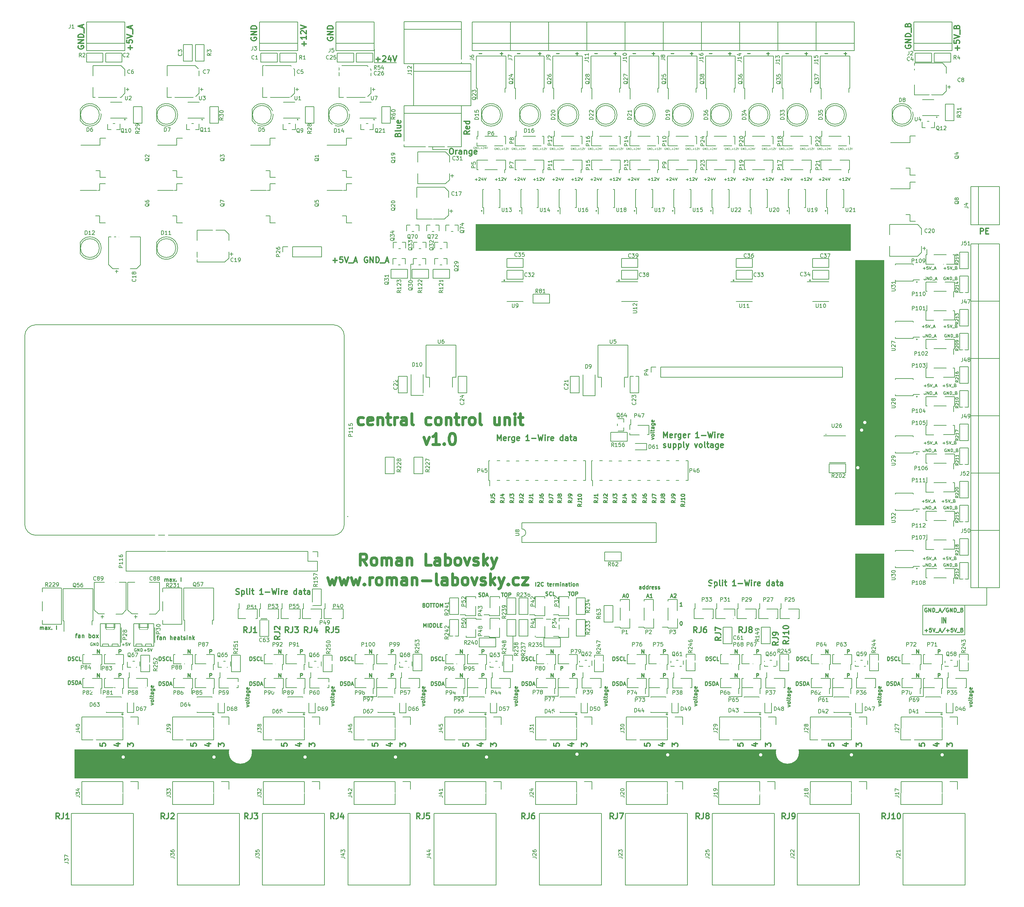
<source format=gto>
G04 #@! TF.GenerationSoftware,KiCad,Pcbnew,(5.1.6)-1*
G04 #@! TF.CreationDate,2023-01-22T17:07:03+01:00*
G04 #@! TF.ProjectId,central-control-unit,63656e74-7261-46c2-9d63-6f6e74726f6c,rev?*
G04 #@! TF.SameCoordinates,Original*
G04 #@! TF.FileFunction,Legend,Top*
G04 #@! TF.FilePolarity,Positive*
%FSLAX46Y46*%
G04 Gerber Fmt 4.6, Leading zero omitted, Abs format (unit mm)*
G04 Created by KiCad (PCBNEW (5.1.6)-1) date 2023-01-22 17:07:03*
%MOMM*%
%LPD*%
G01*
G04 APERTURE LIST*
%ADD10C,0.250000*%
%ADD11C,0.160000*%
%ADD12C,0.375000*%
%ADD13C,0.200000*%
%ADD14C,0.750000*%
%ADD15C,0.100000*%
%ADD16C,0.275000*%
%ADD17C,0.125000*%
%ADD18C,0.170000*%
%ADD19C,0.120000*%
%ADD20C,0.127000*%
%ADD21C,0.150000*%
%ADD22C,0.900000*%
%ADD23C,6.100000*%
%ADD24R,3.600000X3.600000*%
%ADD25C,3.600000*%
%ADD26R,1.100000X1.100000*%
%ADD27R,2.600000X5.100000*%
%ADD28R,3.100000X1.350000*%
%ADD29R,1.350000X3.100000*%
%ADD30C,2.100000*%
%ADD31R,1.600000X2.600000*%
%ADD32R,7.100000X7.100000*%
%ADD33O,1.840000X2.290000*%
%ADD34C,2.200000*%
%ADD35R,2.200000X2.200000*%
%ADD36C,1.800000*%
%ADD37R,1.800000X1.800000*%
%ADD38C,6.300000*%
%ADD39O,2.200000X2.200000*%
%ADD40O,2.100000X2.100000*%
%ADD41R,2.100000X2.100000*%
%ADD42R,1.400000X3.400000*%
%ADD43R,1.400000X3.350000*%
%ADD44R,2.100000X0.600000*%
%ADD45R,0.850000X3.300000*%
%ADD46R,5.100000X2.600000*%
%ADD47R,1.800000X0.550000*%
%ADD48R,1.000000X1.000000*%
%ADD49O,3.200000X3.200000*%
%ADD50R,3.200000X3.200000*%
%ADD51R,2.100000X1.000000*%
%ADD52R,1.000000X2.100000*%
%ADD53R,9.500000X10.900000*%
%ADD54R,4.700000X1.350000*%
%ADD55C,1.600000*%
%ADD56C,3.400000*%
%ADD57R,2.300000X0.900000*%
%ADD58R,0.900000X0.900000*%
%ADD59R,2.600000X2.600000*%
G04 APERTURE END LIST*
D10*
X181879880Y-187412380D02*
X181975119Y-187412380D01*
X182070357Y-187460000D01*
X182117976Y-187507619D01*
X182165595Y-187602857D01*
X182213214Y-187793333D01*
X182213214Y-188031428D01*
X182165595Y-188221904D01*
X182117976Y-188317142D01*
X182070357Y-188364761D01*
X181975119Y-188412380D01*
X181879880Y-188412380D01*
X181784642Y-188364761D01*
X181737023Y-188317142D01*
X181689404Y-188221904D01*
X181641785Y-188031428D01*
X181641785Y-187793333D01*
X181689404Y-187602857D01*
X181737023Y-187507619D01*
X181784642Y-187460000D01*
X181879880Y-187412380D01*
X182213214Y-183332380D02*
X181641785Y-183332380D01*
X181927500Y-183332380D02*
X181927500Y-182332380D01*
X181832261Y-182475238D01*
X181737023Y-182570476D01*
X181641785Y-182618095D01*
X151915976Y-179538380D02*
X152487404Y-179538380D01*
X152201690Y-180538380D02*
X152201690Y-179538380D01*
X153011214Y-179538380D02*
X153201690Y-179538380D01*
X153296928Y-179586000D01*
X153392166Y-179681238D01*
X153439785Y-179871714D01*
X153439785Y-180205047D01*
X153392166Y-180395523D01*
X153296928Y-180490761D01*
X153201690Y-180538380D01*
X153011214Y-180538380D01*
X152915976Y-180490761D01*
X152820738Y-180395523D01*
X152773119Y-180205047D01*
X152773119Y-179871714D01*
X152820738Y-179681238D01*
X152915976Y-179586000D01*
X153011214Y-179538380D01*
X153868357Y-180538380D02*
X153868357Y-179538380D01*
X154249309Y-179538380D01*
X154344547Y-179586000D01*
X154392166Y-179633619D01*
X154439785Y-179728857D01*
X154439785Y-179871714D01*
X154392166Y-179966952D01*
X154344547Y-180014571D01*
X154249309Y-180062190D01*
X153868357Y-180062190D01*
X145939023Y-180490761D02*
X146081880Y-180538380D01*
X146319976Y-180538380D01*
X146415214Y-180490761D01*
X146462833Y-180443142D01*
X146510452Y-180347904D01*
X146510452Y-180252666D01*
X146462833Y-180157428D01*
X146415214Y-180109809D01*
X146319976Y-180062190D01*
X146129500Y-180014571D01*
X146034261Y-179966952D01*
X145986642Y-179919333D01*
X145939023Y-179824095D01*
X145939023Y-179728857D01*
X145986642Y-179633619D01*
X146034261Y-179586000D01*
X146129500Y-179538380D01*
X146367595Y-179538380D01*
X146510452Y-179586000D01*
X147510452Y-180443142D02*
X147462833Y-180490761D01*
X147319976Y-180538380D01*
X147224738Y-180538380D01*
X147081880Y-180490761D01*
X146986642Y-180395523D01*
X146939023Y-180300285D01*
X146891404Y-180109809D01*
X146891404Y-179966952D01*
X146939023Y-179776476D01*
X146986642Y-179681238D01*
X147081880Y-179586000D01*
X147224738Y-179538380D01*
X147319976Y-179538380D01*
X147462833Y-179586000D01*
X147510452Y-179633619D01*
X148415214Y-180538380D02*
X147939023Y-180538380D01*
X147939023Y-179538380D01*
X128135214Y-180744761D02*
X128278071Y-180792380D01*
X128516166Y-180792380D01*
X128611404Y-180744761D01*
X128659023Y-180697142D01*
X128706642Y-180601904D01*
X128706642Y-180506666D01*
X128659023Y-180411428D01*
X128611404Y-180363809D01*
X128516166Y-180316190D01*
X128325690Y-180268571D01*
X128230452Y-180220952D01*
X128182833Y-180173333D01*
X128135214Y-180078095D01*
X128135214Y-179982857D01*
X128182833Y-179887619D01*
X128230452Y-179840000D01*
X128325690Y-179792380D01*
X128563785Y-179792380D01*
X128706642Y-179840000D01*
X129135214Y-180792380D02*
X129135214Y-179792380D01*
X129373309Y-179792380D01*
X129516166Y-179840000D01*
X129611404Y-179935238D01*
X129659023Y-180030476D01*
X129706642Y-180220952D01*
X129706642Y-180363809D01*
X129659023Y-180554285D01*
X129611404Y-180649523D01*
X129516166Y-180744761D01*
X129373309Y-180792380D01*
X129135214Y-180792380D01*
X130087595Y-180506666D02*
X130563785Y-180506666D01*
X129992357Y-180792380D02*
X130325690Y-179792380D01*
X130659023Y-180792380D01*
X134135976Y-179792380D02*
X134707404Y-179792380D01*
X134421690Y-180792380D02*
X134421690Y-179792380D01*
X135231214Y-179792380D02*
X135421690Y-179792380D01*
X135516928Y-179840000D01*
X135612166Y-179935238D01*
X135659785Y-180125714D01*
X135659785Y-180459047D01*
X135612166Y-180649523D01*
X135516928Y-180744761D01*
X135421690Y-180792380D01*
X135231214Y-180792380D01*
X135135976Y-180744761D01*
X135040738Y-180649523D01*
X134993119Y-180459047D01*
X134993119Y-180125714D01*
X135040738Y-179935238D01*
X135135976Y-179840000D01*
X135231214Y-179792380D01*
X136088357Y-180792380D02*
X136088357Y-179792380D01*
X136469309Y-179792380D01*
X136564547Y-179840000D01*
X136612166Y-179887619D01*
X136659785Y-179982857D01*
X136659785Y-180125714D01*
X136612166Y-180220952D01*
X136564547Y-180268571D01*
X136469309Y-180316190D01*
X136088357Y-180316190D01*
X113458928Y-188920380D02*
X113458928Y-187920380D01*
X113792261Y-188634666D01*
X114125595Y-187920380D01*
X114125595Y-188920380D01*
X114601785Y-188920380D02*
X114601785Y-187920380D01*
X115077976Y-188920380D02*
X115077976Y-187920380D01*
X115316071Y-187920380D01*
X115458928Y-187968000D01*
X115554166Y-188063238D01*
X115601785Y-188158476D01*
X115649404Y-188348952D01*
X115649404Y-188491809D01*
X115601785Y-188682285D01*
X115554166Y-188777523D01*
X115458928Y-188872761D01*
X115316071Y-188920380D01*
X115077976Y-188920380D01*
X116077976Y-188920380D02*
X116077976Y-187920380D01*
X116316071Y-187920380D01*
X116458928Y-187968000D01*
X116554166Y-188063238D01*
X116601785Y-188158476D01*
X116649404Y-188348952D01*
X116649404Y-188491809D01*
X116601785Y-188682285D01*
X116554166Y-188777523D01*
X116458928Y-188872761D01*
X116316071Y-188920380D01*
X116077976Y-188920380D01*
X117554166Y-188920380D02*
X117077976Y-188920380D01*
X117077976Y-187920380D01*
X117887500Y-188396571D02*
X118220833Y-188396571D01*
X118363690Y-188920380D02*
X117887500Y-188920380D01*
X117887500Y-187920380D01*
X118363690Y-187920380D01*
X113577976Y-183062571D02*
X113720833Y-183110190D01*
X113768452Y-183157809D01*
X113816071Y-183253047D01*
X113816071Y-183395904D01*
X113768452Y-183491142D01*
X113720833Y-183538761D01*
X113625595Y-183586380D01*
X113244642Y-183586380D01*
X113244642Y-182586380D01*
X113577976Y-182586380D01*
X113673214Y-182634000D01*
X113720833Y-182681619D01*
X113768452Y-182776857D01*
X113768452Y-182872095D01*
X113720833Y-182967333D01*
X113673214Y-183014952D01*
X113577976Y-183062571D01*
X113244642Y-183062571D01*
X114435119Y-182586380D02*
X114625595Y-182586380D01*
X114720833Y-182634000D01*
X114816071Y-182729238D01*
X114863690Y-182919714D01*
X114863690Y-183253047D01*
X114816071Y-183443523D01*
X114720833Y-183538761D01*
X114625595Y-183586380D01*
X114435119Y-183586380D01*
X114339880Y-183538761D01*
X114244642Y-183443523D01*
X114197023Y-183253047D01*
X114197023Y-182919714D01*
X114244642Y-182729238D01*
X114339880Y-182634000D01*
X114435119Y-182586380D01*
X115149404Y-182586380D02*
X115720833Y-182586380D01*
X115435119Y-183586380D02*
X115435119Y-182586380D01*
X115911309Y-182586380D02*
X116482738Y-182586380D01*
X116197023Y-183586380D02*
X116197023Y-182586380D01*
X117006547Y-182586380D02*
X117197023Y-182586380D01*
X117292261Y-182634000D01*
X117387500Y-182729238D01*
X117435119Y-182919714D01*
X117435119Y-183253047D01*
X117387500Y-183443523D01*
X117292261Y-183538761D01*
X117197023Y-183586380D01*
X117006547Y-183586380D01*
X116911309Y-183538761D01*
X116816071Y-183443523D01*
X116768452Y-183253047D01*
X116768452Y-182919714D01*
X116816071Y-182729238D01*
X116911309Y-182634000D01*
X117006547Y-182586380D01*
X117863690Y-183586380D02*
X117863690Y-182586380D01*
X118197023Y-183300666D01*
X118530357Y-182586380D01*
X118530357Y-183586380D01*
X143288452Y-177998380D02*
X143288452Y-176998380D01*
X143717023Y-177093619D02*
X143764642Y-177046000D01*
X143859880Y-176998380D01*
X144097976Y-176998380D01*
X144193214Y-177046000D01*
X144240833Y-177093619D01*
X144288452Y-177188857D01*
X144288452Y-177284095D01*
X144240833Y-177426952D01*
X143669404Y-177998380D01*
X144288452Y-177998380D01*
X145288452Y-177903142D02*
X145240833Y-177950761D01*
X145097976Y-177998380D01*
X145002738Y-177998380D01*
X144859880Y-177950761D01*
X144764642Y-177855523D01*
X144717023Y-177760285D01*
X144669404Y-177569809D01*
X144669404Y-177426952D01*
X144717023Y-177236476D01*
X144764642Y-177141238D01*
X144859880Y-177046000D01*
X145002738Y-176998380D01*
X145097976Y-176998380D01*
X145240833Y-177046000D01*
X145288452Y-177093619D01*
X146336071Y-177331714D02*
X146717023Y-177331714D01*
X146478928Y-176998380D02*
X146478928Y-177855523D01*
X146526547Y-177950761D01*
X146621785Y-177998380D01*
X146717023Y-177998380D01*
X147431309Y-177950761D02*
X147336071Y-177998380D01*
X147145595Y-177998380D01*
X147050357Y-177950761D01*
X147002738Y-177855523D01*
X147002738Y-177474571D01*
X147050357Y-177379333D01*
X147145595Y-177331714D01*
X147336071Y-177331714D01*
X147431309Y-177379333D01*
X147478928Y-177474571D01*
X147478928Y-177569809D01*
X147002738Y-177665047D01*
X147907500Y-177998380D02*
X147907500Y-177331714D01*
X147907500Y-177522190D02*
X147955119Y-177426952D01*
X148002738Y-177379333D01*
X148097976Y-177331714D01*
X148193214Y-177331714D01*
X148526547Y-177998380D02*
X148526547Y-177331714D01*
X148526547Y-177426952D02*
X148574166Y-177379333D01*
X148669404Y-177331714D01*
X148812261Y-177331714D01*
X148907500Y-177379333D01*
X148955119Y-177474571D01*
X148955119Y-177998380D01*
X148955119Y-177474571D02*
X149002738Y-177379333D01*
X149097976Y-177331714D01*
X149240833Y-177331714D01*
X149336071Y-177379333D01*
X149383690Y-177474571D01*
X149383690Y-177998380D01*
X149859880Y-177998380D02*
X149859880Y-177331714D01*
X149859880Y-176998380D02*
X149812261Y-177046000D01*
X149859880Y-177093619D01*
X149907500Y-177046000D01*
X149859880Y-176998380D01*
X149859880Y-177093619D01*
X150336071Y-177331714D02*
X150336071Y-177998380D01*
X150336071Y-177426952D02*
X150383690Y-177379333D01*
X150478928Y-177331714D01*
X150621785Y-177331714D01*
X150717023Y-177379333D01*
X150764642Y-177474571D01*
X150764642Y-177998380D01*
X151669404Y-177998380D02*
X151669404Y-177474571D01*
X151621785Y-177379333D01*
X151526547Y-177331714D01*
X151336071Y-177331714D01*
X151240833Y-177379333D01*
X151669404Y-177950761D02*
X151574166Y-177998380D01*
X151336071Y-177998380D01*
X151240833Y-177950761D01*
X151193214Y-177855523D01*
X151193214Y-177760285D01*
X151240833Y-177665047D01*
X151336071Y-177617428D01*
X151574166Y-177617428D01*
X151669404Y-177569809D01*
X152002738Y-177331714D02*
X152383690Y-177331714D01*
X152145595Y-176998380D02*
X152145595Y-177855523D01*
X152193214Y-177950761D01*
X152288452Y-177998380D01*
X152383690Y-177998380D01*
X152717023Y-177998380D02*
X152717023Y-177331714D01*
X152717023Y-176998380D02*
X152669404Y-177046000D01*
X152717023Y-177093619D01*
X152764642Y-177046000D01*
X152717023Y-176998380D01*
X152717023Y-177093619D01*
X153336071Y-177998380D02*
X153240833Y-177950761D01*
X153193214Y-177903142D01*
X153145595Y-177807904D01*
X153145595Y-177522190D01*
X153193214Y-177426952D01*
X153240833Y-177379333D01*
X153336071Y-177331714D01*
X153478928Y-177331714D01*
X153574166Y-177379333D01*
X153621785Y-177426952D01*
X153669404Y-177522190D01*
X153669404Y-177807904D01*
X153621785Y-177903142D01*
X153574166Y-177950761D01*
X153478928Y-177998380D01*
X153336071Y-177998380D01*
X154097976Y-177331714D02*
X154097976Y-177998380D01*
X154097976Y-177426952D02*
X154145595Y-177379333D01*
X154240833Y-177331714D01*
X154383690Y-177331714D01*
X154478928Y-177379333D01*
X154526547Y-177474571D01*
X154526547Y-177998380D01*
X179181214Y-180760666D02*
X179657404Y-180760666D01*
X179085976Y-181046380D02*
X179419309Y-180046380D01*
X179752642Y-181046380D01*
X180038357Y-180141619D02*
X180085976Y-180094000D01*
X180181214Y-180046380D01*
X180419309Y-180046380D01*
X180514547Y-180094000D01*
X180562166Y-180141619D01*
X180609785Y-180236857D01*
X180609785Y-180332095D01*
X180562166Y-180474952D01*
X179990738Y-181046380D01*
X180609785Y-181046380D01*
X172831214Y-180760666D02*
X173307404Y-180760666D01*
X172735976Y-181046380D02*
X173069309Y-180046380D01*
X173402642Y-181046380D01*
X174259785Y-181046380D02*
X173688357Y-181046380D01*
X173974071Y-181046380D02*
X173974071Y-180046380D01*
X173878833Y-180189238D01*
X173783595Y-180284476D01*
X173688357Y-180332095D01*
X166481214Y-180760666D02*
X166957404Y-180760666D01*
X166385976Y-181046380D02*
X166719309Y-180046380D01*
X167052642Y-181046380D01*
X167576452Y-180046380D02*
X167671690Y-180046380D01*
X167766928Y-180094000D01*
X167814547Y-180141619D01*
X167862166Y-180236857D01*
X167909785Y-180427333D01*
X167909785Y-180665428D01*
X167862166Y-180855904D01*
X167814547Y-180951142D01*
X167766928Y-180998761D01*
X167671690Y-181046380D01*
X167576452Y-181046380D01*
X167481214Y-180998761D01*
X167433595Y-180951142D01*
X167385976Y-180855904D01*
X167338357Y-180665428D01*
X167338357Y-180427333D01*
X167385976Y-180236857D01*
X167433595Y-180141619D01*
X167481214Y-180094000D01*
X167576452Y-180046380D01*
X171307404Y-178760380D02*
X171307404Y-178236571D01*
X171259785Y-178141333D01*
X171164547Y-178093714D01*
X170974071Y-178093714D01*
X170878833Y-178141333D01*
X171307404Y-178712761D02*
X171212166Y-178760380D01*
X170974071Y-178760380D01*
X170878833Y-178712761D01*
X170831214Y-178617523D01*
X170831214Y-178522285D01*
X170878833Y-178427047D01*
X170974071Y-178379428D01*
X171212166Y-178379428D01*
X171307404Y-178331809D01*
X172212166Y-178760380D02*
X172212166Y-177760380D01*
X172212166Y-178712761D02*
X172116928Y-178760380D01*
X171926452Y-178760380D01*
X171831214Y-178712761D01*
X171783595Y-178665142D01*
X171735976Y-178569904D01*
X171735976Y-178284190D01*
X171783595Y-178188952D01*
X171831214Y-178141333D01*
X171926452Y-178093714D01*
X172116928Y-178093714D01*
X172212166Y-178141333D01*
X173116928Y-178760380D02*
X173116928Y-177760380D01*
X173116928Y-178712761D02*
X173021690Y-178760380D01*
X172831214Y-178760380D01*
X172735976Y-178712761D01*
X172688357Y-178665142D01*
X172640738Y-178569904D01*
X172640738Y-178284190D01*
X172688357Y-178188952D01*
X172735976Y-178141333D01*
X172831214Y-178093714D01*
X173021690Y-178093714D01*
X173116928Y-178141333D01*
X173593119Y-178760380D02*
X173593119Y-178093714D01*
X173593119Y-178284190D02*
X173640738Y-178188952D01*
X173688357Y-178141333D01*
X173783595Y-178093714D01*
X173878833Y-178093714D01*
X174593119Y-178712761D02*
X174497880Y-178760380D01*
X174307404Y-178760380D01*
X174212166Y-178712761D01*
X174164547Y-178617523D01*
X174164547Y-178236571D01*
X174212166Y-178141333D01*
X174307404Y-178093714D01*
X174497880Y-178093714D01*
X174593119Y-178141333D01*
X174640738Y-178236571D01*
X174640738Y-178331809D01*
X174164547Y-178427047D01*
X175021690Y-178712761D02*
X175116928Y-178760380D01*
X175307404Y-178760380D01*
X175402642Y-178712761D01*
X175450261Y-178617523D01*
X175450261Y-178569904D01*
X175402642Y-178474666D01*
X175307404Y-178427047D01*
X175164547Y-178427047D01*
X175069309Y-178379428D01*
X175021690Y-178284190D01*
X175021690Y-178236571D01*
X175069309Y-178141333D01*
X175164547Y-178093714D01*
X175307404Y-178093714D01*
X175402642Y-178141333D01*
X175831214Y-178712761D02*
X175926452Y-178760380D01*
X176116928Y-178760380D01*
X176212166Y-178712761D01*
X176259785Y-178617523D01*
X176259785Y-178569904D01*
X176212166Y-178474666D01*
X176116928Y-178427047D01*
X175974071Y-178427047D01*
X175878833Y-178379428D01*
X175831214Y-178284190D01*
X175831214Y-178236571D01*
X175878833Y-178141333D01*
X175974071Y-178093714D01*
X176116928Y-178093714D01*
X176212166Y-178141333D01*
D11*
X115887500Y-61976000D02*
X119951500Y-61976000D01*
X115887500Y-61214000D02*
X115887500Y-61976000D01*
D12*
X120729785Y-61662571D02*
X121015500Y-61662571D01*
X121158357Y-61734000D01*
X121301214Y-61876857D01*
X121372642Y-62162571D01*
X121372642Y-62662571D01*
X121301214Y-62948285D01*
X121158357Y-63091142D01*
X121015500Y-63162571D01*
X120729785Y-63162571D01*
X120586928Y-63091142D01*
X120444071Y-62948285D01*
X120372642Y-62662571D01*
X120372642Y-62162571D01*
X120444071Y-61876857D01*
X120586928Y-61734000D01*
X120729785Y-61662571D01*
X122015500Y-63162571D02*
X122015500Y-62162571D01*
X122015500Y-62448285D02*
X122086928Y-62305428D01*
X122158357Y-62234000D01*
X122301214Y-62162571D01*
X122444071Y-62162571D01*
X123586928Y-63162571D02*
X123586928Y-62376857D01*
X123515500Y-62234000D01*
X123372642Y-62162571D01*
X123086928Y-62162571D01*
X122944071Y-62234000D01*
X123586928Y-63091142D02*
X123444071Y-63162571D01*
X123086928Y-63162571D01*
X122944071Y-63091142D01*
X122872642Y-62948285D01*
X122872642Y-62805428D01*
X122944071Y-62662571D01*
X123086928Y-62591142D01*
X123444071Y-62591142D01*
X123586928Y-62519714D01*
X124301214Y-62162571D02*
X124301214Y-63162571D01*
X124301214Y-62305428D02*
X124372642Y-62234000D01*
X124515500Y-62162571D01*
X124729785Y-62162571D01*
X124872642Y-62234000D01*
X124944071Y-62376857D01*
X124944071Y-63162571D01*
X126301214Y-62162571D02*
X126301214Y-63376857D01*
X126229785Y-63519714D01*
X126158357Y-63591142D01*
X126015500Y-63662571D01*
X125801214Y-63662571D01*
X125658357Y-63591142D01*
X126301214Y-63091142D02*
X126158357Y-63162571D01*
X125872642Y-63162571D01*
X125729785Y-63091142D01*
X125658357Y-63019714D01*
X125586928Y-62876857D01*
X125586928Y-62448285D01*
X125658357Y-62305428D01*
X125729785Y-62234000D01*
X125872642Y-62162571D01*
X126158357Y-62162571D01*
X126301214Y-62234000D01*
X127586928Y-63091142D02*
X127444071Y-63162571D01*
X127158357Y-63162571D01*
X127015500Y-63091142D01*
X126944071Y-62948285D01*
X126944071Y-62376857D01*
X127015500Y-62234000D01*
X127158357Y-62162571D01*
X127444071Y-62162571D01*
X127586928Y-62234000D01*
X127658357Y-62376857D01*
X127658357Y-62519714D01*
X126944071Y-62662571D01*
X106636357Y-57995142D02*
X106707785Y-57780857D01*
X106779214Y-57709428D01*
X106922071Y-57638000D01*
X107136357Y-57638000D01*
X107279214Y-57709428D01*
X107350642Y-57780857D01*
X107422071Y-57923714D01*
X107422071Y-58495142D01*
X105922071Y-58495142D01*
X105922071Y-57995142D01*
X105993500Y-57852285D01*
X106064928Y-57780857D01*
X106207785Y-57709428D01*
X106350642Y-57709428D01*
X106493500Y-57780857D01*
X106564928Y-57852285D01*
X106636357Y-57995142D01*
X106636357Y-58495142D01*
X107422071Y-56780857D02*
X107350642Y-56923714D01*
X107207785Y-56995142D01*
X105922071Y-56995142D01*
X106422071Y-55566571D02*
X107422071Y-55566571D01*
X106422071Y-56209428D02*
X107207785Y-56209428D01*
X107350642Y-56138000D01*
X107422071Y-55995142D01*
X107422071Y-55780857D01*
X107350642Y-55638000D01*
X107279214Y-55566571D01*
X107350642Y-54280857D02*
X107422071Y-54423714D01*
X107422071Y-54709428D01*
X107350642Y-54852285D01*
X107207785Y-54923714D01*
X106636357Y-54923714D01*
X106493500Y-54852285D01*
X106422071Y-54709428D01*
X106422071Y-54423714D01*
X106493500Y-54280857D01*
X106636357Y-54209428D01*
X106779214Y-54209428D01*
X106922071Y-54923714D01*
X125710071Y-56991142D02*
X124995785Y-57491142D01*
X125710071Y-57848285D02*
X124210071Y-57848285D01*
X124210071Y-57276857D01*
X124281500Y-57134000D01*
X124352928Y-57062571D01*
X124495785Y-56991142D01*
X124710071Y-56991142D01*
X124852928Y-57062571D01*
X124924357Y-57134000D01*
X124995785Y-57276857D01*
X124995785Y-57848285D01*
X125638642Y-55776857D02*
X125710071Y-55919714D01*
X125710071Y-56205428D01*
X125638642Y-56348285D01*
X125495785Y-56419714D01*
X124924357Y-56419714D01*
X124781500Y-56348285D01*
X124710071Y-56205428D01*
X124710071Y-55919714D01*
X124781500Y-55776857D01*
X124924357Y-55705428D01*
X125067214Y-55705428D01*
X125210071Y-56419714D01*
X125710071Y-54419714D02*
X124210071Y-54419714D01*
X125638642Y-54419714D02*
X125710071Y-54562571D01*
X125710071Y-54848285D01*
X125638642Y-54991142D01*
X125567214Y-55062571D01*
X125424357Y-55134000D01*
X124995785Y-55134000D01*
X124852928Y-55062571D01*
X124781500Y-54991142D01*
X124710071Y-54848285D01*
X124710071Y-54562571D01*
X124781500Y-54419714D01*
D11*
X110045500Y-92456000D02*
X110700000Y-92456000D01*
X110045500Y-96520000D02*
X110045500Y-92456000D01*
D12*
X98544357Y-90563000D02*
X98401500Y-90491571D01*
X98187214Y-90491571D01*
X97972928Y-90563000D01*
X97830071Y-90705857D01*
X97758642Y-90848714D01*
X97687214Y-91134428D01*
X97687214Y-91348714D01*
X97758642Y-91634428D01*
X97830071Y-91777285D01*
X97972928Y-91920142D01*
X98187214Y-91991571D01*
X98330071Y-91991571D01*
X98544357Y-91920142D01*
X98615785Y-91848714D01*
X98615785Y-91348714D01*
X98330071Y-91348714D01*
X99258642Y-91991571D02*
X99258642Y-90491571D01*
X100115785Y-91991571D01*
X100115785Y-90491571D01*
X100830071Y-91991571D02*
X100830071Y-90491571D01*
X101187214Y-90491571D01*
X101401500Y-90563000D01*
X101544357Y-90705857D01*
X101615785Y-90848714D01*
X101687214Y-91134428D01*
X101687214Y-91348714D01*
X101615785Y-91634428D01*
X101544357Y-91777285D01*
X101401500Y-91920142D01*
X101187214Y-91991571D01*
X100830071Y-91991571D01*
X101972928Y-92134428D02*
X103115785Y-92134428D01*
X103401500Y-91563000D02*
X104115785Y-91563000D01*
X103258642Y-91991571D02*
X103758642Y-90491571D01*
X104258642Y-91991571D01*
X89376642Y-91420142D02*
X90519500Y-91420142D01*
X89948071Y-91991571D02*
X89948071Y-90848714D01*
X91948071Y-90491571D02*
X91233785Y-90491571D01*
X91162357Y-91205857D01*
X91233785Y-91134428D01*
X91376642Y-91063000D01*
X91733785Y-91063000D01*
X91876642Y-91134428D01*
X91948071Y-91205857D01*
X92019500Y-91348714D01*
X92019500Y-91705857D01*
X91948071Y-91848714D01*
X91876642Y-91920142D01*
X91733785Y-91991571D01*
X91376642Y-91991571D01*
X91233785Y-91920142D01*
X91162357Y-91848714D01*
X92448071Y-90491571D02*
X92948071Y-91991571D01*
X93448071Y-90491571D01*
X93590928Y-92134428D02*
X94733785Y-92134428D01*
X95019500Y-91563000D02*
X95733785Y-91563000D01*
X94876642Y-91991571D02*
X95376642Y-90491571D01*
X95876642Y-91991571D01*
D13*
X37045976Y-194672000D02*
X36969785Y-194633904D01*
X36855500Y-194633904D01*
X36741214Y-194672000D01*
X36665023Y-194748190D01*
X36626928Y-194824380D01*
X36588833Y-194976761D01*
X36588833Y-195091047D01*
X36626928Y-195243428D01*
X36665023Y-195319619D01*
X36741214Y-195395809D01*
X36855500Y-195433904D01*
X36931690Y-195433904D01*
X37045976Y-195395809D01*
X37084071Y-195357714D01*
X37084071Y-195091047D01*
X36931690Y-195091047D01*
X37426928Y-195433904D02*
X37426928Y-194633904D01*
X37884071Y-195433904D01*
X37884071Y-194633904D01*
X38265023Y-195433904D02*
X38265023Y-194633904D01*
X38455500Y-194633904D01*
X38569785Y-194672000D01*
X38645976Y-194748190D01*
X38684071Y-194824380D01*
X38722166Y-194976761D01*
X38722166Y-195091047D01*
X38684071Y-195243428D01*
X38645976Y-195319619D01*
X38569785Y-195395809D01*
X38455500Y-195433904D01*
X38265023Y-195433904D01*
X39166928Y-195129142D02*
X39776452Y-195129142D01*
X39471690Y-195433904D02*
X39471690Y-194824380D01*
X40538357Y-194633904D02*
X40157404Y-194633904D01*
X40119309Y-195014857D01*
X40157404Y-194976761D01*
X40233595Y-194938666D01*
X40424071Y-194938666D01*
X40500261Y-194976761D01*
X40538357Y-195014857D01*
X40576452Y-195091047D01*
X40576452Y-195281523D01*
X40538357Y-195357714D01*
X40500261Y-195395809D01*
X40424071Y-195433904D01*
X40233595Y-195433904D01*
X40157404Y-195395809D01*
X40119309Y-195357714D01*
X40805023Y-194633904D02*
X41071690Y-195433904D01*
X41338357Y-194633904D01*
D11*
X263207500Y-183134000D02*
X263207500Y-178562000D01*
X254317500Y-183134000D02*
X263207500Y-183134000D01*
X254317500Y-183134000D02*
X246189500Y-183134000D01*
X257365500Y-191008000D02*
X257365500Y-183134000D01*
X246189500Y-191008000D02*
X257365500Y-191008000D01*
X246189500Y-183134000D02*
X246189500Y-191008000D01*
D10*
X247277500Y-183904000D02*
X247182261Y-183856380D01*
X247039404Y-183856380D01*
X246896547Y-183904000D01*
X246801309Y-183999238D01*
X246753690Y-184094476D01*
X246706071Y-184284952D01*
X246706071Y-184427809D01*
X246753690Y-184618285D01*
X246801309Y-184713523D01*
X246896547Y-184808761D01*
X247039404Y-184856380D01*
X247134642Y-184856380D01*
X247277500Y-184808761D01*
X247325119Y-184761142D01*
X247325119Y-184427809D01*
X247134642Y-184427809D01*
X247753690Y-184856380D02*
X247753690Y-183856380D01*
X248325119Y-184856380D01*
X248325119Y-183856380D01*
X248801309Y-184856380D02*
X248801309Y-183856380D01*
X249039404Y-183856380D01*
X249182261Y-183904000D01*
X249277500Y-183999238D01*
X249325119Y-184094476D01*
X249372738Y-184284952D01*
X249372738Y-184427809D01*
X249325119Y-184618285D01*
X249277500Y-184713523D01*
X249182261Y-184808761D01*
X249039404Y-184856380D01*
X248801309Y-184856380D01*
X249563214Y-184951619D02*
X250325119Y-184951619D01*
X250515595Y-184570666D02*
X250991785Y-184570666D01*
X250420357Y-184856380D02*
X250753690Y-183856380D01*
X251087023Y-184856380D01*
X252134642Y-183808761D02*
X251277500Y-185094476D01*
X252991785Y-183904000D02*
X252896547Y-183856380D01*
X252753690Y-183856380D01*
X252610833Y-183904000D01*
X252515595Y-183999238D01*
X252467976Y-184094476D01*
X252420357Y-184284952D01*
X252420357Y-184427809D01*
X252467976Y-184618285D01*
X252515595Y-184713523D01*
X252610833Y-184808761D01*
X252753690Y-184856380D01*
X252848928Y-184856380D01*
X252991785Y-184808761D01*
X253039404Y-184761142D01*
X253039404Y-184427809D01*
X252848928Y-184427809D01*
X253467976Y-184856380D02*
X253467976Y-183856380D01*
X254039404Y-184856380D01*
X254039404Y-183856380D01*
X254515595Y-184856380D02*
X254515595Y-183856380D01*
X254753690Y-183856380D01*
X254896547Y-183904000D01*
X254991785Y-183999238D01*
X255039404Y-184094476D01*
X255087023Y-184284952D01*
X255087023Y-184427809D01*
X255039404Y-184618285D01*
X254991785Y-184713523D01*
X254896547Y-184808761D01*
X254753690Y-184856380D01*
X254515595Y-184856380D01*
X255277500Y-184951619D02*
X256039404Y-184951619D01*
X256610833Y-184332571D02*
X256753690Y-184380190D01*
X256801309Y-184427809D01*
X256848928Y-184523047D01*
X256848928Y-184665904D01*
X256801309Y-184761142D01*
X256753690Y-184808761D01*
X256658452Y-184856380D01*
X256277500Y-184856380D01*
X256277500Y-183856380D01*
X256610833Y-183856380D01*
X256706071Y-183904000D01*
X256753690Y-183951619D01*
X256801309Y-184046857D01*
X256801309Y-184142095D01*
X256753690Y-184237333D01*
X256706071Y-184284952D01*
X256610833Y-184332571D01*
X256277500Y-184332571D01*
X251253690Y-187876571D02*
X251253690Y-186376571D01*
X251729880Y-187876571D02*
X251729880Y-186376571D01*
X252301309Y-187876571D01*
X252301309Y-186376571D01*
X246753690Y-189809428D02*
X247515595Y-189809428D01*
X247134642Y-190190380D02*
X247134642Y-189428476D01*
X248467976Y-189190380D02*
X247991785Y-189190380D01*
X247944166Y-189666571D01*
X247991785Y-189618952D01*
X248087023Y-189571333D01*
X248325119Y-189571333D01*
X248420357Y-189618952D01*
X248467976Y-189666571D01*
X248515595Y-189761809D01*
X248515595Y-189999904D01*
X248467976Y-190095142D01*
X248420357Y-190142761D01*
X248325119Y-190190380D01*
X248087023Y-190190380D01*
X247991785Y-190142761D01*
X247944166Y-190095142D01*
X248801309Y-189190380D02*
X249134642Y-190190380D01*
X249467976Y-189190380D01*
X249563214Y-190285619D02*
X250325119Y-190285619D01*
X250515595Y-189904666D02*
X250991785Y-189904666D01*
X250420357Y-190190380D02*
X250753690Y-189190380D01*
X251087023Y-190190380D01*
X252134642Y-189142761D02*
X251277500Y-190428476D01*
X252467976Y-189809428D02*
X253229880Y-189809428D01*
X252848928Y-190190380D02*
X252848928Y-189428476D01*
X254182261Y-189190380D02*
X253706071Y-189190380D01*
X253658452Y-189666571D01*
X253706071Y-189618952D01*
X253801309Y-189571333D01*
X254039404Y-189571333D01*
X254134642Y-189618952D01*
X254182261Y-189666571D01*
X254229880Y-189761809D01*
X254229880Y-189999904D01*
X254182261Y-190095142D01*
X254134642Y-190142761D01*
X254039404Y-190190380D01*
X253801309Y-190190380D01*
X253706071Y-190142761D01*
X253658452Y-190095142D01*
X254515595Y-189190380D02*
X254848928Y-190190380D01*
X255182261Y-189190380D01*
X255277500Y-190285619D02*
X256039404Y-190285619D01*
X256610833Y-189666571D02*
X256753690Y-189714190D01*
X256801309Y-189761809D01*
X256848928Y-189857047D01*
X256848928Y-189999904D01*
X256801309Y-190095142D01*
X256753690Y-190142761D01*
X256658452Y-190190380D01*
X256277500Y-190190380D01*
X256277500Y-189190380D01*
X256610833Y-189190380D01*
X256706071Y-189238000D01*
X256753690Y-189285619D01*
X256801309Y-189380857D01*
X256801309Y-189476095D01*
X256753690Y-189571333D01*
X256706071Y-189618952D01*
X256610833Y-189666571D01*
X256277500Y-189666571D01*
D14*
X97435357Y-134987285D02*
X97149642Y-135130142D01*
X96578214Y-135130142D01*
X96292499Y-134987285D01*
X96149642Y-134844428D01*
X96006785Y-134558714D01*
X96006785Y-133701571D01*
X96149642Y-133415857D01*
X96292499Y-133273000D01*
X96578214Y-133130142D01*
X97149642Y-133130142D01*
X97435357Y-133273000D01*
X99863928Y-134987285D02*
X99578214Y-135130142D01*
X99006785Y-135130142D01*
X98721071Y-134987285D01*
X98578214Y-134701571D01*
X98578214Y-133558714D01*
X98721071Y-133273000D01*
X99006785Y-133130142D01*
X99578214Y-133130142D01*
X99863928Y-133273000D01*
X100006785Y-133558714D01*
X100006785Y-133844428D01*
X98578214Y-134130142D01*
X101292499Y-133130142D02*
X101292499Y-135130142D01*
X101292499Y-133415857D02*
X101435357Y-133273000D01*
X101721071Y-133130142D01*
X102149642Y-133130142D01*
X102435357Y-133273000D01*
X102578214Y-133558714D01*
X102578214Y-135130142D01*
X103578214Y-133130142D02*
X104721071Y-133130142D01*
X104006785Y-132130142D02*
X104006785Y-134701571D01*
X104149642Y-134987285D01*
X104435357Y-135130142D01*
X104721071Y-135130142D01*
X105721071Y-135130142D02*
X105721071Y-133130142D01*
X105721071Y-133701571D02*
X105863928Y-133415857D01*
X106006785Y-133273000D01*
X106292499Y-133130142D01*
X106578214Y-133130142D01*
X108863928Y-135130142D02*
X108863928Y-133558714D01*
X108721071Y-133273000D01*
X108435357Y-133130142D01*
X107863928Y-133130142D01*
X107578214Y-133273000D01*
X108863928Y-134987285D02*
X108578214Y-135130142D01*
X107863928Y-135130142D01*
X107578214Y-134987285D01*
X107435357Y-134701571D01*
X107435357Y-134415857D01*
X107578214Y-134130142D01*
X107863928Y-133987285D01*
X108578214Y-133987285D01*
X108863928Y-133844428D01*
X110721071Y-135130142D02*
X110435357Y-134987285D01*
X110292500Y-134701571D01*
X110292500Y-132130142D01*
X115435357Y-134987285D02*
X115149642Y-135130142D01*
X114578214Y-135130142D01*
X114292500Y-134987285D01*
X114149642Y-134844428D01*
X114006785Y-134558714D01*
X114006785Y-133701571D01*
X114149642Y-133415857D01*
X114292500Y-133273000D01*
X114578214Y-133130142D01*
X115149642Y-133130142D01*
X115435357Y-133273000D01*
X117149642Y-135130142D02*
X116863928Y-134987285D01*
X116721071Y-134844428D01*
X116578214Y-134558714D01*
X116578214Y-133701571D01*
X116721071Y-133415857D01*
X116863928Y-133273000D01*
X117149642Y-133130142D01*
X117578214Y-133130142D01*
X117863928Y-133273000D01*
X118006785Y-133415857D01*
X118149642Y-133701571D01*
X118149642Y-134558714D01*
X118006785Y-134844428D01*
X117863928Y-134987285D01*
X117578214Y-135130142D01*
X117149642Y-135130142D01*
X119435357Y-133130142D02*
X119435357Y-135130142D01*
X119435357Y-133415857D02*
X119578214Y-133273000D01*
X119863928Y-133130142D01*
X120292499Y-133130142D01*
X120578214Y-133273000D01*
X120721071Y-133558714D01*
X120721071Y-135130142D01*
X121721071Y-133130142D02*
X122863928Y-133130142D01*
X122149642Y-132130142D02*
X122149642Y-134701571D01*
X122292499Y-134987285D01*
X122578214Y-135130142D01*
X122863928Y-135130142D01*
X123863928Y-135130142D02*
X123863928Y-133130142D01*
X123863928Y-133701571D02*
X124006785Y-133415857D01*
X124149642Y-133273000D01*
X124435357Y-133130142D01*
X124721071Y-133130142D01*
X126149642Y-135130142D02*
X125863928Y-134987285D01*
X125721071Y-134844428D01*
X125578214Y-134558714D01*
X125578214Y-133701571D01*
X125721071Y-133415857D01*
X125863928Y-133273000D01*
X126149642Y-133130142D01*
X126578214Y-133130142D01*
X126863928Y-133273000D01*
X127006785Y-133415857D01*
X127149642Y-133701571D01*
X127149642Y-134558714D01*
X127006785Y-134844428D01*
X126863928Y-134987285D01*
X126578214Y-135130142D01*
X126149642Y-135130142D01*
X128863928Y-135130142D02*
X128578214Y-134987285D01*
X128435357Y-134701571D01*
X128435357Y-132130142D01*
X133578214Y-133130142D02*
X133578214Y-135130142D01*
X132292499Y-133130142D02*
X132292499Y-134701571D01*
X132435357Y-134987285D01*
X132721071Y-135130142D01*
X133149642Y-135130142D01*
X133435357Y-134987285D01*
X133578214Y-134844428D01*
X135006785Y-133130142D02*
X135006785Y-135130142D01*
X135006785Y-133415857D02*
X135149642Y-133273000D01*
X135435357Y-133130142D01*
X135863928Y-133130142D01*
X136149642Y-133273000D01*
X136292500Y-133558714D01*
X136292500Y-135130142D01*
X137721071Y-135130142D02*
X137721071Y-133130142D01*
X137721071Y-132130142D02*
X137578214Y-132273000D01*
X137721071Y-132415857D01*
X137863928Y-132273000D01*
X137721071Y-132130142D01*
X137721071Y-132415857D01*
X138721071Y-133130142D02*
X139863928Y-133130142D01*
X139149642Y-132130142D02*
X139149642Y-134701571D01*
X139292500Y-134987285D01*
X139578214Y-135130142D01*
X139863928Y-135130142D01*
X113506785Y-138380142D02*
X114221071Y-140380142D01*
X114935357Y-138380142D01*
X117649642Y-140380142D02*
X115935357Y-140380142D01*
X116792500Y-140380142D02*
X116792500Y-137380142D01*
X116506785Y-137808714D01*
X116221071Y-138094428D01*
X115935357Y-138237285D01*
X118935357Y-140094428D02*
X119078214Y-140237285D01*
X118935357Y-140380142D01*
X118792500Y-140237285D01*
X118935357Y-140094428D01*
X118935357Y-140380142D01*
X120935357Y-137380142D02*
X121221071Y-137380142D01*
X121506785Y-137523000D01*
X121649642Y-137665857D01*
X121792500Y-137951571D01*
X121935357Y-138523000D01*
X121935357Y-139237285D01*
X121792500Y-139808714D01*
X121649642Y-140094428D01*
X121506785Y-140237285D01*
X121221071Y-140380142D01*
X120935357Y-140380142D01*
X120649642Y-140237285D01*
X120506785Y-140094428D01*
X120363928Y-139808714D01*
X120221071Y-139237285D01*
X120221071Y-138523000D01*
X120363928Y-137951571D01*
X120506785Y-137665857D01*
X120649642Y-137523000D01*
X120935357Y-137380142D01*
X98331785Y-172468142D02*
X97331785Y-171039571D01*
X96617500Y-172468142D02*
X96617500Y-169468142D01*
X97760357Y-169468142D01*
X98046071Y-169611000D01*
X98188928Y-169753857D01*
X98331785Y-170039571D01*
X98331785Y-170468142D01*
X98188928Y-170753857D01*
X98046071Y-170896714D01*
X97760357Y-171039571D01*
X96617500Y-171039571D01*
X100046071Y-172468142D02*
X99760357Y-172325285D01*
X99617500Y-172182428D01*
X99474642Y-171896714D01*
X99474642Y-171039571D01*
X99617500Y-170753857D01*
X99760357Y-170611000D01*
X100046071Y-170468142D01*
X100474642Y-170468142D01*
X100760357Y-170611000D01*
X100903214Y-170753857D01*
X101046071Y-171039571D01*
X101046071Y-171896714D01*
X100903214Y-172182428D01*
X100760357Y-172325285D01*
X100474642Y-172468142D01*
X100046071Y-172468142D01*
X102331785Y-172468142D02*
X102331785Y-170468142D01*
X102331785Y-170753857D02*
X102474642Y-170611000D01*
X102760357Y-170468142D01*
X103188928Y-170468142D01*
X103474642Y-170611000D01*
X103617500Y-170896714D01*
X103617500Y-172468142D01*
X103617500Y-170896714D02*
X103760357Y-170611000D01*
X104046071Y-170468142D01*
X104474642Y-170468142D01*
X104760357Y-170611000D01*
X104903214Y-170896714D01*
X104903214Y-172468142D01*
X107617500Y-172468142D02*
X107617500Y-170896714D01*
X107474642Y-170611000D01*
X107188928Y-170468142D01*
X106617500Y-170468142D01*
X106331785Y-170611000D01*
X107617500Y-172325285D02*
X107331785Y-172468142D01*
X106617500Y-172468142D01*
X106331785Y-172325285D01*
X106188928Y-172039571D01*
X106188928Y-171753857D01*
X106331785Y-171468142D01*
X106617500Y-171325285D01*
X107331785Y-171325285D01*
X107617500Y-171182428D01*
X109046071Y-170468142D02*
X109046071Y-172468142D01*
X109046071Y-170753857D02*
X109188928Y-170611000D01*
X109474642Y-170468142D01*
X109903214Y-170468142D01*
X110188928Y-170611000D01*
X110331785Y-170896714D01*
X110331785Y-172468142D01*
X115474642Y-172468142D02*
X114046071Y-172468142D01*
X114046071Y-169468142D01*
X117760357Y-172468142D02*
X117760357Y-170896714D01*
X117617500Y-170611000D01*
X117331785Y-170468142D01*
X116760357Y-170468142D01*
X116474642Y-170611000D01*
X117760357Y-172325285D02*
X117474642Y-172468142D01*
X116760357Y-172468142D01*
X116474642Y-172325285D01*
X116331785Y-172039571D01*
X116331785Y-171753857D01*
X116474642Y-171468142D01*
X116760357Y-171325285D01*
X117474642Y-171325285D01*
X117760357Y-171182428D01*
X119188928Y-172468142D02*
X119188928Y-169468142D01*
X119188928Y-170611000D02*
X119474642Y-170468142D01*
X120046071Y-170468142D01*
X120331785Y-170611000D01*
X120474642Y-170753857D01*
X120617500Y-171039571D01*
X120617500Y-171896714D01*
X120474642Y-172182428D01*
X120331785Y-172325285D01*
X120046071Y-172468142D01*
X119474642Y-172468142D01*
X119188928Y-172325285D01*
X122331785Y-172468142D02*
X122046071Y-172325285D01*
X121903214Y-172182428D01*
X121760357Y-171896714D01*
X121760357Y-171039571D01*
X121903214Y-170753857D01*
X122046071Y-170611000D01*
X122331785Y-170468142D01*
X122760357Y-170468142D01*
X123046071Y-170611000D01*
X123188928Y-170753857D01*
X123331785Y-171039571D01*
X123331785Y-171896714D01*
X123188928Y-172182428D01*
X123046071Y-172325285D01*
X122760357Y-172468142D01*
X122331785Y-172468142D01*
X124331785Y-170468142D02*
X125046071Y-172468142D01*
X125760357Y-170468142D01*
X126760357Y-172325285D02*
X127046071Y-172468142D01*
X127617499Y-172468142D01*
X127903214Y-172325285D01*
X128046071Y-172039571D01*
X128046071Y-171896714D01*
X127903214Y-171611000D01*
X127617499Y-171468142D01*
X127188928Y-171468142D01*
X126903214Y-171325285D01*
X126760357Y-171039571D01*
X126760357Y-170896714D01*
X126903214Y-170611000D01*
X127188928Y-170468142D01*
X127617499Y-170468142D01*
X127903214Y-170611000D01*
X129331785Y-172468142D02*
X129331785Y-169468142D01*
X129617499Y-171325285D02*
X130474642Y-172468142D01*
X130474642Y-170468142D02*
X129331785Y-171611000D01*
X131474642Y-170468142D02*
X132188928Y-172468142D01*
X132903214Y-170468142D02*
X132188928Y-172468142D01*
X131903214Y-173182428D01*
X131760357Y-173325285D01*
X131474642Y-173468142D01*
X87974642Y-175718142D02*
X88546071Y-177718142D01*
X89117500Y-176289571D01*
X89688928Y-177718142D01*
X90260357Y-175718142D01*
X91117500Y-175718142D02*
X91688928Y-177718142D01*
X92260357Y-176289571D01*
X92831785Y-177718142D01*
X93403214Y-175718142D01*
X94260357Y-175718142D02*
X94831785Y-177718142D01*
X95403214Y-176289571D01*
X95974642Y-177718142D01*
X96546071Y-175718142D01*
X97688928Y-177432428D02*
X97831785Y-177575285D01*
X97688928Y-177718142D01*
X97546071Y-177575285D01*
X97688928Y-177432428D01*
X97688928Y-177718142D01*
X99117500Y-177718142D02*
X99117500Y-175718142D01*
X99117500Y-176289571D02*
X99260357Y-176003857D01*
X99403214Y-175861000D01*
X99688928Y-175718142D01*
X99974642Y-175718142D01*
X101403214Y-177718142D02*
X101117500Y-177575285D01*
X100974642Y-177432428D01*
X100831785Y-177146714D01*
X100831785Y-176289571D01*
X100974642Y-176003857D01*
X101117500Y-175861000D01*
X101403214Y-175718142D01*
X101831785Y-175718142D01*
X102117500Y-175861000D01*
X102260357Y-176003857D01*
X102403214Y-176289571D01*
X102403214Y-177146714D01*
X102260357Y-177432428D01*
X102117500Y-177575285D01*
X101831785Y-177718142D01*
X101403214Y-177718142D01*
X103688928Y-177718142D02*
X103688928Y-175718142D01*
X103688928Y-176003857D02*
X103831785Y-175861000D01*
X104117500Y-175718142D01*
X104546071Y-175718142D01*
X104831785Y-175861000D01*
X104974642Y-176146714D01*
X104974642Y-177718142D01*
X104974642Y-176146714D02*
X105117500Y-175861000D01*
X105403214Y-175718142D01*
X105831785Y-175718142D01*
X106117500Y-175861000D01*
X106260357Y-176146714D01*
X106260357Y-177718142D01*
X108974642Y-177718142D02*
X108974642Y-176146714D01*
X108831785Y-175861000D01*
X108546071Y-175718142D01*
X107974642Y-175718142D01*
X107688928Y-175861000D01*
X108974642Y-177575285D02*
X108688928Y-177718142D01*
X107974642Y-177718142D01*
X107688928Y-177575285D01*
X107546071Y-177289571D01*
X107546071Y-177003857D01*
X107688928Y-176718142D01*
X107974642Y-176575285D01*
X108688928Y-176575285D01*
X108974642Y-176432428D01*
X110403214Y-175718142D02*
X110403214Y-177718142D01*
X110403214Y-176003857D02*
X110546071Y-175861000D01*
X110831785Y-175718142D01*
X111260357Y-175718142D01*
X111546071Y-175861000D01*
X111688928Y-176146714D01*
X111688928Y-177718142D01*
X113117500Y-176575285D02*
X115403214Y-176575285D01*
X117260357Y-177718142D02*
X116974642Y-177575285D01*
X116831785Y-177289571D01*
X116831785Y-174718142D01*
X119688928Y-177718142D02*
X119688928Y-176146714D01*
X119546071Y-175861000D01*
X119260357Y-175718142D01*
X118688928Y-175718142D01*
X118403214Y-175861000D01*
X119688928Y-177575285D02*
X119403214Y-177718142D01*
X118688928Y-177718142D01*
X118403214Y-177575285D01*
X118260357Y-177289571D01*
X118260357Y-177003857D01*
X118403214Y-176718142D01*
X118688928Y-176575285D01*
X119403214Y-176575285D01*
X119688928Y-176432428D01*
X121117500Y-177718142D02*
X121117500Y-174718142D01*
X121117500Y-175861000D02*
X121403214Y-175718142D01*
X121974642Y-175718142D01*
X122260357Y-175861000D01*
X122403214Y-176003857D01*
X122546071Y-176289571D01*
X122546071Y-177146714D01*
X122403214Y-177432428D01*
X122260357Y-177575285D01*
X121974642Y-177718142D01*
X121403214Y-177718142D01*
X121117500Y-177575285D01*
X124260357Y-177718142D02*
X123974642Y-177575285D01*
X123831785Y-177432428D01*
X123688928Y-177146714D01*
X123688928Y-176289571D01*
X123831785Y-176003857D01*
X123974642Y-175861000D01*
X124260357Y-175718142D01*
X124688928Y-175718142D01*
X124974642Y-175861000D01*
X125117500Y-176003857D01*
X125260357Y-176289571D01*
X125260357Y-177146714D01*
X125117500Y-177432428D01*
X124974642Y-177575285D01*
X124688928Y-177718142D01*
X124260357Y-177718142D01*
X126260357Y-175718142D02*
X126974642Y-177718142D01*
X127688928Y-175718142D01*
X128688928Y-177575285D02*
X128974642Y-177718142D01*
X129546071Y-177718142D01*
X129831785Y-177575285D01*
X129974642Y-177289571D01*
X129974642Y-177146714D01*
X129831785Y-176861000D01*
X129546071Y-176718142D01*
X129117500Y-176718142D01*
X128831785Y-176575285D01*
X128688928Y-176289571D01*
X128688928Y-176146714D01*
X128831785Y-175861000D01*
X129117500Y-175718142D01*
X129546071Y-175718142D01*
X129831785Y-175861000D01*
X131260357Y-177718142D02*
X131260357Y-174718142D01*
X131546071Y-176575285D02*
X132403214Y-177718142D01*
X132403214Y-175718142D02*
X131260357Y-176861000D01*
X133403214Y-175718142D02*
X134117500Y-177718142D01*
X134831785Y-175718142D02*
X134117500Y-177718142D01*
X133831785Y-178432428D01*
X133688928Y-178575285D01*
X133403214Y-178718142D01*
X135974642Y-177432428D02*
X136117500Y-177575285D01*
X135974642Y-177718142D01*
X135831785Y-177575285D01*
X135974642Y-177432428D01*
X135974642Y-177718142D01*
X138688928Y-177575285D02*
X138403214Y-177718142D01*
X137831785Y-177718142D01*
X137546071Y-177575285D01*
X137403214Y-177432428D01*
X137260357Y-177146714D01*
X137260357Y-176289571D01*
X137403214Y-176003857D01*
X137546071Y-175861000D01*
X137831785Y-175718142D01*
X138403214Y-175718142D01*
X138688928Y-175861000D01*
X139688928Y-175718142D02*
X141260357Y-175718142D01*
X139688928Y-177718142D01*
X141260357Y-177718142D01*
D10*
X174093214Y-138969428D02*
X174759880Y-138731333D01*
X174093214Y-138493238D01*
X174759880Y-137969428D02*
X174712261Y-138064666D01*
X174664642Y-138112285D01*
X174569404Y-138159904D01*
X174283690Y-138159904D01*
X174188452Y-138112285D01*
X174140833Y-138064666D01*
X174093214Y-137969428D01*
X174093214Y-137826571D01*
X174140833Y-137731333D01*
X174188452Y-137683714D01*
X174283690Y-137636095D01*
X174569404Y-137636095D01*
X174664642Y-137683714D01*
X174712261Y-137731333D01*
X174759880Y-137826571D01*
X174759880Y-137969428D01*
X174759880Y-137064666D02*
X174712261Y-137159904D01*
X174617023Y-137207523D01*
X173759880Y-137207523D01*
X174093214Y-136826571D02*
X174093214Y-136445619D01*
X173759880Y-136683714D02*
X174617023Y-136683714D01*
X174712261Y-136636095D01*
X174759880Y-136540857D01*
X174759880Y-136445619D01*
X174759880Y-135683714D02*
X174236071Y-135683714D01*
X174140833Y-135731333D01*
X174093214Y-135826571D01*
X174093214Y-136017047D01*
X174140833Y-136112285D01*
X174712261Y-135683714D02*
X174759880Y-135778952D01*
X174759880Y-136017047D01*
X174712261Y-136112285D01*
X174617023Y-136159904D01*
X174521785Y-136159904D01*
X174426547Y-136112285D01*
X174378928Y-136017047D01*
X174378928Y-135778952D01*
X174331309Y-135683714D01*
X174093214Y-134778952D02*
X174902738Y-134778952D01*
X174997976Y-134826571D01*
X175045595Y-134874190D01*
X175093214Y-134969428D01*
X175093214Y-135112285D01*
X175045595Y-135207523D01*
X174712261Y-134778952D02*
X174759880Y-134874190D01*
X174759880Y-135064666D01*
X174712261Y-135159904D01*
X174664642Y-135207523D01*
X174569404Y-135255142D01*
X174283690Y-135255142D01*
X174188452Y-135207523D01*
X174140833Y-135159904D01*
X174093214Y-135064666D01*
X174093214Y-134874190D01*
X174140833Y-134778952D01*
X174712261Y-133921809D02*
X174759880Y-134017047D01*
X174759880Y-134207523D01*
X174712261Y-134302761D01*
X174617023Y-134350380D01*
X174236071Y-134350380D01*
X174140833Y-134302761D01*
X174093214Y-134207523D01*
X174093214Y-134017047D01*
X174140833Y-133921809D01*
X174236071Y-133874190D01*
X174331309Y-133874190D01*
X174426547Y-134350380D01*
X169933880Y-155233619D02*
X169457690Y-155566952D01*
X169933880Y-155805047D02*
X168933880Y-155805047D01*
X168933880Y-155424095D01*
X168981500Y-155328857D01*
X169029119Y-155281238D01*
X169124357Y-155233619D01*
X169267214Y-155233619D01*
X169362452Y-155281238D01*
X169410071Y-155328857D01*
X169457690Y-155424095D01*
X169457690Y-155805047D01*
X168933880Y-154519333D02*
X169648166Y-154519333D01*
X169791023Y-154566952D01*
X169886261Y-154662190D01*
X169933880Y-154805047D01*
X169933880Y-154900285D01*
X168933880Y-153566952D02*
X168933880Y-154043142D01*
X169410071Y-154090761D01*
X169362452Y-154043142D01*
X169314833Y-153947904D01*
X169314833Y-153709809D01*
X169362452Y-153614571D01*
X169410071Y-153566952D01*
X169505309Y-153519333D01*
X169743404Y-153519333D01*
X169838642Y-153566952D01*
X169886261Y-153614571D01*
X169933880Y-153709809D01*
X169933880Y-153947904D01*
X169886261Y-154043142D01*
X169838642Y-154090761D01*
X180347880Y-155233619D02*
X179871690Y-155566952D01*
X180347880Y-155805047D02*
X179347880Y-155805047D01*
X179347880Y-155424095D01*
X179395500Y-155328857D01*
X179443119Y-155281238D01*
X179538357Y-155233619D01*
X179681214Y-155233619D01*
X179776452Y-155281238D01*
X179824071Y-155328857D01*
X179871690Y-155424095D01*
X179871690Y-155805047D01*
X179347880Y-154519333D02*
X180062166Y-154519333D01*
X180205023Y-154566952D01*
X180300261Y-154662190D01*
X180347880Y-154805047D01*
X180347880Y-154900285D01*
X180347880Y-153995523D02*
X180347880Y-153805047D01*
X180300261Y-153709809D01*
X180252642Y-153662190D01*
X180109785Y-153566952D01*
X179919309Y-153519333D01*
X179538357Y-153519333D01*
X179443119Y-153566952D01*
X179395500Y-153614571D01*
X179347880Y-153709809D01*
X179347880Y-153900285D01*
X179395500Y-153995523D01*
X179443119Y-154043142D01*
X179538357Y-154090761D01*
X179776452Y-154090761D01*
X179871690Y-154043142D01*
X179919309Y-153995523D01*
X179966928Y-153900285D01*
X179966928Y-153709809D01*
X179919309Y-153614571D01*
X179871690Y-153566952D01*
X179776452Y-153519333D01*
X162313880Y-155233619D02*
X161837690Y-155566952D01*
X162313880Y-155805047D02*
X161313880Y-155805047D01*
X161313880Y-155424095D01*
X161361500Y-155328857D01*
X161409119Y-155281238D01*
X161504357Y-155233619D01*
X161647214Y-155233619D01*
X161742452Y-155281238D01*
X161790071Y-155328857D01*
X161837690Y-155424095D01*
X161837690Y-155805047D01*
X161313880Y-154519333D02*
X162028166Y-154519333D01*
X162171023Y-154566952D01*
X162266261Y-154662190D01*
X162313880Y-154805047D01*
X162313880Y-154900285D01*
X161409119Y-154090761D02*
X161361500Y-154043142D01*
X161313880Y-153947904D01*
X161313880Y-153709809D01*
X161361500Y-153614571D01*
X161409119Y-153566952D01*
X161504357Y-153519333D01*
X161599595Y-153519333D01*
X161742452Y-153566952D01*
X162313880Y-154138380D01*
X162313880Y-153519333D01*
X175267880Y-155233619D02*
X174791690Y-155566952D01*
X175267880Y-155805047D02*
X174267880Y-155805047D01*
X174267880Y-155424095D01*
X174315500Y-155328857D01*
X174363119Y-155281238D01*
X174458357Y-155233619D01*
X174601214Y-155233619D01*
X174696452Y-155281238D01*
X174744071Y-155328857D01*
X174791690Y-155424095D01*
X174791690Y-155805047D01*
X174267880Y-154519333D02*
X174982166Y-154519333D01*
X175125023Y-154566952D01*
X175220261Y-154662190D01*
X175267880Y-154805047D01*
X175267880Y-154900285D01*
X174267880Y-154138380D02*
X174267880Y-153471714D01*
X175267880Y-153900285D01*
X167393880Y-155233619D02*
X166917690Y-155566952D01*
X167393880Y-155805047D02*
X166393880Y-155805047D01*
X166393880Y-155424095D01*
X166441500Y-155328857D01*
X166489119Y-155281238D01*
X166584357Y-155233619D01*
X166727214Y-155233619D01*
X166822452Y-155281238D01*
X166870071Y-155328857D01*
X166917690Y-155424095D01*
X166917690Y-155805047D01*
X166393880Y-154519333D02*
X167108166Y-154519333D01*
X167251023Y-154566952D01*
X167346261Y-154662190D01*
X167393880Y-154805047D01*
X167393880Y-154900285D01*
X166727214Y-153614571D02*
X167393880Y-153614571D01*
X166346261Y-153852666D02*
X167060547Y-154090761D01*
X167060547Y-153471714D01*
X159773880Y-155233619D02*
X159297690Y-155566952D01*
X159773880Y-155805047D02*
X158773880Y-155805047D01*
X158773880Y-155424095D01*
X158821500Y-155328857D01*
X158869119Y-155281238D01*
X158964357Y-155233619D01*
X159107214Y-155233619D01*
X159202452Y-155281238D01*
X159250071Y-155328857D01*
X159297690Y-155424095D01*
X159297690Y-155805047D01*
X158773880Y-154519333D02*
X159488166Y-154519333D01*
X159631023Y-154566952D01*
X159726261Y-154662190D01*
X159773880Y-154805047D01*
X159773880Y-154900285D01*
X159773880Y-153519333D02*
X159773880Y-154090761D01*
X159773880Y-153805047D02*
X158773880Y-153805047D01*
X158916738Y-153900285D01*
X159011976Y-153995523D01*
X159059595Y-154090761D01*
X172727880Y-155233619D02*
X172251690Y-155566952D01*
X172727880Y-155805047D02*
X171727880Y-155805047D01*
X171727880Y-155424095D01*
X171775500Y-155328857D01*
X171823119Y-155281238D01*
X171918357Y-155233619D01*
X172061214Y-155233619D01*
X172156452Y-155281238D01*
X172204071Y-155328857D01*
X172251690Y-155424095D01*
X172251690Y-155805047D01*
X171727880Y-154519333D02*
X172442166Y-154519333D01*
X172585023Y-154566952D01*
X172680261Y-154662190D01*
X172727880Y-154805047D01*
X172727880Y-154900285D01*
X171727880Y-153614571D02*
X171727880Y-153805047D01*
X171775500Y-153900285D01*
X171823119Y-153947904D01*
X171965976Y-154043142D01*
X172156452Y-154090761D01*
X172537404Y-154090761D01*
X172632642Y-154043142D01*
X172680261Y-153995523D01*
X172727880Y-153900285D01*
X172727880Y-153709809D01*
X172680261Y-153614571D01*
X172632642Y-153566952D01*
X172537404Y-153519333D01*
X172299309Y-153519333D01*
X172204071Y-153566952D01*
X172156452Y-153614571D01*
X172108833Y-153709809D01*
X172108833Y-153900285D01*
X172156452Y-153995523D01*
X172204071Y-154043142D01*
X172299309Y-154090761D01*
X164853880Y-155233619D02*
X164377690Y-155566952D01*
X164853880Y-155805047D02*
X163853880Y-155805047D01*
X163853880Y-155424095D01*
X163901500Y-155328857D01*
X163949119Y-155281238D01*
X164044357Y-155233619D01*
X164187214Y-155233619D01*
X164282452Y-155281238D01*
X164330071Y-155328857D01*
X164377690Y-155424095D01*
X164377690Y-155805047D01*
X163853880Y-154519333D02*
X164568166Y-154519333D01*
X164711023Y-154566952D01*
X164806261Y-154662190D01*
X164853880Y-154805047D01*
X164853880Y-154900285D01*
X163853880Y-154138380D02*
X163853880Y-153519333D01*
X164234833Y-153852666D01*
X164234833Y-153709809D01*
X164282452Y-153614571D01*
X164330071Y-153566952D01*
X164425309Y-153519333D01*
X164663404Y-153519333D01*
X164758642Y-153566952D01*
X164806261Y-153614571D01*
X164853880Y-153709809D01*
X164853880Y-153995523D01*
X164806261Y-154090761D01*
X164758642Y-154138380D01*
X177553880Y-155233619D02*
X177077690Y-155566952D01*
X177553880Y-155805047D02*
X176553880Y-155805047D01*
X176553880Y-155424095D01*
X176601500Y-155328857D01*
X176649119Y-155281238D01*
X176744357Y-155233619D01*
X176887214Y-155233619D01*
X176982452Y-155281238D01*
X177030071Y-155328857D01*
X177077690Y-155424095D01*
X177077690Y-155805047D01*
X176553880Y-154519333D02*
X177268166Y-154519333D01*
X177411023Y-154566952D01*
X177506261Y-154662190D01*
X177553880Y-154805047D01*
X177553880Y-154900285D01*
X176982452Y-153900285D02*
X176934833Y-153995523D01*
X176887214Y-154043142D01*
X176791976Y-154090761D01*
X176744357Y-154090761D01*
X176649119Y-154043142D01*
X176601500Y-153995523D01*
X176553880Y-153900285D01*
X176553880Y-153709809D01*
X176601500Y-153614571D01*
X176649119Y-153566952D01*
X176744357Y-153519333D01*
X176791976Y-153519333D01*
X176887214Y-153566952D01*
X176934833Y-153614571D01*
X176982452Y-153709809D01*
X176982452Y-153900285D01*
X177030071Y-153995523D01*
X177077690Y-154043142D01*
X177172928Y-154090761D01*
X177363404Y-154090761D01*
X177458642Y-154043142D01*
X177506261Y-153995523D01*
X177553880Y-153900285D01*
X177553880Y-153709809D01*
X177506261Y-153614571D01*
X177458642Y-153566952D01*
X177363404Y-153519333D01*
X177172928Y-153519333D01*
X177077690Y-153566952D01*
X177030071Y-153614571D01*
X176982452Y-153709809D01*
X182887880Y-156217809D02*
X182411690Y-156551142D01*
X182887880Y-156789238D02*
X181887880Y-156789238D01*
X181887880Y-156408285D01*
X181935500Y-156313047D01*
X181983119Y-156265428D01*
X182078357Y-156217809D01*
X182221214Y-156217809D01*
X182316452Y-156265428D01*
X182364071Y-156313047D01*
X182411690Y-156408285D01*
X182411690Y-156789238D01*
X181887880Y-155503523D02*
X182602166Y-155503523D01*
X182745023Y-155551142D01*
X182840261Y-155646380D01*
X182887880Y-155789238D01*
X182887880Y-155884476D01*
X182887880Y-154503523D02*
X182887880Y-155074952D01*
X182887880Y-154789238D02*
X181887880Y-154789238D01*
X182030738Y-154884476D01*
X182125976Y-154979714D01*
X182173595Y-155074952D01*
X181887880Y-153884476D02*
X181887880Y-153789238D01*
X181935500Y-153694000D01*
X181983119Y-153646380D01*
X182078357Y-153598761D01*
X182268833Y-153551142D01*
X182506928Y-153551142D01*
X182697404Y-153598761D01*
X182792642Y-153646380D01*
X182840261Y-153694000D01*
X182887880Y-153789238D01*
X182887880Y-153884476D01*
X182840261Y-153979714D01*
X182792642Y-154027333D01*
X182697404Y-154074952D01*
X182506928Y-154122571D01*
X182268833Y-154122571D01*
X182078357Y-154074952D01*
X181983119Y-154027333D01*
X181935500Y-153979714D01*
X181887880Y-153884476D01*
X155455880Y-156217809D02*
X154979690Y-156551142D01*
X155455880Y-156789238D02*
X154455880Y-156789238D01*
X154455880Y-156408285D01*
X154503500Y-156313047D01*
X154551119Y-156265428D01*
X154646357Y-156217809D01*
X154789214Y-156217809D01*
X154884452Y-156265428D01*
X154932071Y-156313047D01*
X154979690Y-156408285D01*
X154979690Y-156789238D01*
X154455880Y-155503523D02*
X155170166Y-155503523D01*
X155313023Y-155551142D01*
X155408261Y-155646380D01*
X155455880Y-155789238D01*
X155455880Y-155884476D01*
X155455880Y-154503523D02*
X155455880Y-155074952D01*
X155455880Y-154789238D02*
X154455880Y-154789238D01*
X154598738Y-154884476D01*
X154693976Y-154979714D01*
X154741595Y-155074952D01*
X154455880Y-153884476D02*
X154455880Y-153789238D01*
X154503500Y-153694000D01*
X154551119Y-153646380D01*
X154646357Y-153598761D01*
X154836833Y-153551142D01*
X155074928Y-153551142D01*
X155265404Y-153598761D01*
X155360642Y-153646380D01*
X155408261Y-153694000D01*
X155455880Y-153789238D01*
X155455880Y-153884476D01*
X155408261Y-153979714D01*
X155360642Y-154027333D01*
X155265404Y-154074952D01*
X155074928Y-154122571D01*
X154836833Y-154122571D01*
X154646357Y-154074952D01*
X154551119Y-154027333D01*
X154503500Y-153979714D01*
X154455880Y-153884476D01*
X152915880Y-155233619D02*
X152439690Y-155566952D01*
X152915880Y-155805047D02*
X151915880Y-155805047D01*
X151915880Y-155424095D01*
X151963500Y-155328857D01*
X152011119Y-155281238D01*
X152106357Y-155233619D01*
X152249214Y-155233619D01*
X152344452Y-155281238D01*
X152392071Y-155328857D01*
X152439690Y-155424095D01*
X152439690Y-155805047D01*
X151915880Y-154519333D02*
X152630166Y-154519333D01*
X152773023Y-154566952D01*
X152868261Y-154662190D01*
X152915880Y-154805047D01*
X152915880Y-154900285D01*
X152915880Y-153995523D02*
X152915880Y-153805047D01*
X152868261Y-153709809D01*
X152820642Y-153662190D01*
X152677785Y-153566952D01*
X152487309Y-153519333D01*
X152106357Y-153519333D01*
X152011119Y-153566952D01*
X151963500Y-153614571D01*
X151915880Y-153709809D01*
X151915880Y-153900285D01*
X151963500Y-153995523D01*
X152011119Y-154043142D01*
X152106357Y-154090761D01*
X152344452Y-154090761D01*
X152439690Y-154043142D01*
X152487309Y-153995523D01*
X152534928Y-153900285D01*
X152534928Y-153709809D01*
X152487309Y-153614571D01*
X152439690Y-153566952D01*
X152344452Y-153519333D01*
X150121880Y-155233619D02*
X149645690Y-155566952D01*
X150121880Y-155805047D02*
X149121880Y-155805047D01*
X149121880Y-155424095D01*
X149169500Y-155328857D01*
X149217119Y-155281238D01*
X149312357Y-155233619D01*
X149455214Y-155233619D01*
X149550452Y-155281238D01*
X149598071Y-155328857D01*
X149645690Y-155424095D01*
X149645690Y-155805047D01*
X149121880Y-154519333D02*
X149836166Y-154519333D01*
X149979023Y-154566952D01*
X150074261Y-154662190D01*
X150121880Y-154805047D01*
X150121880Y-154900285D01*
X149550452Y-153900285D02*
X149502833Y-153995523D01*
X149455214Y-154043142D01*
X149359976Y-154090761D01*
X149312357Y-154090761D01*
X149217119Y-154043142D01*
X149169500Y-153995523D01*
X149121880Y-153900285D01*
X149121880Y-153709809D01*
X149169500Y-153614571D01*
X149217119Y-153566952D01*
X149312357Y-153519333D01*
X149359976Y-153519333D01*
X149455214Y-153566952D01*
X149502833Y-153614571D01*
X149550452Y-153709809D01*
X149550452Y-153900285D01*
X149598071Y-153995523D01*
X149645690Y-154043142D01*
X149740928Y-154090761D01*
X149931404Y-154090761D01*
X150026642Y-154043142D01*
X150074261Y-153995523D01*
X150121880Y-153900285D01*
X150121880Y-153709809D01*
X150074261Y-153614571D01*
X150026642Y-153566952D01*
X149931404Y-153519333D01*
X149740928Y-153519333D01*
X149645690Y-153566952D01*
X149598071Y-153614571D01*
X149550452Y-153709809D01*
X147835880Y-155233619D02*
X147359690Y-155566952D01*
X147835880Y-155805047D02*
X146835880Y-155805047D01*
X146835880Y-155424095D01*
X146883500Y-155328857D01*
X146931119Y-155281238D01*
X147026357Y-155233619D01*
X147169214Y-155233619D01*
X147264452Y-155281238D01*
X147312071Y-155328857D01*
X147359690Y-155424095D01*
X147359690Y-155805047D01*
X146835880Y-154519333D02*
X147550166Y-154519333D01*
X147693023Y-154566952D01*
X147788261Y-154662190D01*
X147835880Y-154805047D01*
X147835880Y-154900285D01*
X146835880Y-154138380D02*
X146835880Y-153471714D01*
X147835880Y-153900285D01*
X145295880Y-155233619D02*
X144819690Y-155566952D01*
X145295880Y-155805047D02*
X144295880Y-155805047D01*
X144295880Y-155424095D01*
X144343500Y-155328857D01*
X144391119Y-155281238D01*
X144486357Y-155233619D01*
X144629214Y-155233619D01*
X144724452Y-155281238D01*
X144772071Y-155328857D01*
X144819690Y-155424095D01*
X144819690Y-155805047D01*
X144295880Y-154519333D02*
X145010166Y-154519333D01*
X145153023Y-154566952D01*
X145248261Y-154662190D01*
X145295880Y-154805047D01*
X145295880Y-154900285D01*
X144295880Y-153614571D02*
X144295880Y-153805047D01*
X144343500Y-153900285D01*
X144391119Y-153947904D01*
X144533976Y-154043142D01*
X144724452Y-154090761D01*
X145105404Y-154090761D01*
X145200642Y-154043142D01*
X145248261Y-153995523D01*
X145295880Y-153900285D01*
X145295880Y-153709809D01*
X145248261Y-153614571D01*
X145200642Y-153566952D01*
X145105404Y-153519333D01*
X144867309Y-153519333D01*
X144772071Y-153566952D01*
X144724452Y-153614571D01*
X144676833Y-153709809D01*
X144676833Y-153900285D01*
X144724452Y-153995523D01*
X144772071Y-154043142D01*
X144867309Y-154090761D01*
X132341880Y-155233619D02*
X131865690Y-155566952D01*
X132341880Y-155805047D02*
X131341880Y-155805047D01*
X131341880Y-155424095D01*
X131389500Y-155328857D01*
X131437119Y-155281238D01*
X131532357Y-155233619D01*
X131675214Y-155233619D01*
X131770452Y-155281238D01*
X131818071Y-155328857D01*
X131865690Y-155424095D01*
X131865690Y-155805047D01*
X131341880Y-154519333D02*
X132056166Y-154519333D01*
X132199023Y-154566952D01*
X132294261Y-154662190D01*
X132341880Y-154805047D01*
X132341880Y-154900285D01*
X131341880Y-153566952D02*
X131341880Y-154043142D01*
X131818071Y-154090761D01*
X131770452Y-154043142D01*
X131722833Y-153947904D01*
X131722833Y-153709809D01*
X131770452Y-153614571D01*
X131818071Y-153566952D01*
X131913309Y-153519333D01*
X132151404Y-153519333D01*
X132246642Y-153566952D01*
X132294261Y-153614571D01*
X132341880Y-153709809D01*
X132341880Y-153947904D01*
X132294261Y-154043142D01*
X132246642Y-154090761D01*
X134881880Y-155233619D02*
X134405690Y-155566952D01*
X134881880Y-155805047D02*
X133881880Y-155805047D01*
X133881880Y-155424095D01*
X133929500Y-155328857D01*
X133977119Y-155281238D01*
X134072357Y-155233619D01*
X134215214Y-155233619D01*
X134310452Y-155281238D01*
X134358071Y-155328857D01*
X134405690Y-155424095D01*
X134405690Y-155805047D01*
X133881880Y-154519333D02*
X134596166Y-154519333D01*
X134739023Y-154566952D01*
X134834261Y-154662190D01*
X134881880Y-154805047D01*
X134881880Y-154900285D01*
X134215214Y-153614571D02*
X134881880Y-153614571D01*
X133834261Y-153852666D02*
X134548547Y-154090761D01*
X134548547Y-153471714D01*
X137421880Y-155233619D02*
X136945690Y-155566952D01*
X137421880Y-155805047D02*
X136421880Y-155805047D01*
X136421880Y-155424095D01*
X136469500Y-155328857D01*
X136517119Y-155281238D01*
X136612357Y-155233619D01*
X136755214Y-155233619D01*
X136850452Y-155281238D01*
X136898071Y-155328857D01*
X136945690Y-155424095D01*
X136945690Y-155805047D01*
X136421880Y-154519333D02*
X137136166Y-154519333D01*
X137279023Y-154566952D01*
X137374261Y-154662190D01*
X137421880Y-154805047D01*
X137421880Y-154900285D01*
X136421880Y-154138380D02*
X136421880Y-153519333D01*
X136802833Y-153852666D01*
X136802833Y-153709809D01*
X136850452Y-153614571D01*
X136898071Y-153566952D01*
X136993309Y-153519333D01*
X137231404Y-153519333D01*
X137326642Y-153566952D01*
X137374261Y-153614571D01*
X137421880Y-153709809D01*
X137421880Y-153995523D01*
X137374261Y-154090761D01*
X137326642Y-154138380D01*
X139961880Y-155233619D02*
X139485690Y-155566952D01*
X139961880Y-155805047D02*
X138961880Y-155805047D01*
X138961880Y-155424095D01*
X139009500Y-155328857D01*
X139057119Y-155281238D01*
X139152357Y-155233619D01*
X139295214Y-155233619D01*
X139390452Y-155281238D01*
X139438071Y-155328857D01*
X139485690Y-155424095D01*
X139485690Y-155805047D01*
X138961880Y-154519333D02*
X139676166Y-154519333D01*
X139819023Y-154566952D01*
X139914261Y-154662190D01*
X139961880Y-154805047D01*
X139961880Y-154900285D01*
X139057119Y-154090761D02*
X139009500Y-154043142D01*
X138961880Y-153947904D01*
X138961880Y-153709809D01*
X139009500Y-153614571D01*
X139057119Y-153566952D01*
X139152357Y-153519333D01*
X139247595Y-153519333D01*
X139390452Y-153566952D01*
X139961880Y-154138380D01*
X139961880Y-153519333D01*
X142501880Y-155233619D02*
X142025690Y-155566952D01*
X142501880Y-155805047D02*
X141501880Y-155805047D01*
X141501880Y-155424095D01*
X141549500Y-155328857D01*
X141597119Y-155281238D01*
X141692357Y-155233619D01*
X141835214Y-155233619D01*
X141930452Y-155281238D01*
X141978071Y-155328857D01*
X142025690Y-155424095D01*
X142025690Y-155805047D01*
X141501880Y-154519333D02*
X142216166Y-154519333D01*
X142359023Y-154566952D01*
X142454261Y-154662190D01*
X142501880Y-154805047D01*
X142501880Y-154900285D01*
X142501880Y-153519333D02*
X142501880Y-154090761D01*
X142501880Y-153805047D02*
X141501880Y-153805047D01*
X141644738Y-153900285D01*
X141739976Y-153995523D01*
X141787595Y-154090761D01*
D12*
X177300928Y-138558071D02*
X177300928Y-137058071D01*
X177800928Y-138129500D01*
X178300928Y-137058071D01*
X178300928Y-138558071D01*
X179586642Y-138486642D02*
X179443785Y-138558071D01*
X179158071Y-138558071D01*
X179015214Y-138486642D01*
X178943785Y-138343785D01*
X178943785Y-137772357D01*
X179015214Y-137629500D01*
X179158071Y-137558071D01*
X179443785Y-137558071D01*
X179586642Y-137629500D01*
X179658071Y-137772357D01*
X179658071Y-137915214D01*
X178943785Y-138058071D01*
X180300928Y-138558071D02*
X180300928Y-137558071D01*
X180300928Y-137843785D02*
X180372357Y-137700928D01*
X180443785Y-137629500D01*
X180586642Y-137558071D01*
X180729500Y-137558071D01*
X181872357Y-137558071D02*
X181872357Y-138772357D01*
X181800928Y-138915214D01*
X181729500Y-138986642D01*
X181586642Y-139058071D01*
X181372357Y-139058071D01*
X181229500Y-138986642D01*
X181872357Y-138486642D02*
X181729500Y-138558071D01*
X181443785Y-138558071D01*
X181300928Y-138486642D01*
X181229500Y-138415214D01*
X181158071Y-138272357D01*
X181158071Y-137843785D01*
X181229500Y-137700928D01*
X181300928Y-137629500D01*
X181443785Y-137558071D01*
X181729500Y-137558071D01*
X181872357Y-137629500D01*
X183158071Y-138486642D02*
X183015214Y-138558071D01*
X182729500Y-138558071D01*
X182586642Y-138486642D01*
X182515214Y-138343785D01*
X182515214Y-137772357D01*
X182586642Y-137629500D01*
X182729500Y-137558071D01*
X183015214Y-137558071D01*
X183158071Y-137629500D01*
X183229500Y-137772357D01*
X183229500Y-137915214D01*
X182515214Y-138058071D01*
X183872357Y-138558071D02*
X183872357Y-137558071D01*
X183872357Y-137843785D02*
X183943785Y-137700928D01*
X184015214Y-137629500D01*
X184158071Y-137558071D01*
X184300928Y-137558071D01*
X186729500Y-138558071D02*
X185872357Y-138558071D01*
X186300928Y-138558071D02*
X186300928Y-137058071D01*
X186158071Y-137272357D01*
X186015214Y-137415214D01*
X185872357Y-137486642D01*
X187372357Y-137986642D02*
X188515214Y-137986642D01*
X189086642Y-137058071D02*
X189443785Y-138558071D01*
X189729500Y-137486642D01*
X190015214Y-138558071D01*
X190372357Y-137058071D01*
X190943785Y-138558071D02*
X190943785Y-137558071D01*
X190943785Y-137058071D02*
X190872357Y-137129500D01*
X190943785Y-137200928D01*
X191015214Y-137129500D01*
X190943785Y-137058071D01*
X190943785Y-137200928D01*
X191658071Y-138558071D02*
X191658071Y-137558071D01*
X191658071Y-137843785D02*
X191729500Y-137700928D01*
X191800928Y-137629500D01*
X191943785Y-137558071D01*
X192086642Y-137558071D01*
X193158071Y-138486642D02*
X193015214Y-138558071D01*
X192729500Y-138558071D01*
X192586642Y-138486642D01*
X192515214Y-138343785D01*
X192515214Y-137772357D01*
X192586642Y-137629500D01*
X192729500Y-137558071D01*
X193015214Y-137558071D01*
X193158071Y-137629500D01*
X193229500Y-137772357D01*
X193229500Y-137915214D01*
X192515214Y-138058071D01*
X177265214Y-141111642D02*
X177408071Y-141183071D01*
X177693785Y-141183071D01*
X177836642Y-141111642D01*
X177908071Y-140968785D01*
X177908071Y-140897357D01*
X177836642Y-140754500D01*
X177693785Y-140683071D01*
X177479500Y-140683071D01*
X177336642Y-140611642D01*
X177265214Y-140468785D01*
X177265214Y-140397357D01*
X177336642Y-140254500D01*
X177479500Y-140183071D01*
X177693785Y-140183071D01*
X177836642Y-140254500D01*
X179193785Y-140183071D02*
X179193785Y-141183071D01*
X178550928Y-140183071D02*
X178550928Y-140968785D01*
X178622357Y-141111642D01*
X178765214Y-141183071D01*
X178979500Y-141183071D01*
X179122357Y-141111642D01*
X179193785Y-141040214D01*
X179908071Y-140183071D02*
X179908071Y-141683071D01*
X179908071Y-140254500D02*
X180050928Y-140183071D01*
X180336642Y-140183071D01*
X180479500Y-140254500D01*
X180550928Y-140325928D01*
X180622357Y-140468785D01*
X180622357Y-140897357D01*
X180550928Y-141040214D01*
X180479500Y-141111642D01*
X180336642Y-141183071D01*
X180050928Y-141183071D01*
X179908071Y-141111642D01*
X181265214Y-140183071D02*
X181265214Y-141683071D01*
X181265214Y-140254500D02*
X181408071Y-140183071D01*
X181693785Y-140183071D01*
X181836642Y-140254500D01*
X181908071Y-140325928D01*
X181979500Y-140468785D01*
X181979500Y-140897357D01*
X181908071Y-141040214D01*
X181836642Y-141111642D01*
X181693785Y-141183071D01*
X181408071Y-141183071D01*
X181265214Y-141111642D01*
X182836642Y-141183071D02*
X182693785Y-141111642D01*
X182622357Y-140968785D01*
X182622357Y-139683071D01*
X183265214Y-140183071D02*
X183622357Y-141183071D01*
X183979500Y-140183071D02*
X183622357Y-141183071D01*
X183479500Y-141540214D01*
X183408071Y-141611642D01*
X183265214Y-141683071D01*
X185550928Y-140183071D02*
X185908071Y-141183071D01*
X186265214Y-140183071D01*
X187050928Y-141183071D02*
X186908071Y-141111642D01*
X186836642Y-141040214D01*
X186765214Y-140897357D01*
X186765214Y-140468785D01*
X186836642Y-140325928D01*
X186908071Y-140254500D01*
X187050928Y-140183071D01*
X187265214Y-140183071D01*
X187408071Y-140254500D01*
X187479500Y-140325928D01*
X187550928Y-140468785D01*
X187550928Y-140897357D01*
X187479500Y-141040214D01*
X187408071Y-141111642D01*
X187265214Y-141183071D01*
X187050928Y-141183071D01*
X188408071Y-141183071D02*
X188265214Y-141111642D01*
X188193785Y-140968785D01*
X188193785Y-139683071D01*
X188765214Y-140183071D02*
X189336642Y-140183071D01*
X188979500Y-139683071D02*
X188979500Y-140968785D01*
X189050928Y-141111642D01*
X189193785Y-141183071D01*
X189336642Y-141183071D01*
X190479500Y-141183071D02*
X190479500Y-140397357D01*
X190408071Y-140254500D01*
X190265214Y-140183071D01*
X189979500Y-140183071D01*
X189836642Y-140254500D01*
X190479500Y-141111642D02*
X190336642Y-141183071D01*
X189979500Y-141183071D01*
X189836642Y-141111642D01*
X189765214Y-140968785D01*
X189765214Y-140825928D01*
X189836642Y-140683071D01*
X189979500Y-140611642D01*
X190336642Y-140611642D01*
X190479500Y-140540214D01*
X191836642Y-140183071D02*
X191836642Y-141397357D01*
X191765214Y-141540214D01*
X191693785Y-141611642D01*
X191550928Y-141683071D01*
X191336642Y-141683071D01*
X191193785Y-141611642D01*
X191836642Y-141111642D02*
X191693785Y-141183071D01*
X191408071Y-141183071D01*
X191265214Y-141111642D01*
X191193785Y-141040214D01*
X191122357Y-140897357D01*
X191122357Y-140468785D01*
X191193785Y-140325928D01*
X191265214Y-140254500D01*
X191408071Y-140183071D01*
X191693785Y-140183071D01*
X191836642Y-140254500D01*
X193122357Y-141111642D02*
X192979500Y-141183071D01*
X192693785Y-141183071D01*
X192550928Y-141111642D01*
X192479500Y-140968785D01*
X192479500Y-140397357D01*
X192550928Y-140254500D01*
X192693785Y-140183071D01*
X192979500Y-140183071D01*
X193122357Y-140254500D01*
X193193785Y-140397357D01*
X193193785Y-140540214D01*
X192479500Y-140683071D01*
X133073500Y-139362571D02*
X133073500Y-137862571D01*
X133573500Y-138934000D01*
X134073500Y-137862571D01*
X134073500Y-139362571D01*
X135359214Y-139291142D02*
X135216357Y-139362571D01*
X134930642Y-139362571D01*
X134787785Y-139291142D01*
X134716357Y-139148285D01*
X134716357Y-138576857D01*
X134787785Y-138434000D01*
X134930642Y-138362571D01*
X135216357Y-138362571D01*
X135359214Y-138434000D01*
X135430642Y-138576857D01*
X135430642Y-138719714D01*
X134716357Y-138862571D01*
X136073500Y-139362571D02*
X136073500Y-138362571D01*
X136073500Y-138648285D02*
X136144928Y-138505428D01*
X136216357Y-138434000D01*
X136359214Y-138362571D01*
X136502071Y-138362571D01*
X137644928Y-138362571D02*
X137644928Y-139576857D01*
X137573500Y-139719714D01*
X137502071Y-139791142D01*
X137359214Y-139862571D01*
X137144928Y-139862571D01*
X137002071Y-139791142D01*
X137644928Y-139291142D02*
X137502071Y-139362571D01*
X137216357Y-139362571D01*
X137073500Y-139291142D01*
X137002071Y-139219714D01*
X136930642Y-139076857D01*
X136930642Y-138648285D01*
X137002071Y-138505428D01*
X137073500Y-138434000D01*
X137216357Y-138362571D01*
X137502071Y-138362571D01*
X137644928Y-138434000D01*
X138930642Y-139291142D02*
X138787785Y-139362571D01*
X138502071Y-139362571D01*
X138359214Y-139291142D01*
X138287785Y-139148285D01*
X138287785Y-138576857D01*
X138359214Y-138434000D01*
X138502071Y-138362571D01*
X138787785Y-138362571D01*
X138930642Y-138434000D01*
X139002071Y-138576857D01*
X139002071Y-138719714D01*
X138287785Y-138862571D01*
X141573500Y-139362571D02*
X140716357Y-139362571D01*
X141144928Y-139362571D02*
X141144928Y-137862571D01*
X141002071Y-138076857D01*
X140859214Y-138219714D01*
X140716357Y-138291142D01*
X142216357Y-138791142D02*
X143359214Y-138791142D01*
X143930642Y-137862571D02*
X144287785Y-139362571D01*
X144573500Y-138291142D01*
X144859214Y-139362571D01*
X145216357Y-137862571D01*
X145787785Y-139362571D02*
X145787785Y-138362571D01*
X145787785Y-137862571D02*
X145716357Y-137934000D01*
X145787785Y-138005428D01*
X145859214Y-137934000D01*
X145787785Y-137862571D01*
X145787785Y-138005428D01*
X146502071Y-139362571D02*
X146502071Y-138362571D01*
X146502071Y-138648285D02*
X146573500Y-138505428D01*
X146644928Y-138434000D01*
X146787785Y-138362571D01*
X146930642Y-138362571D01*
X148002071Y-139291142D02*
X147859214Y-139362571D01*
X147573500Y-139362571D01*
X147430642Y-139291142D01*
X147359214Y-139148285D01*
X147359214Y-138576857D01*
X147430642Y-138434000D01*
X147573500Y-138362571D01*
X147859214Y-138362571D01*
X148002071Y-138434000D01*
X148073500Y-138576857D01*
X148073500Y-138719714D01*
X147359214Y-138862571D01*
X150502071Y-139362571D02*
X150502071Y-137862571D01*
X150502071Y-139291142D02*
X150359214Y-139362571D01*
X150073500Y-139362571D01*
X149930642Y-139291142D01*
X149859214Y-139219714D01*
X149787785Y-139076857D01*
X149787785Y-138648285D01*
X149859214Y-138505428D01*
X149930642Y-138434000D01*
X150073500Y-138362571D01*
X150359214Y-138362571D01*
X150502071Y-138434000D01*
X151859214Y-139362571D02*
X151859214Y-138576857D01*
X151787785Y-138434000D01*
X151644928Y-138362571D01*
X151359214Y-138362571D01*
X151216357Y-138434000D01*
X151859214Y-139291142D02*
X151716357Y-139362571D01*
X151359214Y-139362571D01*
X151216357Y-139291142D01*
X151144928Y-139148285D01*
X151144928Y-139005428D01*
X151216357Y-138862571D01*
X151359214Y-138791142D01*
X151716357Y-138791142D01*
X151859214Y-138719714D01*
X152359214Y-138362571D02*
X152930642Y-138362571D01*
X152573500Y-137862571D02*
X152573500Y-139148285D01*
X152644928Y-139291142D01*
X152787785Y-139362571D01*
X152930642Y-139362571D01*
X154073500Y-139362571D02*
X154073500Y-138576857D01*
X154002071Y-138434000D01*
X153859214Y-138362571D01*
X153573500Y-138362571D01*
X153430642Y-138434000D01*
X154073500Y-139291142D02*
X153930642Y-139362571D01*
X153573500Y-139362571D01*
X153430642Y-139291142D01*
X153359214Y-139148285D01*
X153359214Y-139005428D01*
X153430642Y-138862571D01*
X153573500Y-138791142D01*
X153930642Y-138791142D01*
X154073500Y-138719714D01*
X63612357Y-180185142D02*
X63826642Y-180256571D01*
X64183785Y-180256571D01*
X64326642Y-180185142D01*
X64398071Y-180113714D01*
X64469500Y-179970857D01*
X64469500Y-179828000D01*
X64398071Y-179685142D01*
X64326642Y-179613714D01*
X64183785Y-179542285D01*
X63898071Y-179470857D01*
X63755214Y-179399428D01*
X63683785Y-179328000D01*
X63612357Y-179185142D01*
X63612357Y-179042285D01*
X63683785Y-178899428D01*
X63755214Y-178828000D01*
X63898071Y-178756571D01*
X64255214Y-178756571D01*
X64469500Y-178828000D01*
X65112357Y-179256571D02*
X65112357Y-180756571D01*
X65112357Y-179328000D02*
X65255214Y-179256571D01*
X65540928Y-179256571D01*
X65683785Y-179328000D01*
X65755214Y-179399428D01*
X65826642Y-179542285D01*
X65826642Y-179970857D01*
X65755214Y-180113714D01*
X65683785Y-180185142D01*
X65540928Y-180256571D01*
X65255214Y-180256571D01*
X65112357Y-180185142D01*
X66683785Y-180256571D02*
X66540928Y-180185142D01*
X66469500Y-180042285D01*
X66469500Y-178756571D01*
X67255214Y-180256571D02*
X67255214Y-179256571D01*
X67255214Y-178756571D02*
X67183785Y-178828000D01*
X67255214Y-178899428D01*
X67326642Y-178828000D01*
X67255214Y-178756571D01*
X67255214Y-178899428D01*
X67755214Y-179256571D02*
X68326642Y-179256571D01*
X67969500Y-178756571D02*
X67969500Y-180042285D01*
X68040928Y-180185142D01*
X68183785Y-180256571D01*
X68326642Y-180256571D01*
X70755214Y-180256571D02*
X69898071Y-180256571D01*
X70326642Y-180256571D02*
X70326642Y-178756571D01*
X70183785Y-178970857D01*
X70040928Y-179113714D01*
X69898071Y-179185142D01*
X71398071Y-179685142D02*
X72540928Y-179685142D01*
X73112357Y-178756571D02*
X73469500Y-180256571D01*
X73755214Y-179185142D01*
X74040928Y-180256571D01*
X74398071Y-178756571D01*
X74969500Y-180256571D02*
X74969500Y-179256571D01*
X74969500Y-178756571D02*
X74898071Y-178828000D01*
X74969500Y-178899428D01*
X75040928Y-178828000D01*
X74969500Y-178756571D01*
X74969500Y-178899428D01*
X75683785Y-180256571D02*
X75683785Y-179256571D01*
X75683785Y-179542285D02*
X75755214Y-179399428D01*
X75826642Y-179328000D01*
X75969500Y-179256571D01*
X76112357Y-179256571D01*
X77183785Y-180185142D02*
X77040928Y-180256571D01*
X76755214Y-180256571D01*
X76612357Y-180185142D01*
X76540928Y-180042285D01*
X76540928Y-179470857D01*
X76612357Y-179328000D01*
X76755214Y-179256571D01*
X77040928Y-179256571D01*
X77183785Y-179328000D01*
X77255214Y-179470857D01*
X77255214Y-179613714D01*
X76540928Y-179756571D01*
X79683785Y-180256571D02*
X79683785Y-178756571D01*
X79683785Y-180185142D02*
X79540928Y-180256571D01*
X79255214Y-180256571D01*
X79112357Y-180185142D01*
X79040928Y-180113714D01*
X78969500Y-179970857D01*
X78969500Y-179542285D01*
X79040928Y-179399428D01*
X79112357Y-179328000D01*
X79255214Y-179256571D01*
X79540928Y-179256571D01*
X79683785Y-179328000D01*
X81040928Y-180256571D02*
X81040928Y-179470857D01*
X80969500Y-179328000D01*
X80826642Y-179256571D01*
X80540928Y-179256571D01*
X80398071Y-179328000D01*
X81040928Y-180185142D02*
X80898071Y-180256571D01*
X80540928Y-180256571D01*
X80398071Y-180185142D01*
X80326642Y-180042285D01*
X80326642Y-179899428D01*
X80398071Y-179756571D01*
X80540928Y-179685142D01*
X80898071Y-179685142D01*
X81040928Y-179613714D01*
X81540928Y-179256571D02*
X82112357Y-179256571D01*
X81755214Y-178756571D02*
X81755214Y-180042285D01*
X81826642Y-180185142D01*
X81969500Y-180256571D01*
X82112357Y-180256571D01*
X83255214Y-180256571D02*
X83255214Y-179470857D01*
X83183785Y-179328000D01*
X83040928Y-179256571D01*
X82755214Y-179256571D01*
X82612357Y-179328000D01*
X83255214Y-180185142D02*
X83112357Y-180256571D01*
X82755214Y-180256571D01*
X82612357Y-180185142D01*
X82540928Y-180042285D01*
X82540928Y-179899428D01*
X82612357Y-179756571D01*
X82755214Y-179685142D01*
X83112357Y-179685142D01*
X83255214Y-179613714D01*
X189342357Y-177899142D02*
X189556642Y-177970571D01*
X189913785Y-177970571D01*
X190056642Y-177899142D01*
X190128071Y-177827714D01*
X190199500Y-177684857D01*
X190199500Y-177542000D01*
X190128071Y-177399142D01*
X190056642Y-177327714D01*
X189913785Y-177256285D01*
X189628071Y-177184857D01*
X189485214Y-177113428D01*
X189413785Y-177042000D01*
X189342357Y-176899142D01*
X189342357Y-176756285D01*
X189413785Y-176613428D01*
X189485214Y-176542000D01*
X189628071Y-176470571D01*
X189985214Y-176470571D01*
X190199500Y-176542000D01*
X190842357Y-176970571D02*
X190842357Y-178470571D01*
X190842357Y-177042000D02*
X190985214Y-176970571D01*
X191270928Y-176970571D01*
X191413785Y-177042000D01*
X191485214Y-177113428D01*
X191556642Y-177256285D01*
X191556642Y-177684857D01*
X191485214Y-177827714D01*
X191413785Y-177899142D01*
X191270928Y-177970571D01*
X190985214Y-177970571D01*
X190842357Y-177899142D01*
X192413785Y-177970571D02*
X192270928Y-177899142D01*
X192199500Y-177756285D01*
X192199500Y-176470571D01*
X192985214Y-177970571D02*
X192985214Y-176970571D01*
X192985214Y-176470571D02*
X192913785Y-176542000D01*
X192985214Y-176613428D01*
X193056642Y-176542000D01*
X192985214Y-176470571D01*
X192985214Y-176613428D01*
X193485214Y-176970571D02*
X194056642Y-176970571D01*
X193699500Y-176470571D02*
X193699500Y-177756285D01*
X193770928Y-177899142D01*
X193913785Y-177970571D01*
X194056642Y-177970571D01*
X196485214Y-177970571D02*
X195628071Y-177970571D01*
X196056642Y-177970571D02*
X196056642Y-176470571D01*
X195913785Y-176684857D01*
X195770928Y-176827714D01*
X195628071Y-176899142D01*
X197128071Y-177399142D02*
X198270928Y-177399142D01*
X198842357Y-176470571D02*
X199199500Y-177970571D01*
X199485214Y-176899142D01*
X199770928Y-177970571D01*
X200128071Y-176470571D01*
X200699500Y-177970571D02*
X200699500Y-176970571D01*
X200699500Y-176470571D02*
X200628071Y-176542000D01*
X200699500Y-176613428D01*
X200770928Y-176542000D01*
X200699500Y-176470571D01*
X200699500Y-176613428D01*
X201413785Y-177970571D02*
X201413785Y-176970571D01*
X201413785Y-177256285D02*
X201485214Y-177113428D01*
X201556642Y-177042000D01*
X201699500Y-176970571D01*
X201842357Y-176970571D01*
X202913785Y-177899142D02*
X202770928Y-177970571D01*
X202485214Y-177970571D01*
X202342357Y-177899142D01*
X202270928Y-177756285D01*
X202270928Y-177184857D01*
X202342357Y-177042000D01*
X202485214Y-176970571D01*
X202770928Y-176970571D01*
X202913785Y-177042000D01*
X202985214Y-177184857D01*
X202985214Y-177327714D01*
X202270928Y-177470571D01*
X205413785Y-177970571D02*
X205413785Y-176470571D01*
X205413785Y-177899142D02*
X205270928Y-177970571D01*
X204985214Y-177970571D01*
X204842357Y-177899142D01*
X204770928Y-177827714D01*
X204699500Y-177684857D01*
X204699500Y-177256285D01*
X204770928Y-177113428D01*
X204842357Y-177042000D01*
X204985214Y-176970571D01*
X205270928Y-176970571D01*
X205413785Y-177042000D01*
X206770928Y-177970571D02*
X206770928Y-177184857D01*
X206699500Y-177042000D01*
X206556642Y-176970571D01*
X206270928Y-176970571D01*
X206128071Y-177042000D01*
X206770928Y-177899142D02*
X206628071Y-177970571D01*
X206270928Y-177970571D01*
X206128071Y-177899142D01*
X206056642Y-177756285D01*
X206056642Y-177613428D01*
X206128071Y-177470571D01*
X206270928Y-177399142D01*
X206628071Y-177399142D01*
X206770928Y-177327714D01*
X207270928Y-176970571D02*
X207842357Y-176970571D01*
X207485214Y-176470571D02*
X207485214Y-177756285D01*
X207556642Y-177899142D01*
X207699500Y-177970571D01*
X207842357Y-177970571D01*
X208985214Y-177970571D02*
X208985214Y-177184857D01*
X208913785Y-177042000D01*
X208770928Y-176970571D01*
X208485214Y-176970571D01*
X208342357Y-177042000D01*
X208985214Y-177899142D02*
X208842357Y-177970571D01*
X208485214Y-177970571D01*
X208342357Y-177899142D01*
X208270928Y-177756285D01*
X208270928Y-177613428D01*
X208342357Y-177470571D01*
X208485214Y-177399142D01*
X208842357Y-177399142D01*
X208985214Y-177327714D01*
X210546071Y-192543714D02*
X209831785Y-193043714D01*
X210546071Y-193400857D02*
X209046071Y-193400857D01*
X209046071Y-192829428D01*
X209117500Y-192686571D01*
X209188928Y-192615142D01*
X209331785Y-192543714D01*
X209546071Y-192543714D01*
X209688928Y-192615142D01*
X209760357Y-192686571D01*
X209831785Y-192829428D01*
X209831785Y-193400857D01*
X209046071Y-191472285D02*
X210117500Y-191472285D01*
X210331785Y-191543714D01*
X210474642Y-191686571D01*
X210546071Y-191900857D01*
X210546071Y-192043714D01*
X210546071Y-189972285D02*
X210546071Y-190829428D01*
X210546071Y-190400857D02*
X209046071Y-190400857D01*
X209260357Y-190543714D01*
X209403214Y-190686571D01*
X209474642Y-190829428D01*
X209046071Y-189043714D02*
X209046071Y-188900857D01*
X209117500Y-188758000D01*
X209188928Y-188686571D01*
X209331785Y-188615142D01*
X209617500Y-188543714D01*
X209974642Y-188543714D01*
X210260357Y-188615142D01*
X210403214Y-188686571D01*
X210474642Y-188758000D01*
X210546071Y-188900857D01*
X210546071Y-189043714D01*
X210474642Y-189186571D01*
X210403214Y-189258000D01*
X210260357Y-189329428D01*
X209974642Y-189400857D01*
X209617500Y-189400857D01*
X209331785Y-189329428D01*
X209188928Y-189258000D01*
X209117500Y-189186571D01*
X209046071Y-189043714D01*
X207752071Y-192845428D02*
X207037785Y-193345428D01*
X207752071Y-193702571D02*
X206252071Y-193702571D01*
X206252071Y-193131142D01*
X206323500Y-192988285D01*
X206394928Y-192916857D01*
X206537785Y-192845428D01*
X206752071Y-192845428D01*
X206894928Y-192916857D01*
X206966357Y-192988285D01*
X207037785Y-193131142D01*
X207037785Y-193702571D01*
X206252071Y-191774000D02*
X207323500Y-191774000D01*
X207537785Y-191845428D01*
X207680642Y-191988285D01*
X207752071Y-192202571D01*
X207752071Y-192345428D01*
X207752071Y-190988285D02*
X207752071Y-190702571D01*
X207680642Y-190559714D01*
X207609214Y-190488285D01*
X207394928Y-190345428D01*
X207109214Y-190274000D01*
X206537785Y-190274000D01*
X206394928Y-190345428D01*
X206323500Y-190416857D01*
X206252071Y-190559714D01*
X206252071Y-190845428D01*
X206323500Y-190988285D01*
X206394928Y-191059714D01*
X206537785Y-191131142D01*
X206894928Y-191131142D01*
X207037785Y-191059714D01*
X207109214Y-190988285D01*
X207180642Y-190845428D01*
X207180642Y-190559714D01*
X207109214Y-190416857D01*
X207037785Y-190345428D01*
X206894928Y-190274000D01*
X198251071Y-190416571D02*
X197751071Y-189702285D01*
X197393928Y-190416571D02*
X197393928Y-188916571D01*
X197965357Y-188916571D01*
X198108214Y-188988000D01*
X198179642Y-189059428D01*
X198251071Y-189202285D01*
X198251071Y-189416571D01*
X198179642Y-189559428D01*
X198108214Y-189630857D01*
X197965357Y-189702285D01*
X197393928Y-189702285D01*
X199322500Y-188916571D02*
X199322500Y-189988000D01*
X199251071Y-190202285D01*
X199108214Y-190345142D01*
X198893928Y-190416571D01*
X198751071Y-190416571D01*
X200251071Y-189559428D02*
X200108214Y-189488000D01*
X200036785Y-189416571D01*
X199965357Y-189273714D01*
X199965357Y-189202285D01*
X200036785Y-189059428D01*
X200108214Y-188988000D01*
X200251071Y-188916571D01*
X200536785Y-188916571D01*
X200679642Y-188988000D01*
X200751071Y-189059428D01*
X200822500Y-189202285D01*
X200822500Y-189273714D01*
X200751071Y-189416571D01*
X200679642Y-189488000D01*
X200536785Y-189559428D01*
X200251071Y-189559428D01*
X200108214Y-189630857D01*
X200036785Y-189702285D01*
X199965357Y-189845142D01*
X199965357Y-190130857D01*
X200036785Y-190273714D01*
X200108214Y-190345142D01*
X200251071Y-190416571D01*
X200536785Y-190416571D01*
X200679642Y-190345142D01*
X200751071Y-190273714D01*
X200822500Y-190130857D01*
X200822500Y-189845142D01*
X200751071Y-189702285D01*
X200679642Y-189630857D01*
X200536785Y-189559428D01*
X192512071Y-191575428D02*
X191797785Y-192075428D01*
X192512071Y-192432571D02*
X191012071Y-192432571D01*
X191012071Y-191861142D01*
X191083500Y-191718285D01*
X191154928Y-191646857D01*
X191297785Y-191575428D01*
X191512071Y-191575428D01*
X191654928Y-191646857D01*
X191726357Y-191718285D01*
X191797785Y-191861142D01*
X191797785Y-192432571D01*
X191012071Y-190504000D02*
X192083500Y-190504000D01*
X192297785Y-190575428D01*
X192440642Y-190718285D01*
X192512071Y-190932571D01*
X192512071Y-191075428D01*
X191012071Y-189932571D02*
X191012071Y-188932571D01*
X192512071Y-189575428D01*
X186186071Y-190416571D02*
X185686071Y-189702285D01*
X185328928Y-190416571D02*
X185328928Y-188916571D01*
X185900357Y-188916571D01*
X186043214Y-188988000D01*
X186114642Y-189059428D01*
X186186071Y-189202285D01*
X186186071Y-189416571D01*
X186114642Y-189559428D01*
X186043214Y-189630857D01*
X185900357Y-189702285D01*
X185328928Y-189702285D01*
X187257500Y-188916571D02*
X187257500Y-189988000D01*
X187186071Y-190202285D01*
X187043214Y-190345142D01*
X186828928Y-190416571D01*
X186686071Y-190416571D01*
X188614642Y-188916571D02*
X188328928Y-188916571D01*
X188186071Y-188988000D01*
X188114642Y-189059428D01*
X187971785Y-189273714D01*
X187900357Y-189559428D01*
X187900357Y-190130857D01*
X187971785Y-190273714D01*
X188043214Y-190345142D01*
X188186071Y-190416571D01*
X188471785Y-190416571D01*
X188614642Y-190345142D01*
X188686071Y-190273714D01*
X188757500Y-190130857D01*
X188757500Y-189773714D01*
X188686071Y-189630857D01*
X188614642Y-189559428D01*
X188471785Y-189488000D01*
X188186071Y-189488000D01*
X188043214Y-189559428D01*
X187971785Y-189630857D01*
X187900357Y-189773714D01*
X88396071Y-190416571D02*
X87896071Y-189702285D01*
X87538928Y-190416571D02*
X87538928Y-188916571D01*
X88110357Y-188916571D01*
X88253214Y-188988000D01*
X88324642Y-189059428D01*
X88396071Y-189202285D01*
X88396071Y-189416571D01*
X88324642Y-189559428D01*
X88253214Y-189630857D01*
X88110357Y-189702285D01*
X87538928Y-189702285D01*
X89467500Y-188916571D02*
X89467500Y-189988000D01*
X89396071Y-190202285D01*
X89253214Y-190345142D01*
X89038928Y-190416571D01*
X88896071Y-190416571D01*
X90896071Y-188916571D02*
X90181785Y-188916571D01*
X90110357Y-189630857D01*
X90181785Y-189559428D01*
X90324642Y-189488000D01*
X90681785Y-189488000D01*
X90824642Y-189559428D01*
X90896071Y-189630857D01*
X90967500Y-189773714D01*
X90967500Y-190130857D01*
X90896071Y-190273714D01*
X90824642Y-190345142D01*
X90681785Y-190416571D01*
X90324642Y-190416571D01*
X90181785Y-190345142D01*
X90110357Y-190273714D01*
X82681071Y-190416571D02*
X82181071Y-189702285D01*
X81823928Y-190416571D02*
X81823928Y-188916571D01*
X82395357Y-188916571D01*
X82538214Y-188988000D01*
X82609642Y-189059428D01*
X82681071Y-189202285D01*
X82681071Y-189416571D01*
X82609642Y-189559428D01*
X82538214Y-189630857D01*
X82395357Y-189702285D01*
X81823928Y-189702285D01*
X83752500Y-188916571D02*
X83752500Y-189988000D01*
X83681071Y-190202285D01*
X83538214Y-190345142D01*
X83323928Y-190416571D01*
X83181071Y-190416571D01*
X85109642Y-189416571D02*
X85109642Y-190416571D01*
X84752500Y-188845142D02*
X84395357Y-189916571D01*
X85323928Y-189916571D01*
X77601071Y-190416571D02*
X77101071Y-189702285D01*
X76743928Y-190416571D02*
X76743928Y-188916571D01*
X77315357Y-188916571D01*
X77458214Y-188988000D01*
X77529642Y-189059428D01*
X77601071Y-189202285D01*
X77601071Y-189416571D01*
X77529642Y-189559428D01*
X77458214Y-189630857D01*
X77315357Y-189702285D01*
X76743928Y-189702285D01*
X78672500Y-188916571D02*
X78672500Y-189988000D01*
X78601071Y-190202285D01*
X78458214Y-190345142D01*
X78243928Y-190416571D01*
X78101071Y-190416571D01*
X79243928Y-188916571D02*
X80172500Y-188916571D01*
X79672500Y-189488000D01*
X79886785Y-189488000D01*
X80029642Y-189559428D01*
X80101071Y-189630857D01*
X80172500Y-189773714D01*
X80172500Y-190130857D01*
X80101071Y-190273714D01*
X80029642Y-190345142D01*
X79886785Y-190416571D01*
X79458214Y-190416571D01*
X79315357Y-190345142D01*
X79243928Y-190273714D01*
X75291071Y-191321428D02*
X74576785Y-191821428D01*
X75291071Y-192178571D02*
X73791071Y-192178571D01*
X73791071Y-191607142D01*
X73862500Y-191464285D01*
X73933928Y-191392857D01*
X74076785Y-191321428D01*
X74291071Y-191321428D01*
X74433928Y-191392857D01*
X74505357Y-191464285D01*
X74576785Y-191607142D01*
X74576785Y-192178571D01*
X73791071Y-190250000D02*
X74862500Y-190250000D01*
X75076785Y-190321428D01*
X75219642Y-190464285D01*
X75291071Y-190678571D01*
X75291071Y-190821428D01*
X73933928Y-189607142D02*
X73862500Y-189535714D01*
X73791071Y-189392857D01*
X73791071Y-189035714D01*
X73862500Y-188892857D01*
X73933928Y-188821428D01*
X74076785Y-188750000D01*
X74219642Y-188750000D01*
X74433928Y-188821428D01*
X75291071Y-189678571D01*
X75291071Y-188750000D01*
X66552071Y-190416571D02*
X66052071Y-189702285D01*
X65694928Y-190416571D02*
X65694928Y-188916571D01*
X66266357Y-188916571D01*
X66409214Y-188988000D01*
X66480642Y-189059428D01*
X66552071Y-189202285D01*
X66552071Y-189416571D01*
X66480642Y-189559428D01*
X66409214Y-189630857D01*
X66266357Y-189702285D01*
X65694928Y-189702285D01*
X67623500Y-188916571D02*
X67623500Y-189988000D01*
X67552071Y-190202285D01*
X67409214Y-190345142D01*
X67194928Y-190416571D01*
X67052071Y-190416571D01*
X69123500Y-190416571D02*
X68266357Y-190416571D01*
X68694928Y-190416571D02*
X68694928Y-188916571D01*
X68552071Y-189130857D01*
X68409214Y-189273714D01*
X68266357Y-189345142D01*
X236271785Y-239946571D02*
X235771785Y-239232285D01*
X235414642Y-239946571D02*
X235414642Y-238446571D01*
X235986071Y-238446571D01*
X236128928Y-238518000D01*
X236200357Y-238589428D01*
X236271785Y-238732285D01*
X236271785Y-238946571D01*
X236200357Y-239089428D01*
X236128928Y-239160857D01*
X235986071Y-239232285D01*
X235414642Y-239232285D01*
X237343214Y-238446571D02*
X237343214Y-239518000D01*
X237271785Y-239732285D01*
X237128928Y-239875142D01*
X236914642Y-239946571D01*
X236771785Y-239946571D01*
X238843214Y-239946571D02*
X237986071Y-239946571D01*
X238414642Y-239946571D02*
X238414642Y-238446571D01*
X238271785Y-238660857D01*
X238128928Y-238803714D01*
X237986071Y-238875142D01*
X239771785Y-238446571D02*
X239914642Y-238446571D01*
X240057500Y-238518000D01*
X240128928Y-238589428D01*
X240200357Y-238732285D01*
X240271785Y-239018000D01*
X240271785Y-239375142D01*
X240200357Y-239660857D01*
X240128928Y-239803714D01*
X240057500Y-239875142D01*
X239914642Y-239946571D01*
X239771785Y-239946571D01*
X239628928Y-239875142D01*
X239557500Y-239803714D01*
X239486071Y-239660857D01*
X239414642Y-239375142D01*
X239414642Y-239018000D01*
X239486071Y-238732285D01*
X239557500Y-238589428D01*
X239628928Y-238518000D01*
X239771785Y-238446571D01*
X209681071Y-239946571D02*
X209181071Y-239232285D01*
X208823928Y-239946571D02*
X208823928Y-238446571D01*
X209395357Y-238446571D01*
X209538214Y-238518000D01*
X209609642Y-238589428D01*
X209681071Y-238732285D01*
X209681071Y-238946571D01*
X209609642Y-239089428D01*
X209538214Y-239160857D01*
X209395357Y-239232285D01*
X208823928Y-239232285D01*
X210752500Y-238446571D02*
X210752500Y-239518000D01*
X210681071Y-239732285D01*
X210538214Y-239875142D01*
X210323928Y-239946571D01*
X210181071Y-239946571D01*
X211538214Y-239946571D02*
X211823928Y-239946571D01*
X211966785Y-239875142D01*
X212038214Y-239803714D01*
X212181071Y-239589428D01*
X212252500Y-239303714D01*
X212252500Y-238732285D01*
X212181071Y-238589428D01*
X212109642Y-238518000D01*
X211966785Y-238446571D01*
X211681071Y-238446571D01*
X211538214Y-238518000D01*
X211466785Y-238589428D01*
X211395357Y-238732285D01*
X211395357Y-239089428D01*
X211466785Y-239232285D01*
X211538214Y-239303714D01*
X211681071Y-239375142D01*
X211966785Y-239375142D01*
X212109642Y-239303714D01*
X212181071Y-239232285D01*
X212252500Y-239089428D01*
X186821071Y-239946571D02*
X186321071Y-239232285D01*
X185963928Y-239946571D02*
X185963928Y-238446571D01*
X186535357Y-238446571D01*
X186678214Y-238518000D01*
X186749642Y-238589428D01*
X186821071Y-238732285D01*
X186821071Y-238946571D01*
X186749642Y-239089428D01*
X186678214Y-239160857D01*
X186535357Y-239232285D01*
X185963928Y-239232285D01*
X187892500Y-238446571D02*
X187892500Y-239518000D01*
X187821071Y-239732285D01*
X187678214Y-239875142D01*
X187463928Y-239946571D01*
X187321071Y-239946571D01*
X188821071Y-239089428D02*
X188678214Y-239018000D01*
X188606785Y-238946571D01*
X188535357Y-238803714D01*
X188535357Y-238732285D01*
X188606785Y-238589428D01*
X188678214Y-238518000D01*
X188821071Y-238446571D01*
X189106785Y-238446571D01*
X189249642Y-238518000D01*
X189321071Y-238589428D01*
X189392500Y-238732285D01*
X189392500Y-238803714D01*
X189321071Y-238946571D01*
X189249642Y-239018000D01*
X189106785Y-239089428D01*
X188821071Y-239089428D01*
X188678214Y-239160857D01*
X188606785Y-239232285D01*
X188535357Y-239375142D01*
X188535357Y-239660857D01*
X188606785Y-239803714D01*
X188678214Y-239875142D01*
X188821071Y-239946571D01*
X189106785Y-239946571D01*
X189249642Y-239875142D01*
X189321071Y-239803714D01*
X189392500Y-239660857D01*
X189392500Y-239375142D01*
X189321071Y-239232285D01*
X189249642Y-239160857D01*
X189106785Y-239089428D01*
X163961071Y-239946571D02*
X163461071Y-239232285D01*
X163103928Y-239946571D02*
X163103928Y-238446571D01*
X163675357Y-238446571D01*
X163818214Y-238518000D01*
X163889642Y-238589428D01*
X163961071Y-238732285D01*
X163961071Y-238946571D01*
X163889642Y-239089428D01*
X163818214Y-239160857D01*
X163675357Y-239232285D01*
X163103928Y-239232285D01*
X165032500Y-238446571D02*
X165032500Y-239518000D01*
X164961071Y-239732285D01*
X164818214Y-239875142D01*
X164603928Y-239946571D01*
X164461071Y-239946571D01*
X165603928Y-238446571D02*
X166603928Y-238446571D01*
X165961071Y-239946571D01*
X140466071Y-239946571D02*
X139966071Y-239232285D01*
X139608928Y-239946571D02*
X139608928Y-238446571D01*
X140180357Y-238446571D01*
X140323214Y-238518000D01*
X140394642Y-238589428D01*
X140466071Y-238732285D01*
X140466071Y-238946571D01*
X140394642Y-239089428D01*
X140323214Y-239160857D01*
X140180357Y-239232285D01*
X139608928Y-239232285D01*
X141537500Y-238446571D02*
X141537500Y-239518000D01*
X141466071Y-239732285D01*
X141323214Y-239875142D01*
X141108928Y-239946571D01*
X140966071Y-239946571D01*
X142894642Y-238446571D02*
X142608928Y-238446571D01*
X142466071Y-238518000D01*
X142394642Y-238589428D01*
X142251785Y-238803714D01*
X142180357Y-239089428D01*
X142180357Y-239660857D01*
X142251785Y-239803714D01*
X142323214Y-239875142D01*
X142466071Y-239946571D01*
X142751785Y-239946571D01*
X142894642Y-239875142D01*
X142966071Y-239803714D01*
X143037500Y-239660857D01*
X143037500Y-239303714D01*
X142966071Y-239160857D01*
X142894642Y-239089428D01*
X142751785Y-239018000D01*
X142466071Y-239018000D01*
X142323214Y-239089428D01*
X142251785Y-239160857D01*
X142180357Y-239303714D01*
X112526071Y-239946571D02*
X112026071Y-239232285D01*
X111668928Y-239946571D02*
X111668928Y-238446571D01*
X112240357Y-238446571D01*
X112383214Y-238518000D01*
X112454642Y-238589428D01*
X112526071Y-238732285D01*
X112526071Y-238946571D01*
X112454642Y-239089428D01*
X112383214Y-239160857D01*
X112240357Y-239232285D01*
X111668928Y-239232285D01*
X113597500Y-238446571D02*
X113597500Y-239518000D01*
X113526071Y-239732285D01*
X113383214Y-239875142D01*
X113168928Y-239946571D01*
X113026071Y-239946571D01*
X115026071Y-238446571D02*
X114311785Y-238446571D01*
X114240357Y-239160857D01*
X114311785Y-239089428D01*
X114454642Y-239018000D01*
X114811785Y-239018000D01*
X114954642Y-239089428D01*
X115026071Y-239160857D01*
X115097500Y-239303714D01*
X115097500Y-239660857D01*
X115026071Y-239803714D01*
X114954642Y-239875142D01*
X114811785Y-239946571D01*
X114454642Y-239946571D01*
X114311785Y-239875142D01*
X114240357Y-239803714D01*
X89666071Y-239946571D02*
X89166071Y-239232285D01*
X88808928Y-239946571D02*
X88808928Y-238446571D01*
X89380357Y-238446571D01*
X89523214Y-238518000D01*
X89594642Y-238589428D01*
X89666071Y-238732285D01*
X89666071Y-238946571D01*
X89594642Y-239089428D01*
X89523214Y-239160857D01*
X89380357Y-239232285D01*
X88808928Y-239232285D01*
X90737500Y-238446571D02*
X90737500Y-239518000D01*
X90666071Y-239732285D01*
X90523214Y-239875142D01*
X90308928Y-239946571D01*
X90166071Y-239946571D01*
X92094642Y-238946571D02*
X92094642Y-239946571D01*
X91737500Y-238375142D02*
X91380357Y-239446571D01*
X92308928Y-239446571D01*
X66806071Y-239946571D02*
X66306071Y-239232285D01*
X65948928Y-239946571D02*
X65948928Y-238446571D01*
X66520357Y-238446571D01*
X66663214Y-238518000D01*
X66734642Y-238589428D01*
X66806071Y-238732285D01*
X66806071Y-238946571D01*
X66734642Y-239089428D01*
X66663214Y-239160857D01*
X66520357Y-239232285D01*
X65948928Y-239232285D01*
X67877500Y-238446571D02*
X67877500Y-239518000D01*
X67806071Y-239732285D01*
X67663214Y-239875142D01*
X67448928Y-239946571D01*
X67306071Y-239946571D01*
X68448928Y-238446571D02*
X69377500Y-238446571D01*
X68877500Y-239018000D01*
X69091785Y-239018000D01*
X69234642Y-239089428D01*
X69306071Y-239160857D01*
X69377500Y-239303714D01*
X69377500Y-239660857D01*
X69306071Y-239803714D01*
X69234642Y-239875142D01*
X69091785Y-239946571D01*
X68663214Y-239946571D01*
X68520357Y-239875142D01*
X68448928Y-239803714D01*
X44581071Y-239946571D02*
X44081071Y-239232285D01*
X43723928Y-239946571D02*
X43723928Y-238446571D01*
X44295357Y-238446571D01*
X44438214Y-238518000D01*
X44509642Y-238589428D01*
X44581071Y-238732285D01*
X44581071Y-238946571D01*
X44509642Y-239089428D01*
X44438214Y-239160857D01*
X44295357Y-239232285D01*
X43723928Y-239232285D01*
X45652500Y-238446571D02*
X45652500Y-239518000D01*
X45581071Y-239732285D01*
X45438214Y-239875142D01*
X45223928Y-239946571D01*
X45081071Y-239946571D01*
X46295357Y-238589428D02*
X46366785Y-238518000D01*
X46509642Y-238446571D01*
X46866785Y-238446571D01*
X47009642Y-238518000D01*
X47081071Y-238589428D01*
X47152500Y-238732285D01*
X47152500Y-238875142D01*
X47081071Y-239089428D01*
X46223928Y-239946571D01*
X47152500Y-239946571D01*
X16641071Y-239946571D02*
X16141071Y-239232285D01*
X15783928Y-239946571D02*
X15783928Y-238446571D01*
X16355357Y-238446571D01*
X16498214Y-238518000D01*
X16569642Y-238589428D01*
X16641071Y-238732285D01*
X16641071Y-238946571D01*
X16569642Y-239089428D01*
X16498214Y-239160857D01*
X16355357Y-239232285D01*
X15783928Y-239232285D01*
X17712500Y-238446571D02*
X17712500Y-239518000D01*
X17641071Y-239732285D01*
X17498214Y-239875142D01*
X17283928Y-239946571D01*
X17141071Y-239946571D01*
X19212500Y-239946571D02*
X18355357Y-239946571D01*
X18783928Y-239946571D02*
X18783928Y-238446571D01*
X18641071Y-238660857D01*
X18498214Y-238803714D01*
X18355357Y-238875142D01*
D15*
G36*
X258127500Y-229108000D02*
G01*
X20637500Y-229108000D01*
X20637500Y-221488000D01*
X258127500Y-221488000D01*
X258127500Y-229108000D01*
G37*
X258127500Y-229108000D02*
X20637500Y-229108000D01*
X20637500Y-221488000D01*
X258127500Y-221488000D01*
X258127500Y-229108000D01*
D12*
X245241071Y-219860857D02*
X245241071Y-220575142D01*
X245955357Y-220646571D01*
X245883928Y-220575142D01*
X245812500Y-220432285D01*
X245812500Y-220075142D01*
X245883928Y-219932285D01*
X245955357Y-219860857D01*
X246098214Y-219789428D01*
X246455357Y-219789428D01*
X246598214Y-219860857D01*
X246669642Y-219932285D01*
X246741071Y-220075142D01*
X246741071Y-220432285D01*
X246669642Y-220575142D01*
X246598214Y-220646571D01*
X252607071Y-220718000D02*
X252607071Y-219789428D01*
X253178500Y-220289428D01*
X253178500Y-220075142D01*
X253249928Y-219932285D01*
X253321357Y-219860857D01*
X253464214Y-219789428D01*
X253821357Y-219789428D01*
X253964214Y-219860857D01*
X254035642Y-219932285D01*
X254107071Y-220075142D01*
X254107071Y-220503714D01*
X254035642Y-220646571D01*
X253964214Y-220718000D01*
X249551071Y-219932285D02*
X250551071Y-219932285D01*
X248979642Y-220289428D02*
X250051071Y-220646571D01*
X250051071Y-219718000D01*
X225421071Y-219932285D02*
X226421071Y-219932285D01*
X224849642Y-220289428D02*
X225921071Y-220646571D01*
X225921071Y-219718000D01*
X228477071Y-220718000D02*
X228477071Y-219789428D01*
X229048500Y-220289428D01*
X229048500Y-220075142D01*
X229119928Y-219932285D01*
X229191357Y-219860857D01*
X229334214Y-219789428D01*
X229691357Y-219789428D01*
X229834214Y-219860857D01*
X229905642Y-219932285D01*
X229977071Y-220075142D01*
X229977071Y-220503714D01*
X229905642Y-220646571D01*
X229834214Y-220718000D01*
X221111071Y-219860857D02*
X221111071Y-220575142D01*
X221825357Y-220646571D01*
X221753928Y-220575142D01*
X221682500Y-220432285D01*
X221682500Y-220075142D01*
X221753928Y-219932285D01*
X221825357Y-219860857D01*
X221968214Y-219789428D01*
X222325357Y-219789428D01*
X222468214Y-219860857D01*
X222539642Y-219932285D01*
X222611071Y-220075142D01*
X222611071Y-220432285D01*
X222539642Y-220575142D01*
X222468214Y-220646571D01*
X196981071Y-219860857D02*
X196981071Y-220575142D01*
X197695357Y-220646571D01*
X197623928Y-220575142D01*
X197552500Y-220432285D01*
X197552500Y-220075142D01*
X197623928Y-219932285D01*
X197695357Y-219860857D01*
X197838214Y-219789428D01*
X198195357Y-219789428D01*
X198338214Y-219860857D01*
X198409642Y-219932285D01*
X198481071Y-220075142D01*
X198481071Y-220432285D01*
X198409642Y-220575142D01*
X198338214Y-220646571D01*
X201291071Y-219932285D02*
X202291071Y-219932285D01*
X200719642Y-220289428D02*
X201791071Y-220646571D01*
X201791071Y-219718000D01*
X204347071Y-220718000D02*
X204347071Y-219789428D01*
X204918500Y-220289428D01*
X204918500Y-220075142D01*
X204989928Y-219932285D01*
X205061357Y-219860857D01*
X205204214Y-219789428D01*
X205561357Y-219789428D01*
X205704214Y-219860857D01*
X205775642Y-219932285D01*
X205847071Y-220075142D01*
X205847071Y-220503714D01*
X205775642Y-220646571D01*
X205704214Y-220718000D01*
X176526071Y-219932285D02*
X177526071Y-219932285D01*
X175954642Y-220289428D02*
X177026071Y-220646571D01*
X177026071Y-219718000D01*
X172216071Y-219860857D02*
X172216071Y-220575142D01*
X172930357Y-220646571D01*
X172858928Y-220575142D01*
X172787500Y-220432285D01*
X172787500Y-220075142D01*
X172858928Y-219932285D01*
X172930357Y-219860857D01*
X173073214Y-219789428D01*
X173430357Y-219789428D01*
X173573214Y-219860857D01*
X173644642Y-219932285D01*
X173716071Y-220075142D01*
X173716071Y-220432285D01*
X173644642Y-220575142D01*
X173573214Y-220646571D01*
X179582071Y-220718000D02*
X179582071Y-219789428D01*
X180153500Y-220289428D01*
X180153500Y-220075142D01*
X180224928Y-219932285D01*
X180296357Y-219860857D01*
X180439214Y-219789428D01*
X180796357Y-219789428D01*
X180939214Y-219860857D01*
X181010642Y-219932285D01*
X181082071Y-220075142D01*
X181082071Y-220503714D01*
X181010642Y-220646571D01*
X180939214Y-220718000D01*
X155452071Y-220718000D02*
X155452071Y-219789428D01*
X156023500Y-220289428D01*
X156023500Y-220075142D01*
X156094928Y-219932285D01*
X156166357Y-219860857D01*
X156309214Y-219789428D01*
X156666357Y-219789428D01*
X156809214Y-219860857D01*
X156880642Y-219932285D01*
X156952071Y-220075142D01*
X156952071Y-220503714D01*
X156880642Y-220646571D01*
X156809214Y-220718000D01*
X148086071Y-219860857D02*
X148086071Y-220575142D01*
X148800357Y-220646571D01*
X148728928Y-220575142D01*
X148657500Y-220432285D01*
X148657500Y-220075142D01*
X148728928Y-219932285D01*
X148800357Y-219860857D01*
X148943214Y-219789428D01*
X149300357Y-219789428D01*
X149443214Y-219860857D01*
X149514642Y-219932285D01*
X149586071Y-220075142D01*
X149586071Y-220432285D01*
X149514642Y-220575142D01*
X149443214Y-220646571D01*
X152396071Y-219932285D02*
X153396071Y-219932285D01*
X151824642Y-220289428D02*
X152896071Y-220646571D01*
X152896071Y-219718000D01*
X123956071Y-219860857D02*
X123956071Y-220575142D01*
X124670357Y-220646571D01*
X124598928Y-220575142D01*
X124527500Y-220432285D01*
X124527500Y-220075142D01*
X124598928Y-219932285D01*
X124670357Y-219860857D01*
X124813214Y-219789428D01*
X125170357Y-219789428D01*
X125313214Y-219860857D01*
X125384642Y-219932285D01*
X125456071Y-220075142D01*
X125456071Y-220432285D01*
X125384642Y-220575142D01*
X125313214Y-220646571D01*
X128266071Y-219932285D02*
X129266071Y-219932285D01*
X127694642Y-220289428D02*
X128766071Y-220646571D01*
X128766071Y-219718000D01*
X131322071Y-220718000D02*
X131322071Y-219789428D01*
X131893500Y-220289428D01*
X131893500Y-220075142D01*
X131964928Y-219932285D01*
X132036357Y-219860857D01*
X132179214Y-219789428D01*
X132536357Y-219789428D01*
X132679214Y-219860857D01*
X132750642Y-219932285D01*
X132822071Y-220075142D01*
X132822071Y-220503714D01*
X132750642Y-220646571D01*
X132679214Y-220718000D01*
X104136071Y-219932285D02*
X105136071Y-219932285D01*
X103564642Y-220289428D02*
X104636071Y-220646571D01*
X104636071Y-219718000D01*
X99826071Y-219860857D02*
X99826071Y-220575142D01*
X100540357Y-220646571D01*
X100468928Y-220575142D01*
X100397500Y-220432285D01*
X100397500Y-220075142D01*
X100468928Y-219932285D01*
X100540357Y-219860857D01*
X100683214Y-219789428D01*
X101040357Y-219789428D01*
X101183214Y-219860857D01*
X101254642Y-219932285D01*
X101326071Y-220075142D01*
X101326071Y-220432285D01*
X101254642Y-220575142D01*
X101183214Y-220646571D01*
X107192071Y-220718000D02*
X107192071Y-219789428D01*
X107763500Y-220289428D01*
X107763500Y-220075142D01*
X107834928Y-219932285D01*
X107906357Y-219860857D01*
X108049214Y-219789428D01*
X108406357Y-219789428D01*
X108549214Y-219860857D01*
X108620642Y-219932285D01*
X108692071Y-220075142D01*
X108692071Y-220503714D01*
X108620642Y-220646571D01*
X108549214Y-220718000D01*
X75696071Y-219860857D02*
X75696071Y-220575142D01*
X76410357Y-220646571D01*
X76338928Y-220575142D01*
X76267500Y-220432285D01*
X76267500Y-220075142D01*
X76338928Y-219932285D01*
X76410357Y-219860857D01*
X76553214Y-219789428D01*
X76910357Y-219789428D01*
X77053214Y-219860857D01*
X77124642Y-219932285D01*
X77196071Y-220075142D01*
X77196071Y-220432285D01*
X77124642Y-220575142D01*
X77053214Y-220646571D01*
X80006071Y-219932285D02*
X81006071Y-219932285D01*
X79434642Y-220289428D02*
X80506071Y-220646571D01*
X80506071Y-219718000D01*
X83062071Y-220718000D02*
X83062071Y-219789428D01*
X83633500Y-220289428D01*
X83633500Y-220075142D01*
X83704928Y-219932285D01*
X83776357Y-219860857D01*
X83919214Y-219789428D01*
X84276357Y-219789428D01*
X84419214Y-219860857D01*
X84490642Y-219932285D01*
X84562071Y-220075142D01*
X84562071Y-220503714D01*
X84490642Y-220646571D01*
X84419214Y-220718000D01*
X55876071Y-219932285D02*
X56876071Y-219932285D01*
X55304642Y-220289428D02*
X56376071Y-220646571D01*
X56376071Y-219718000D01*
X58932071Y-220718000D02*
X58932071Y-219789428D01*
X59503500Y-220289428D01*
X59503500Y-220075142D01*
X59574928Y-219932285D01*
X59646357Y-219860857D01*
X59789214Y-219789428D01*
X60146357Y-219789428D01*
X60289214Y-219860857D01*
X60360642Y-219932285D01*
X60432071Y-220075142D01*
X60432071Y-220503714D01*
X60360642Y-220646571D01*
X60289214Y-220718000D01*
X51566071Y-219860857D02*
X51566071Y-220575142D01*
X52280357Y-220646571D01*
X52208928Y-220575142D01*
X52137500Y-220432285D01*
X52137500Y-220075142D01*
X52208928Y-219932285D01*
X52280357Y-219860857D01*
X52423214Y-219789428D01*
X52780357Y-219789428D01*
X52923214Y-219860857D01*
X52994642Y-219932285D01*
X53066071Y-220075142D01*
X53066071Y-220432285D01*
X52994642Y-220575142D01*
X52923214Y-220646571D01*
X27436071Y-219860857D02*
X27436071Y-220575142D01*
X28150357Y-220646571D01*
X28078928Y-220575142D01*
X28007500Y-220432285D01*
X28007500Y-220075142D01*
X28078928Y-219932285D01*
X28150357Y-219860857D01*
X28293214Y-219789428D01*
X28650357Y-219789428D01*
X28793214Y-219860857D01*
X28864642Y-219932285D01*
X28936071Y-220075142D01*
X28936071Y-220432285D01*
X28864642Y-220575142D01*
X28793214Y-220646571D01*
X31746071Y-219932285D02*
X32746071Y-219932285D01*
X31174642Y-220289428D02*
X32246071Y-220646571D01*
X32246071Y-219718000D01*
X34802071Y-220718000D02*
X34802071Y-219789428D01*
X35373500Y-220289428D01*
X35373500Y-220075142D01*
X35444928Y-219932285D01*
X35516357Y-219860857D01*
X35659214Y-219789428D01*
X36016357Y-219789428D01*
X36159214Y-219860857D01*
X36230642Y-219932285D01*
X36302071Y-220075142D01*
X36302071Y-220503714D01*
X36230642Y-220646571D01*
X36159214Y-220718000D01*
D10*
X250245595Y-202255380D02*
X250245595Y-201255380D01*
X250626547Y-201255380D01*
X250721785Y-201303000D01*
X250769404Y-201350619D01*
X250817023Y-201445857D01*
X250817023Y-201588714D01*
X250769404Y-201683952D01*
X250721785Y-201731571D01*
X250626547Y-201779190D01*
X250245595Y-201779190D01*
X250245595Y-195905380D02*
X250245595Y-194905380D01*
X250626547Y-194905380D01*
X250721785Y-194953000D01*
X250769404Y-195000619D01*
X250817023Y-195095857D01*
X250817023Y-195238714D01*
X250769404Y-195333952D01*
X250721785Y-195381571D01*
X250626547Y-195429190D01*
X250245595Y-195429190D01*
X244506785Y-195905380D02*
X244506785Y-194905380D01*
X245078214Y-195905380D01*
X245078214Y-194905380D01*
X244506785Y-202255380D02*
X244506785Y-201255380D01*
X245078214Y-202255380D01*
X245078214Y-201255380D01*
X226115595Y-202255380D02*
X226115595Y-201255380D01*
X226496547Y-201255380D01*
X226591785Y-201303000D01*
X226639404Y-201350619D01*
X226687023Y-201445857D01*
X226687023Y-201588714D01*
X226639404Y-201683952D01*
X226591785Y-201731571D01*
X226496547Y-201779190D01*
X226115595Y-201779190D01*
X226115595Y-195905380D02*
X226115595Y-194905380D01*
X226496547Y-194905380D01*
X226591785Y-194953000D01*
X226639404Y-195000619D01*
X226687023Y-195095857D01*
X226687023Y-195238714D01*
X226639404Y-195333952D01*
X226591785Y-195381571D01*
X226496547Y-195429190D01*
X226115595Y-195429190D01*
X201985595Y-202255380D02*
X201985595Y-201255380D01*
X202366547Y-201255380D01*
X202461785Y-201303000D01*
X202509404Y-201350619D01*
X202557023Y-201445857D01*
X202557023Y-201588714D01*
X202509404Y-201683952D01*
X202461785Y-201731571D01*
X202366547Y-201779190D01*
X201985595Y-201779190D01*
X201985595Y-195905380D02*
X201985595Y-194905380D01*
X202366547Y-194905380D01*
X202461785Y-194953000D01*
X202509404Y-195000619D01*
X202557023Y-195095857D01*
X202557023Y-195238714D01*
X202509404Y-195333952D01*
X202461785Y-195381571D01*
X202366547Y-195429190D01*
X201985595Y-195429190D01*
X177220595Y-202255380D02*
X177220595Y-201255380D01*
X177601547Y-201255380D01*
X177696785Y-201303000D01*
X177744404Y-201350619D01*
X177792023Y-201445857D01*
X177792023Y-201588714D01*
X177744404Y-201683952D01*
X177696785Y-201731571D01*
X177601547Y-201779190D01*
X177220595Y-201779190D01*
X177220595Y-195905380D02*
X177220595Y-194905380D01*
X177601547Y-194905380D01*
X177696785Y-194953000D01*
X177744404Y-195000619D01*
X177792023Y-195095857D01*
X177792023Y-195238714D01*
X177744404Y-195333952D01*
X177696785Y-195381571D01*
X177601547Y-195429190D01*
X177220595Y-195429190D01*
X149915595Y-200350380D02*
X149915595Y-199350380D01*
X150296547Y-199350380D01*
X150391785Y-199398000D01*
X150439404Y-199445619D01*
X150487023Y-199540857D01*
X150487023Y-199683714D01*
X150439404Y-199778952D01*
X150391785Y-199826571D01*
X150296547Y-199874190D01*
X149915595Y-199874190D01*
X153090595Y-202255380D02*
X153090595Y-201255380D01*
X153471547Y-201255380D01*
X153566785Y-201303000D01*
X153614404Y-201350619D01*
X153662023Y-201445857D01*
X153662023Y-201588714D01*
X153614404Y-201683952D01*
X153566785Y-201731571D01*
X153471547Y-201779190D01*
X153090595Y-201779190D01*
X128960595Y-202255380D02*
X128960595Y-201255380D01*
X129341547Y-201255380D01*
X129436785Y-201303000D01*
X129484404Y-201350619D01*
X129532023Y-201445857D01*
X129532023Y-201588714D01*
X129484404Y-201683952D01*
X129436785Y-201731571D01*
X129341547Y-201779190D01*
X128960595Y-201779190D01*
X128960595Y-195905380D02*
X128960595Y-194905380D01*
X129341547Y-194905380D01*
X129436785Y-194953000D01*
X129484404Y-195000619D01*
X129532023Y-195095857D01*
X129532023Y-195238714D01*
X129484404Y-195333952D01*
X129436785Y-195381571D01*
X129341547Y-195429190D01*
X128960595Y-195429190D01*
X104830595Y-202255380D02*
X104830595Y-201255380D01*
X105211547Y-201255380D01*
X105306785Y-201303000D01*
X105354404Y-201350619D01*
X105402023Y-201445857D01*
X105402023Y-201588714D01*
X105354404Y-201683952D01*
X105306785Y-201731571D01*
X105211547Y-201779190D01*
X104830595Y-201779190D01*
X104830595Y-195905380D02*
X104830595Y-194905380D01*
X105211547Y-194905380D01*
X105306785Y-194953000D01*
X105354404Y-195000619D01*
X105402023Y-195095857D01*
X105402023Y-195238714D01*
X105354404Y-195333952D01*
X105306785Y-195381571D01*
X105211547Y-195429190D01*
X104830595Y-195429190D01*
X80700595Y-202255380D02*
X80700595Y-201255380D01*
X81081547Y-201255380D01*
X81176785Y-201303000D01*
X81224404Y-201350619D01*
X81272023Y-201445857D01*
X81272023Y-201588714D01*
X81224404Y-201683952D01*
X81176785Y-201731571D01*
X81081547Y-201779190D01*
X80700595Y-201779190D01*
X80700595Y-195905380D02*
X80700595Y-194905380D01*
X81081547Y-194905380D01*
X81176785Y-194953000D01*
X81224404Y-195000619D01*
X81272023Y-195095857D01*
X81272023Y-195238714D01*
X81224404Y-195333952D01*
X81176785Y-195381571D01*
X81081547Y-195429190D01*
X80700595Y-195429190D01*
X56570595Y-202255380D02*
X56570595Y-201255380D01*
X56951547Y-201255380D01*
X57046785Y-201303000D01*
X57094404Y-201350619D01*
X57142023Y-201445857D01*
X57142023Y-201588714D01*
X57094404Y-201683952D01*
X57046785Y-201731571D01*
X56951547Y-201779190D01*
X56570595Y-201779190D01*
X56570595Y-195905380D02*
X56570595Y-194905380D01*
X56951547Y-194905380D01*
X57046785Y-194953000D01*
X57094404Y-195000619D01*
X57142023Y-195095857D01*
X57142023Y-195238714D01*
X57094404Y-195333952D01*
X57046785Y-195381571D01*
X56951547Y-195429190D01*
X56570595Y-195429190D01*
X220376785Y-202255380D02*
X220376785Y-201255380D01*
X220948214Y-202255380D01*
X220948214Y-201255380D01*
X220376785Y-195905380D02*
X220376785Y-194905380D01*
X220948214Y-195905380D01*
X220948214Y-194905380D01*
X196246785Y-202255380D02*
X196246785Y-201255380D01*
X196818214Y-202255380D01*
X196818214Y-201255380D01*
X196246785Y-195905380D02*
X196246785Y-194905380D01*
X196818214Y-195905380D01*
X196818214Y-194905380D01*
X171481785Y-202255380D02*
X171481785Y-201255380D01*
X172053214Y-202255380D01*
X172053214Y-201255380D01*
X171481785Y-195905380D02*
X171481785Y-194905380D01*
X172053214Y-195905380D01*
X172053214Y-194905380D01*
X147351785Y-202255380D02*
X147351785Y-201255380D01*
X147923214Y-202255380D01*
X147923214Y-201255380D01*
X147351785Y-195905380D02*
X147351785Y-194905380D01*
X147923214Y-195905380D01*
X147923214Y-194905380D01*
X123221785Y-202255380D02*
X123221785Y-201255380D01*
X123793214Y-202255380D01*
X123793214Y-201255380D01*
X123221785Y-195905380D02*
X123221785Y-194905380D01*
X123793214Y-195905380D01*
X123793214Y-194905380D01*
X99091785Y-202255380D02*
X99091785Y-201255380D01*
X99663214Y-202255380D01*
X99663214Y-201255380D01*
X99091785Y-195905380D02*
X99091785Y-194905380D01*
X99663214Y-195905380D01*
X99663214Y-194905380D01*
X74961785Y-202255380D02*
X74961785Y-201255380D01*
X75533214Y-202255380D01*
X75533214Y-201255380D01*
X74961785Y-195905380D02*
X74961785Y-194905380D01*
X75533214Y-195905380D01*
X75533214Y-194905380D01*
X50831785Y-202255380D02*
X50831785Y-201255380D01*
X51403214Y-202255380D01*
X51403214Y-201255380D01*
X50831785Y-195905380D02*
X50831785Y-194905380D01*
X51403214Y-195905380D01*
X51403214Y-194905380D01*
X236648833Y-204414380D02*
X236648833Y-203414380D01*
X236886928Y-203414380D01*
X237029785Y-203462000D01*
X237125023Y-203557238D01*
X237172642Y-203652476D01*
X237220261Y-203842952D01*
X237220261Y-203985809D01*
X237172642Y-204176285D01*
X237125023Y-204271523D01*
X237029785Y-204366761D01*
X236886928Y-204414380D01*
X236648833Y-204414380D01*
X237601214Y-204366761D02*
X237744071Y-204414380D01*
X237982166Y-204414380D01*
X238077404Y-204366761D01*
X238125023Y-204319142D01*
X238172642Y-204223904D01*
X238172642Y-204128666D01*
X238125023Y-204033428D01*
X238077404Y-203985809D01*
X237982166Y-203938190D01*
X237791690Y-203890571D01*
X237696452Y-203842952D01*
X237648833Y-203795333D01*
X237601214Y-203700095D01*
X237601214Y-203604857D01*
X237648833Y-203509619D01*
X237696452Y-203462000D01*
X237791690Y-203414380D01*
X238029785Y-203414380D01*
X238172642Y-203462000D01*
X238601214Y-204414380D02*
X238601214Y-203414380D01*
X238839309Y-203414380D01*
X238982166Y-203462000D01*
X239077404Y-203557238D01*
X239125023Y-203652476D01*
X239172642Y-203842952D01*
X239172642Y-203985809D01*
X239125023Y-204176285D01*
X239077404Y-204271523D01*
X238982166Y-204366761D01*
X238839309Y-204414380D01*
X238601214Y-204414380D01*
X239553595Y-204128666D02*
X240029785Y-204128666D01*
X239458357Y-204414380D02*
X239791690Y-203414380D01*
X240125023Y-204414380D01*
X212518833Y-204414380D02*
X212518833Y-203414380D01*
X212756928Y-203414380D01*
X212899785Y-203462000D01*
X212995023Y-203557238D01*
X213042642Y-203652476D01*
X213090261Y-203842952D01*
X213090261Y-203985809D01*
X213042642Y-204176285D01*
X212995023Y-204271523D01*
X212899785Y-204366761D01*
X212756928Y-204414380D01*
X212518833Y-204414380D01*
X213471214Y-204366761D02*
X213614071Y-204414380D01*
X213852166Y-204414380D01*
X213947404Y-204366761D01*
X213995023Y-204319142D01*
X214042642Y-204223904D01*
X214042642Y-204128666D01*
X213995023Y-204033428D01*
X213947404Y-203985809D01*
X213852166Y-203938190D01*
X213661690Y-203890571D01*
X213566452Y-203842952D01*
X213518833Y-203795333D01*
X213471214Y-203700095D01*
X213471214Y-203604857D01*
X213518833Y-203509619D01*
X213566452Y-203462000D01*
X213661690Y-203414380D01*
X213899785Y-203414380D01*
X214042642Y-203462000D01*
X214471214Y-204414380D02*
X214471214Y-203414380D01*
X214709309Y-203414380D01*
X214852166Y-203462000D01*
X214947404Y-203557238D01*
X214995023Y-203652476D01*
X215042642Y-203842952D01*
X215042642Y-203985809D01*
X214995023Y-204176285D01*
X214947404Y-204271523D01*
X214852166Y-204366761D01*
X214709309Y-204414380D01*
X214471214Y-204414380D01*
X215423595Y-204128666D02*
X215899785Y-204128666D01*
X215328357Y-204414380D02*
X215661690Y-203414380D01*
X215995023Y-204414380D01*
X188388833Y-204414380D02*
X188388833Y-203414380D01*
X188626928Y-203414380D01*
X188769785Y-203462000D01*
X188865023Y-203557238D01*
X188912642Y-203652476D01*
X188960261Y-203842952D01*
X188960261Y-203985809D01*
X188912642Y-204176285D01*
X188865023Y-204271523D01*
X188769785Y-204366761D01*
X188626928Y-204414380D01*
X188388833Y-204414380D01*
X189341214Y-204366761D02*
X189484071Y-204414380D01*
X189722166Y-204414380D01*
X189817404Y-204366761D01*
X189865023Y-204319142D01*
X189912642Y-204223904D01*
X189912642Y-204128666D01*
X189865023Y-204033428D01*
X189817404Y-203985809D01*
X189722166Y-203938190D01*
X189531690Y-203890571D01*
X189436452Y-203842952D01*
X189388833Y-203795333D01*
X189341214Y-203700095D01*
X189341214Y-203604857D01*
X189388833Y-203509619D01*
X189436452Y-203462000D01*
X189531690Y-203414380D01*
X189769785Y-203414380D01*
X189912642Y-203462000D01*
X190341214Y-204414380D02*
X190341214Y-203414380D01*
X190579309Y-203414380D01*
X190722166Y-203462000D01*
X190817404Y-203557238D01*
X190865023Y-203652476D01*
X190912642Y-203842952D01*
X190912642Y-203985809D01*
X190865023Y-204176285D01*
X190817404Y-204271523D01*
X190722166Y-204366761D01*
X190579309Y-204414380D01*
X190341214Y-204414380D01*
X191293595Y-204128666D02*
X191769785Y-204128666D01*
X191198357Y-204414380D02*
X191531690Y-203414380D01*
X191865023Y-204414380D01*
X163750833Y-204414380D02*
X163750833Y-203414380D01*
X163988928Y-203414380D01*
X164131785Y-203462000D01*
X164227023Y-203557238D01*
X164274642Y-203652476D01*
X164322261Y-203842952D01*
X164322261Y-203985809D01*
X164274642Y-204176285D01*
X164227023Y-204271523D01*
X164131785Y-204366761D01*
X163988928Y-204414380D01*
X163750833Y-204414380D01*
X164703214Y-204366761D02*
X164846071Y-204414380D01*
X165084166Y-204414380D01*
X165179404Y-204366761D01*
X165227023Y-204319142D01*
X165274642Y-204223904D01*
X165274642Y-204128666D01*
X165227023Y-204033428D01*
X165179404Y-203985809D01*
X165084166Y-203938190D01*
X164893690Y-203890571D01*
X164798452Y-203842952D01*
X164750833Y-203795333D01*
X164703214Y-203700095D01*
X164703214Y-203604857D01*
X164750833Y-203509619D01*
X164798452Y-203462000D01*
X164893690Y-203414380D01*
X165131785Y-203414380D01*
X165274642Y-203462000D01*
X165703214Y-204414380D02*
X165703214Y-203414380D01*
X165941309Y-203414380D01*
X166084166Y-203462000D01*
X166179404Y-203557238D01*
X166227023Y-203652476D01*
X166274642Y-203842952D01*
X166274642Y-203985809D01*
X166227023Y-204176285D01*
X166179404Y-204271523D01*
X166084166Y-204366761D01*
X165941309Y-204414380D01*
X165703214Y-204414380D01*
X166655595Y-204128666D02*
X167131785Y-204128666D01*
X166560357Y-204414380D02*
X166893690Y-203414380D01*
X167227023Y-204414380D01*
X139620833Y-204414380D02*
X139620833Y-203414380D01*
X139858928Y-203414380D01*
X140001785Y-203462000D01*
X140097023Y-203557238D01*
X140144642Y-203652476D01*
X140192261Y-203842952D01*
X140192261Y-203985809D01*
X140144642Y-204176285D01*
X140097023Y-204271523D01*
X140001785Y-204366761D01*
X139858928Y-204414380D01*
X139620833Y-204414380D01*
X140573214Y-204366761D02*
X140716071Y-204414380D01*
X140954166Y-204414380D01*
X141049404Y-204366761D01*
X141097023Y-204319142D01*
X141144642Y-204223904D01*
X141144642Y-204128666D01*
X141097023Y-204033428D01*
X141049404Y-203985809D01*
X140954166Y-203938190D01*
X140763690Y-203890571D01*
X140668452Y-203842952D01*
X140620833Y-203795333D01*
X140573214Y-203700095D01*
X140573214Y-203604857D01*
X140620833Y-203509619D01*
X140668452Y-203462000D01*
X140763690Y-203414380D01*
X141001785Y-203414380D01*
X141144642Y-203462000D01*
X141573214Y-204414380D02*
X141573214Y-203414380D01*
X141811309Y-203414380D01*
X141954166Y-203462000D01*
X142049404Y-203557238D01*
X142097023Y-203652476D01*
X142144642Y-203842952D01*
X142144642Y-203985809D01*
X142097023Y-204176285D01*
X142049404Y-204271523D01*
X141954166Y-204366761D01*
X141811309Y-204414380D01*
X141573214Y-204414380D01*
X142525595Y-204128666D02*
X143001785Y-204128666D01*
X142430357Y-204414380D02*
X142763690Y-203414380D01*
X143097023Y-204414380D01*
X115490833Y-204414380D02*
X115490833Y-203414380D01*
X115728928Y-203414380D01*
X115871785Y-203462000D01*
X115967023Y-203557238D01*
X116014642Y-203652476D01*
X116062261Y-203842952D01*
X116062261Y-203985809D01*
X116014642Y-204176285D01*
X115967023Y-204271523D01*
X115871785Y-204366761D01*
X115728928Y-204414380D01*
X115490833Y-204414380D01*
X116443214Y-204366761D02*
X116586071Y-204414380D01*
X116824166Y-204414380D01*
X116919404Y-204366761D01*
X116967023Y-204319142D01*
X117014642Y-204223904D01*
X117014642Y-204128666D01*
X116967023Y-204033428D01*
X116919404Y-203985809D01*
X116824166Y-203938190D01*
X116633690Y-203890571D01*
X116538452Y-203842952D01*
X116490833Y-203795333D01*
X116443214Y-203700095D01*
X116443214Y-203604857D01*
X116490833Y-203509619D01*
X116538452Y-203462000D01*
X116633690Y-203414380D01*
X116871785Y-203414380D01*
X117014642Y-203462000D01*
X117443214Y-204414380D02*
X117443214Y-203414380D01*
X117681309Y-203414380D01*
X117824166Y-203462000D01*
X117919404Y-203557238D01*
X117967023Y-203652476D01*
X118014642Y-203842952D01*
X118014642Y-203985809D01*
X117967023Y-204176285D01*
X117919404Y-204271523D01*
X117824166Y-204366761D01*
X117681309Y-204414380D01*
X117443214Y-204414380D01*
X118395595Y-204128666D02*
X118871785Y-204128666D01*
X118300357Y-204414380D02*
X118633690Y-203414380D01*
X118967023Y-204414380D01*
X91360833Y-204414380D02*
X91360833Y-203414380D01*
X91598928Y-203414380D01*
X91741785Y-203462000D01*
X91837023Y-203557238D01*
X91884642Y-203652476D01*
X91932261Y-203842952D01*
X91932261Y-203985809D01*
X91884642Y-204176285D01*
X91837023Y-204271523D01*
X91741785Y-204366761D01*
X91598928Y-204414380D01*
X91360833Y-204414380D01*
X92313214Y-204366761D02*
X92456071Y-204414380D01*
X92694166Y-204414380D01*
X92789404Y-204366761D01*
X92837023Y-204319142D01*
X92884642Y-204223904D01*
X92884642Y-204128666D01*
X92837023Y-204033428D01*
X92789404Y-203985809D01*
X92694166Y-203938190D01*
X92503690Y-203890571D01*
X92408452Y-203842952D01*
X92360833Y-203795333D01*
X92313214Y-203700095D01*
X92313214Y-203604857D01*
X92360833Y-203509619D01*
X92408452Y-203462000D01*
X92503690Y-203414380D01*
X92741785Y-203414380D01*
X92884642Y-203462000D01*
X93313214Y-204414380D02*
X93313214Y-203414380D01*
X93551309Y-203414380D01*
X93694166Y-203462000D01*
X93789404Y-203557238D01*
X93837023Y-203652476D01*
X93884642Y-203842952D01*
X93884642Y-203985809D01*
X93837023Y-204176285D01*
X93789404Y-204271523D01*
X93694166Y-204366761D01*
X93551309Y-204414380D01*
X93313214Y-204414380D01*
X94265595Y-204128666D02*
X94741785Y-204128666D01*
X94170357Y-204414380D02*
X94503690Y-203414380D01*
X94837023Y-204414380D01*
X67230833Y-204414380D02*
X67230833Y-203414380D01*
X67468928Y-203414380D01*
X67611785Y-203462000D01*
X67707023Y-203557238D01*
X67754642Y-203652476D01*
X67802261Y-203842952D01*
X67802261Y-203985809D01*
X67754642Y-204176285D01*
X67707023Y-204271523D01*
X67611785Y-204366761D01*
X67468928Y-204414380D01*
X67230833Y-204414380D01*
X68183214Y-204366761D02*
X68326071Y-204414380D01*
X68564166Y-204414380D01*
X68659404Y-204366761D01*
X68707023Y-204319142D01*
X68754642Y-204223904D01*
X68754642Y-204128666D01*
X68707023Y-204033428D01*
X68659404Y-203985809D01*
X68564166Y-203938190D01*
X68373690Y-203890571D01*
X68278452Y-203842952D01*
X68230833Y-203795333D01*
X68183214Y-203700095D01*
X68183214Y-203604857D01*
X68230833Y-203509619D01*
X68278452Y-203462000D01*
X68373690Y-203414380D01*
X68611785Y-203414380D01*
X68754642Y-203462000D01*
X69183214Y-204414380D02*
X69183214Y-203414380D01*
X69421309Y-203414380D01*
X69564166Y-203462000D01*
X69659404Y-203557238D01*
X69707023Y-203652476D01*
X69754642Y-203842952D01*
X69754642Y-203985809D01*
X69707023Y-204176285D01*
X69659404Y-204271523D01*
X69564166Y-204366761D01*
X69421309Y-204414380D01*
X69183214Y-204414380D01*
X70135595Y-204128666D02*
X70611785Y-204128666D01*
X70040357Y-204414380D02*
X70373690Y-203414380D01*
X70707023Y-204414380D01*
X43100833Y-204414380D02*
X43100833Y-203414380D01*
X43338928Y-203414380D01*
X43481785Y-203462000D01*
X43577023Y-203557238D01*
X43624642Y-203652476D01*
X43672261Y-203842952D01*
X43672261Y-203985809D01*
X43624642Y-204176285D01*
X43577023Y-204271523D01*
X43481785Y-204366761D01*
X43338928Y-204414380D01*
X43100833Y-204414380D01*
X44053214Y-204366761D02*
X44196071Y-204414380D01*
X44434166Y-204414380D01*
X44529404Y-204366761D01*
X44577023Y-204319142D01*
X44624642Y-204223904D01*
X44624642Y-204128666D01*
X44577023Y-204033428D01*
X44529404Y-203985809D01*
X44434166Y-203938190D01*
X44243690Y-203890571D01*
X44148452Y-203842952D01*
X44100833Y-203795333D01*
X44053214Y-203700095D01*
X44053214Y-203604857D01*
X44100833Y-203509619D01*
X44148452Y-203462000D01*
X44243690Y-203414380D01*
X44481785Y-203414380D01*
X44624642Y-203462000D01*
X45053214Y-204414380D02*
X45053214Y-203414380D01*
X45291309Y-203414380D01*
X45434166Y-203462000D01*
X45529404Y-203557238D01*
X45577023Y-203652476D01*
X45624642Y-203842952D01*
X45624642Y-203985809D01*
X45577023Y-204176285D01*
X45529404Y-204271523D01*
X45434166Y-204366761D01*
X45291309Y-204414380D01*
X45053214Y-204414380D01*
X46005595Y-204128666D02*
X46481785Y-204128666D01*
X45910357Y-204414380D02*
X46243690Y-203414380D01*
X46577023Y-204414380D01*
X236799642Y-197810380D02*
X236799642Y-196810380D01*
X237037738Y-196810380D01*
X237180595Y-196858000D01*
X237275833Y-196953238D01*
X237323452Y-197048476D01*
X237371071Y-197238952D01*
X237371071Y-197381809D01*
X237323452Y-197572285D01*
X237275833Y-197667523D01*
X237180595Y-197762761D01*
X237037738Y-197810380D01*
X236799642Y-197810380D01*
X237752023Y-197762761D02*
X237894880Y-197810380D01*
X238132976Y-197810380D01*
X238228214Y-197762761D01*
X238275833Y-197715142D01*
X238323452Y-197619904D01*
X238323452Y-197524666D01*
X238275833Y-197429428D01*
X238228214Y-197381809D01*
X238132976Y-197334190D01*
X237942500Y-197286571D01*
X237847261Y-197238952D01*
X237799642Y-197191333D01*
X237752023Y-197096095D01*
X237752023Y-197000857D01*
X237799642Y-196905619D01*
X237847261Y-196858000D01*
X237942500Y-196810380D01*
X238180595Y-196810380D01*
X238323452Y-196858000D01*
X239323452Y-197715142D02*
X239275833Y-197762761D01*
X239132976Y-197810380D01*
X239037738Y-197810380D01*
X238894880Y-197762761D01*
X238799642Y-197667523D01*
X238752023Y-197572285D01*
X238704404Y-197381809D01*
X238704404Y-197238952D01*
X238752023Y-197048476D01*
X238799642Y-196953238D01*
X238894880Y-196858000D01*
X239037738Y-196810380D01*
X239132976Y-196810380D01*
X239275833Y-196858000D01*
X239323452Y-196905619D01*
X240228214Y-197810380D02*
X239752023Y-197810380D01*
X239752023Y-196810380D01*
X212669642Y-197810380D02*
X212669642Y-196810380D01*
X212907738Y-196810380D01*
X213050595Y-196858000D01*
X213145833Y-196953238D01*
X213193452Y-197048476D01*
X213241071Y-197238952D01*
X213241071Y-197381809D01*
X213193452Y-197572285D01*
X213145833Y-197667523D01*
X213050595Y-197762761D01*
X212907738Y-197810380D01*
X212669642Y-197810380D01*
X213622023Y-197762761D02*
X213764880Y-197810380D01*
X214002976Y-197810380D01*
X214098214Y-197762761D01*
X214145833Y-197715142D01*
X214193452Y-197619904D01*
X214193452Y-197524666D01*
X214145833Y-197429428D01*
X214098214Y-197381809D01*
X214002976Y-197334190D01*
X213812500Y-197286571D01*
X213717261Y-197238952D01*
X213669642Y-197191333D01*
X213622023Y-197096095D01*
X213622023Y-197000857D01*
X213669642Y-196905619D01*
X213717261Y-196858000D01*
X213812500Y-196810380D01*
X214050595Y-196810380D01*
X214193452Y-196858000D01*
X215193452Y-197715142D02*
X215145833Y-197762761D01*
X215002976Y-197810380D01*
X214907738Y-197810380D01*
X214764880Y-197762761D01*
X214669642Y-197667523D01*
X214622023Y-197572285D01*
X214574404Y-197381809D01*
X214574404Y-197238952D01*
X214622023Y-197048476D01*
X214669642Y-196953238D01*
X214764880Y-196858000D01*
X214907738Y-196810380D01*
X215002976Y-196810380D01*
X215145833Y-196858000D01*
X215193452Y-196905619D01*
X216098214Y-197810380D02*
X215622023Y-197810380D01*
X215622023Y-196810380D01*
X188539642Y-197810380D02*
X188539642Y-196810380D01*
X188777738Y-196810380D01*
X188920595Y-196858000D01*
X189015833Y-196953238D01*
X189063452Y-197048476D01*
X189111071Y-197238952D01*
X189111071Y-197381809D01*
X189063452Y-197572285D01*
X189015833Y-197667523D01*
X188920595Y-197762761D01*
X188777738Y-197810380D01*
X188539642Y-197810380D01*
X189492023Y-197762761D02*
X189634880Y-197810380D01*
X189872976Y-197810380D01*
X189968214Y-197762761D01*
X190015833Y-197715142D01*
X190063452Y-197619904D01*
X190063452Y-197524666D01*
X190015833Y-197429428D01*
X189968214Y-197381809D01*
X189872976Y-197334190D01*
X189682500Y-197286571D01*
X189587261Y-197238952D01*
X189539642Y-197191333D01*
X189492023Y-197096095D01*
X189492023Y-197000857D01*
X189539642Y-196905619D01*
X189587261Y-196858000D01*
X189682500Y-196810380D01*
X189920595Y-196810380D01*
X190063452Y-196858000D01*
X191063452Y-197715142D02*
X191015833Y-197762761D01*
X190872976Y-197810380D01*
X190777738Y-197810380D01*
X190634880Y-197762761D01*
X190539642Y-197667523D01*
X190492023Y-197572285D01*
X190444404Y-197381809D01*
X190444404Y-197238952D01*
X190492023Y-197048476D01*
X190539642Y-196953238D01*
X190634880Y-196858000D01*
X190777738Y-196810380D01*
X190872976Y-196810380D01*
X191015833Y-196858000D01*
X191063452Y-196905619D01*
X191968214Y-197810380D02*
X191492023Y-197810380D01*
X191492023Y-196810380D01*
X163774642Y-197810380D02*
X163774642Y-196810380D01*
X164012738Y-196810380D01*
X164155595Y-196858000D01*
X164250833Y-196953238D01*
X164298452Y-197048476D01*
X164346071Y-197238952D01*
X164346071Y-197381809D01*
X164298452Y-197572285D01*
X164250833Y-197667523D01*
X164155595Y-197762761D01*
X164012738Y-197810380D01*
X163774642Y-197810380D01*
X164727023Y-197762761D02*
X164869880Y-197810380D01*
X165107976Y-197810380D01*
X165203214Y-197762761D01*
X165250833Y-197715142D01*
X165298452Y-197619904D01*
X165298452Y-197524666D01*
X165250833Y-197429428D01*
X165203214Y-197381809D01*
X165107976Y-197334190D01*
X164917500Y-197286571D01*
X164822261Y-197238952D01*
X164774642Y-197191333D01*
X164727023Y-197096095D01*
X164727023Y-197000857D01*
X164774642Y-196905619D01*
X164822261Y-196858000D01*
X164917500Y-196810380D01*
X165155595Y-196810380D01*
X165298452Y-196858000D01*
X166298452Y-197715142D02*
X166250833Y-197762761D01*
X166107976Y-197810380D01*
X166012738Y-197810380D01*
X165869880Y-197762761D01*
X165774642Y-197667523D01*
X165727023Y-197572285D01*
X165679404Y-197381809D01*
X165679404Y-197238952D01*
X165727023Y-197048476D01*
X165774642Y-196953238D01*
X165869880Y-196858000D01*
X166012738Y-196810380D01*
X166107976Y-196810380D01*
X166250833Y-196858000D01*
X166298452Y-196905619D01*
X167203214Y-197810380D02*
X166727023Y-197810380D01*
X166727023Y-196810380D01*
X139644642Y-197810380D02*
X139644642Y-196810380D01*
X139882738Y-196810380D01*
X140025595Y-196858000D01*
X140120833Y-196953238D01*
X140168452Y-197048476D01*
X140216071Y-197238952D01*
X140216071Y-197381809D01*
X140168452Y-197572285D01*
X140120833Y-197667523D01*
X140025595Y-197762761D01*
X139882738Y-197810380D01*
X139644642Y-197810380D01*
X140597023Y-197762761D02*
X140739880Y-197810380D01*
X140977976Y-197810380D01*
X141073214Y-197762761D01*
X141120833Y-197715142D01*
X141168452Y-197619904D01*
X141168452Y-197524666D01*
X141120833Y-197429428D01*
X141073214Y-197381809D01*
X140977976Y-197334190D01*
X140787500Y-197286571D01*
X140692261Y-197238952D01*
X140644642Y-197191333D01*
X140597023Y-197096095D01*
X140597023Y-197000857D01*
X140644642Y-196905619D01*
X140692261Y-196858000D01*
X140787500Y-196810380D01*
X141025595Y-196810380D01*
X141168452Y-196858000D01*
X142168452Y-197715142D02*
X142120833Y-197762761D01*
X141977976Y-197810380D01*
X141882738Y-197810380D01*
X141739880Y-197762761D01*
X141644642Y-197667523D01*
X141597023Y-197572285D01*
X141549404Y-197381809D01*
X141549404Y-197238952D01*
X141597023Y-197048476D01*
X141644642Y-196953238D01*
X141739880Y-196858000D01*
X141882738Y-196810380D01*
X141977976Y-196810380D01*
X142120833Y-196858000D01*
X142168452Y-196905619D01*
X143073214Y-197810380D02*
X142597023Y-197810380D01*
X142597023Y-196810380D01*
X115514642Y-197810380D02*
X115514642Y-196810380D01*
X115752738Y-196810380D01*
X115895595Y-196858000D01*
X115990833Y-196953238D01*
X116038452Y-197048476D01*
X116086071Y-197238952D01*
X116086071Y-197381809D01*
X116038452Y-197572285D01*
X115990833Y-197667523D01*
X115895595Y-197762761D01*
X115752738Y-197810380D01*
X115514642Y-197810380D01*
X116467023Y-197762761D02*
X116609880Y-197810380D01*
X116847976Y-197810380D01*
X116943214Y-197762761D01*
X116990833Y-197715142D01*
X117038452Y-197619904D01*
X117038452Y-197524666D01*
X116990833Y-197429428D01*
X116943214Y-197381809D01*
X116847976Y-197334190D01*
X116657500Y-197286571D01*
X116562261Y-197238952D01*
X116514642Y-197191333D01*
X116467023Y-197096095D01*
X116467023Y-197000857D01*
X116514642Y-196905619D01*
X116562261Y-196858000D01*
X116657500Y-196810380D01*
X116895595Y-196810380D01*
X117038452Y-196858000D01*
X118038452Y-197715142D02*
X117990833Y-197762761D01*
X117847976Y-197810380D01*
X117752738Y-197810380D01*
X117609880Y-197762761D01*
X117514642Y-197667523D01*
X117467023Y-197572285D01*
X117419404Y-197381809D01*
X117419404Y-197238952D01*
X117467023Y-197048476D01*
X117514642Y-196953238D01*
X117609880Y-196858000D01*
X117752738Y-196810380D01*
X117847976Y-196810380D01*
X117990833Y-196858000D01*
X118038452Y-196905619D01*
X118943214Y-197810380D02*
X118467023Y-197810380D01*
X118467023Y-196810380D01*
X91384642Y-197810380D02*
X91384642Y-196810380D01*
X91622738Y-196810380D01*
X91765595Y-196858000D01*
X91860833Y-196953238D01*
X91908452Y-197048476D01*
X91956071Y-197238952D01*
X91956071Y-197381809D01*
X91908452Y-197572285D01*
X91860833Y-197667523D01*
X91765595Y-197762761D01*
X91622738Y-197810380D01*
X91384642Y-197810380D01*
X92337023Y-197762761D02*
X92479880Y-197810380D01*
X92717976Y-197810380D01*
X92813214Y-197762761D01*
X92860833Y-197715142D01*
X92908452Y-197619904D01*
X92908452Y-197524666D01*
X92860833Y-197429428D01*
X92813214Y-197381809D01*
X92717976Y-197334190D01*
X92527500Y-197286571D01*
X92432261Y-197238952D01*
X92384642Y-197191333D01*
X92337023Y-197096095D01*
X92337023Y-197000857D01*
X92384642Y-196905619D01*
X92432261Y-196858000D01*
X92527500Y-196810380D01*
X92765595Y-196810380D01*
X92908452Y-196858000D01*
X93908452Y-197715142D02*
X93860833Y-197762761D01*
X93717976Y-197810380D01*
X93622738Y-197810380D01*
X93479880Y-197762761D01*
X93384642Y-197667523D01*
X93337023Y-197572285D01*
X93289404Y-197381809D01*
X93289404Y-197238952D01*
X93337023Y-197048476D01*
X93384642Y-196953238D01*
X93479880Y-196858000D01*
X93622738Y-196810380D01*
X93717976Y-196810380D01*
X93860833Y-196858000D01*
X93908452Y-196905619D01*
X94813214Y-197810380D02*
X94337023Y-197810380D01*
X94337023Y-196810380D01*
X67254642Y-197810380D02*
X67254642Y-196810380D01*
X67492738Y-196810380D01*
X67635595Y-196858000D01*
X67730833Y-196953238D01*
X67778452Y-197048476D01*
X67826071Y-197238952D01*
X67826071Y-197381809D01*
X67778452Y-197572285D01*
X67730833Y-197667523D01*
X67635595Y-197762761D01*
X67492738Y-197810380D01*
X67254642Y-197810380D01*
X68207023Y-197762761D02*
X68349880Y-197810380D01*
X68587976Y-197810380D01*
X68683214Y-197762761D01*
X68730833Y-197715142D01*
X68778452Y-197619904D01*
X68778452Y-197524666D01*
X68730833Y-197429428D01*
X68683214Y-197381809D01*
X68587976Y-197334190D01*
X68397500Y-197286571D01*
X68302261Y-197238952D01*
X68254642Y-197191333D01*
X68207023Y-197096095D01*
X68207023Y-197000857D01*
X68254642Y-196905619D01*
X68302261Y-196858000D01*
X68397500Y-196810380D01*
X68635595Y-196810380D01*
X68778452Y-196858000D01*
X69778452Y-197715142D02*
X69730833Y-197762761D01*
X69587976Y-197810380D01*
X69492738Y-197810380D01*
X69349880Y-197762761D01*
X69254642Y-197667523D01*
X69207023Y-197572285D01*
X69159404Y-197381809D01*
X69159404Y-197238952D01*
X69207023Y-197048476D01*
X69254642Y-196953238D01*
X69349880Y-196858000D01*
X69492738Y-196810380D01*
X69587976Y-196810380D01*
X69730833Y-196858000D01*
X69778452Y-196905619D01*
X70683214Y-197810380D02*
X70207023Y-197810380D01*
X70207023Y-196810380D01*
X43124642Y-197810380D02*
X43124642Y-196810380D01*
X43362738Y-196810380D01*
X43505595Y-196858000D01*
X43600833Y-196953238D01*
X43648452Y-197048476D01*
X43696071Y-197238952D01*
X43696071Y-197381809D01*
X43648452Y-197572285D01*
X43600833Y-197667523D01*
X43505595Y-197762761D01*
X43362738Y-197810380D01*
X43124642Y-197810380D01*
X44077023Y-197762761D02*
X44219880Y-197810380D01*
X44457976Y-197810380D01*
X44553214Y-197762761D01*
X44600833Y-197715142D01*
X44648452Y-197619904D01*
X44648452Y-197524666D01*
X44600833Y-197429428D01*
X44553214Y-197381809D01*
X44457976Y-197334190D01*
X44267500Y-197286571D01*
X44172261Y-197238952D01*
X44124642Y-197191333D01*
X44077023Y-197096095D01*
X44077023Y-197000857D01*
X44124642Y-196905619D01*
X44172261Y-196858000D01*
X44267500Y-196810380D01*
X44505595Y-196810380D01*
X44648452Y-196858000D01*
X45648452Y-197715142D02*
X45600833Y-197762761D01*
X45457976Y-197810380D01*
X45362738Y-197810380D01*
X45219880Y-197762761D01*
X45124642Y-197667523D01*
X45077023Y-197572285D01*
X45029404Y-197381809D01*
X45029404Y-197238952D01*
X45077023Y-197048476D01*
X45124642Y-196953238D01*
X45219880Y-196858000D01*
X45362738Y-196810380D01*
X45457976Y-196810380D01*
X45600833Y-196858000D01*
X45648452Y-196905619D01*
X46553214Y-197810380D02*
X46077023Y-197810380D01*
X46077023Y-196810380D01*
X258675214Y-210089428D02*
X259341880Y-209851333D01*
X258675214Y-209613238D01*
X259341880Y-209089428D02*
X259294261Y-209184666D01*
X259246642Y-209232285D01*
X259151404Y-209279904D01*
X258865690Y-209279904D01*
X258770452Y-209232285D01*
X258722833Y-209184666D01*
X258675214Y-209089428D01*
X258675214Y-208946571D01*
X258722833Y-208851333D01*
X258770452Y-208803714D01*
X258865690Y-208756095D01*
X259151404Y-208756095D01*
X259246642Y-208803714D01*
X259294261Y-208851333D01*
X259341880Y-208946571D01*
X259341880Y-209089428D01*
X259341880Y-208184666D02*
X259294261Y-208279904D01*
X259199023Y-208327523D01*
X258341880Y-208327523D01*
X258675214Y-207946571D02*
X258675214Y-207565619D01*
X258341880Y-207803714D02*
X259199023Y-207803714D01*
X259294261Y-207756095D01*
X259341880Y-207660857D01*
X259341880Y-207565619D01*
X259341880Y-206803714D02*
X258818071Y-206803714D01*
X258722833Y-206851333D01*
X258675214Y-206946571D01*
X258675214Y-207137047D01*
X258722833Y-207232285D01*
X259294261Y-206803714D02*
X259341880Y-206898952D01*
X259341880Y-207137047D01*
X259294261Y-207232285D01*
X259199023Y-207279904D01*
X259103785Y-207279904D01*
X259008547Y-207232285D01*
X258960928Y-207137047D01*
X258960928Y-206898952D01*
X258913309Y-206803714D01*
X258675214Y-205898952D02*
X259484738Y-205898952D01*
X259579976Y-205946571D01*
X259627595Y-205994190D01*
X259675214Y-206089428D01*
X259675214Y-206232285D01*
X259627595Y-206327523D01*
X259294261Y-205898952D02*
X259341880Y-205994190D01*
X259341880Y-206184666D01*
X259294261Y-206279904D01*
X259246642Y-206327523D01*
X259151404Y-206375142D01*
X258865690Y-206375142D01*
X258770452Y-206327523D01*
X258722833Y-206279904D01*
X258675214Y-206184666D01*
X258675214Y-205994190D01*
X258722833Y-205898952D01*
X259294261Y-205041809D02*
X259341880Y-205137047D01*
X259341880Y-205327523D01*
X259294261Y-205422761D01*
X259199023Y-205470380D01*
X258818071Y-205470380D01*
X258722833Y-205422761D01*
X258675214Y-205327523D01*
X258675214Y-205137047D01*
X258722833Y-205041809D01*
X258818071Y-204994190D01*
X258913309Y-204994190D01*
X259008547Y-205470380D01*
X234418214Y-209835428D02*
X235084880Y-209597333D01*
X234418214Y-209359238D01*
X235084880Y-208835428D02*
X235037261Y-208930666D01*
X234989642Y-208978285D01*
X234894404Y-209025904D01*
X234608690Y-209025904D01*
X234513452Y-208978285D01*
X234465833Y-208930666D01*
X234418214Y-208835428D01*
X234418214Y-208692571D01*
X234465833Y-208597333D01*
X234513452Y-208549714D01*
X234608690Y-208502095D01*
X234894404Y-208502095D01*
X234989642Y-208549714D01*
X235037261Y-208597333D01*
X235084880Y-208692571D01*
X235084880Y-208835428D01*
X235084880Y-207930666D02*
X235037261Y-208025904D01*
X234942023Y-208073523D01*
X234084880Y-208073523D01*
X234418214Y-207692571D02*
X234418214Y-207311619D01*
X234084880Y-207549714D02*
X234942023Y-207549714D01*
X235037261Y-207502095D01*
X235084880Y-207406857D01*
X235084880Y-207311619D01*
X235084880Y-206549714D02*
X234561071Y-206549714D01*
X234465833Y-206597333D01*
X234418214Y-206692571D01*
X234418214Y-206883047D01*
X234465833Y-206978285D01*
X235037261Y-206549714D02*
X235084880Y-206644952D01*
X235084880Y-206883047D01*
X235037261Y-206978285D01*
X234942023Y-207025904D01*
X234846785Y-207025904D01*
X234751547Y-206978285D01*
X234703928Y-206883047D01*
X234703928Y-206644952D01*
X234656309Y-206549714D01*
X234418214Y-205644952D02*
X235227738Y-205644952D01*
X235322976Y-205692571D01*
X235370595Y-205740190D01*
X235418214Y-205835428D01*
X235418214Y-205978285D01*
X235370595Y-206073523D01*
X235037261Y-205644952D02*
X235084880Y-205740190D01*
X235084880Y-205930666D01*
X235037261Y-206025904D01*
X234989642Y-206073523D01*
X234894404Y-206121142D01*
X234608690Y-206121142D01*
X234513452Y-206073523D01*
X234465833Y-206025904D01*
X234418214Y-205930666D01*
X234418214Y-205740190D01*
X234465833Y-205644952D01*
X235037261Y-204787809D02*
X235084880Y-204883047D01*
X235084880Y-205073523D01*
X235037261Y-205168761D01*
X234942023Y-205216380D01*
X234561071Y-205216380D01*
X234465833Y-205168761D01*
X234418214Y-205073523D01*
X234418214Y-204883047D01*
X234465833Y-204787809D01*
X234561071Y-204740190D01*
X234656309Y-204740190D01*
X234751547Y-205216380D01*
X210288214Y-210089428D02*
X210954880Y-209851333D01*
X210288214Y-209613238D01*
X210954880Y-209089428D02*
X210907261Y-209184666D01*
X210859642Y-209232285D01*
X210764404Y-209279904D01*
X210478690Y-209279904D01*
X210383452Y-209232285D01*
X210335833Y-209184666D01*
X210288214Y-209089428D01*
X210288214Y-208946571D01*
X210335833Y-208851333D01*
X210383452Y-208803714D01*
X210478690Y-208756095D01*
X210764404Y-208756095D01*
X210859642Y-208803714D01*
X210907261Y-208851333D01*
X210954880Y-208946571D01*
X210954880Y-209089428D01*
X210954880Y-208184666D02*
X210907261Y-208279904D01*
X210812023Y-208327523D01*
X209954880Y-208327523D01*
X210288214Y-207946571D02*
X210288214Y-207565619D01*
X209954880Y-207803714D02*
X210812023Y-207803714D01*
X210907261Y-207756095D01*
X210954880Y-207660857D01*
X210954880Y-207565619D01*
X210954880Y-206803714D02*
X210431071Y-206803714D01*
X210335833Y-206851333D01*
X210288214Y-206946571D01*
X210288214Y-207137047D01*
X210335833Y-207232285D01*
X210907261Y-206803714D02*
X210954880Y-206898952D01*
X210954880Y-207137047D01*
X210907261Y-207232285D01*
X210812023Y-207279904D01*
X210716785Y-207279904D01*
X210621547Y-207232285D01*
X210573928Y-207137047D01*
X210573928Y-206898952D01*
X210526309Y-206803714D01*
X210288214Y-205898952D02*
X211097738Y-205898952D01*
X211192976Y-205946571D01*
X211240595Y-205994190D01*
X211288214Y-206089428D01*
X211288214Y-206232285D01*
X211240595Y-206327523D01*
X210907261Y-205898952D02*
X210954880Y-205994190D01*
X210954880Y-206184666D01*
X210907261Y-206279904D01*
X210859642Y-206327523D01*
X210764404Y-206375142D01*
X210478690Y-206375142D01*
X210383452Y-206327523D01*
X210335833Y-206279904D01*
X210288214Y-206184666D01*
X210288214Y-205994190D01*
X210335833Y-205898952D01*
X210907261Y-205041809D02*
X210954880Y-205137047D01*
X210954880Y-205327523D01*
X210907261Y-205422761D01*
X210812023Y-205470380D01*
X210431071Y-205470380D01*
X210335833Y-205422761D01*
X210288214Y-205327523D01*
X210288214Y-205137047D01*
X210335833Y-205041809D01*
X210431071Y-204994190D01*
X210526309Y-204994190D01*
X210621547Y-205470380D01*
X185523214Y-209835428D02*
X186189880Y-209597333D01*
X185523214Y-209359238D01*
X186189880Y-208835428D02*
X186142261Y-208930666D01*
X186094642Y-208978285D01*
X185999404Y-209025904D01*
X185713690Y-209025904D01*
X185618452Y-208978285D01*
X185570833Y-208930666D01*
X185523214Y-208835428D01*
X185523214Y-208692571D01*
X185570833Y-208597333D01*
X185618452Y-208549714D01*
X185713690Y-208502095D01*
X185999404Y-208502095D01*
X186094642Y-208549714D01*
X186142261Y-208597333D01*
X186189880Y-208692571D01*
X186189880Y-208835428D01*
X186189880Y-207930666D02*
X186142261Y-208025904D01*
X186047023Y-208073523D01*
X185189880Y-208073523D01*
X185523214Y-207692571D02*
X185523214Y-207311619D01*
X185189880Y-207549714D02*
X186047023Y-207549714D01*
X186142261Y-207502095D01*
X186189880Y-207406857D01*
X186189880Y-207311619D01*
X186189880Y-206549714D02*
X185666071Y-206549714D01*
X185570833Y-206597333D01*
X185523214Y-206692571D01*
X185523214Y-206883047D01*
X185570833Y-206978285D01*
X186142261Y-206549714D02*
X186189880Y-206644952D01*
X186189880Y-206883047D01*
X186142261Y-206978285D01*
X186047023Y-207025904D01*
X185951785Y-207025904D01*
X185856547Y-206978285D01*
X185808928Y-206883047D01*
X185808928Y-206644952D01*
X185761309Y-206549714D01*
X185523214Y-205644952D02*
X186332738Y-205644952D01*
X186427976Y-205692571D01*
X186475595Y-205740190D01*
X186523214Y-205835428D01*
X186523214Y-205978285D01*
X186475595Y-206073523D01*
X186142261Y-205644952D02*
X186189880Y-205740190D01*
X186189880Y-205930666D01*
X186142261Y-206025904D01*
X186094642Y-206073523D01*
X185999404Y-206121142D01*
X185713690Y-206121142D01*
X185618452Y-206073523D01*
X185570833Y-206025904D01*
X185523214Y-205930666D01*
X185523214Y-205740190D01*
X185570833Y-205644952D01*
X186142261Y-204787809D02*
X186189880Y-204883047D01*
X186189880Y-205073523D01*
X186142261Y-205168761D01*
X186047023Y-205216380D01*
X185666071Y-205216380D01*
X185570833Y-205168761D01*
X185523214Y-205073523D01*
X185523214Y-204883047D01*
X185570833Y-204787809D01*
X185666071Y-204740190D01*
X185761309Y-204740190D01*
X185856547Y-205216380D01*
X161647214Y-209835428D02*
X162313880Y-209597333D01*
X161647214Y-209359238D01*
X162313880Y-208835428D02*
X162266261Y-208930666D01*
X162218642Y-208978285D01*
X162123404Y-209025904D01*
X161837690Y-209025904D01*
X161742452Y-208978285D01*
X161694833Y-208930666D01*
X161647214Y-208835428D01*
X161647214Y-208692571D01*
X161694833Y-208597333D01*
X161742452Y-208549714D01*
X161837690Y-208502095D01*
X162123404Y-208502095D01*
X162218642Y-208549714D01*
X162266261Y-208597333D01*
X162313880Y-208692571D01*
X162313880Y-208835428D01*
X162313880Y-207930666D02*
X162266261Y-208025904D01*
X162171023Y-208073523D01*
X161313880Y-208073523D01*
X161647214Y-207692571D02*
X161647214Y-207311619D01*
X161313880Y-207549714D02*
X162171023Y-207549714D01*
X162266261Y-207502095D01*
X162313880Y-207406857D01*
X162313880Y-207311619D01*
X162313880Y-206549714D02*
X161790071Y-206549714D01*
X161694833Y-206597333D01*
X161647214Y-206692571D01*
X161647214Y-206883047D01*
X161694833Y-206978285D01*
X162266261Y-206549714D02*
X162313880Y-206644952D01*
X162313880Y-206883047D01*
X162266261Y-206978285D01*
X162171023Y-207025904D01*
X162075785Y-207025904D01*
X161980547Y-206978285D01*
X161932928Y-206883047D01*
X161932928Y-206644952D01*
X161885309Y-206549714D01*
X161647214Y-205644952D02*
X162456738Y-205644952D01*
X162551976Y-205692571D01*
X162599595Y-205740190D01*
X162647214Y-205835428D01*
X162647214Y-205978285D01*
X162599595Y-206073523D01*
X162266261Y-205644952D02*
X162313880Y-205740190D01*
X162313880Y-205930666D01*
X162266261Y-206025904D01*
X162218642Y-206073523D01*
X162123404Y-206121142D01*
X161837690Y-206121142D01*
X161742452Y-206073523D01*
X161694833Y-206025904D01*
X161647214Y-205930666D01*
X161647214Y-205740190D01*
X161694833Y-205644952D01*
X162266261Y-204787809D02*
X162313880Y-204883047D01*
X162313880Y-205073523D01*
X162266261Y-205168761D01*
X162171023Y-205216380D01*
X161790071Y-205216380D01*
X161694833Y-205168761D01*
X161647214Y-205073523D01*
X161647214Y-204883047D01*
X161694833Y-204787809D01*
X161790071Y-204740190D01*
X161885309Y-204740190D01*
X161980547Y-205216380D01*
X137771214Y-209835428D02*
X138437880Y-209597333D01*
X137771214Y-209359238D01*
X138437880Y-208835428D02*
X138390261Y-208930666D01*
X138342642Y-208978285D01*
X138247404Y-209025904D01*
X137961690Y-209025904D01*
X137866452Y-208978285D01*
X137818833Y-208930666D01*
X137771214Y-208835428D01*
X137771214Y-208692571D01*
X137818833Y-208597333D01*
X137866452Y-208549714D01*
X137961690Y-208502095D01*
X138247404Y-208502095D01*
X138342642Y-208549714D01*
X138390261Y-208597333D01*
X138437880Y-208692571D01*
X138437880Y-208835428D01*
X138437880Y-207930666D02*
X138390261Y-208025904D01*
X138295023Y-208073523D01*
X137437880Y-208073523D01*
X137771214Y-207692571D02*
X137771214Y-207311619D01*
X137437880Y-207549714D02*
X138295023Y-207549714D01*
X138390261Y-207502095D01*
X138437880Y-207406857D01*
X138437880Y-207311619D01*
X138437880Y-206549714D02*
X137914071Y-206549714D01*
X137818833Y-206597333D01*
X137771214Y-206692571D01*
X137771214Y-206883047D01*
X137818833Y-206978285D01*
X138390261Y-206549714D02*
X138437880Y-206644952D01*
X138437880Y-206883047D01*
X138390261Y-206978285D01*
X138295023Y-207025904D01*
X138199785Y-207025904D01*
X138104547Y-206978285D01*
X138056928Y-206883047D01*
X138056928Y-206644952D01*
X138009309Y-206549714D01*
X137771214Y-205644952D02*
X138580738Y-205644952D01*
X138675976Y-205692571D01*
X138723595Y-205740190D01*
X138771214Y-205835428D01*
X138771214Y-205978285D01*
X138723595Y-206073523D01*
X138390261Y-205644952D02*
X138437880Y-205740190D01*
X138437880Y-205930666D01*
X138390261Y-206025904D01*
X138342642Y-206073523D01*
X138247404Y-206121142D01*
X137961690Y-206121142D01*
X137866452Y-206073523D01*
X137818833Y-206025904D01*
X137771214Y-205930666D01*
X137771214Y-205740190D01*
X137818833Y-205644952D01*
X138390261Y-204787809D02*
X138437880Y-204883047D01*
X138437880Y-205073523D01*
X138390261Y-205168761D01*
X138295023Y-205216380D01*
X137914071Y-205216380D01*
X137818833Y-205168761D01*
X137771214Y-205073523D01*
X137771214Y-204883047D01*
X137818833Y-204787809D01*
X137914071Y-204740190D01*
X138009309Y-204740190D01*
X138104547Y-205216380D01*
X113133214Y-209835428D02*
X113799880Y-209597333D01*
X113133214Y-209359238D01*
X113799880Y-208835428D02*
X113752261Y-208930666D01*
X113704642Y-208978285D01*
X113609404Y-209025904D01*
X113323690Y-209025904D01*
X113228452Y-208978285D01*
X113180833Y-208930666D01*
X113133214Y-208835428D01*
X113133214Y-208692571D01*
X113180833Y-208597333D01*
X113228452Y-208549714D01*
X113323690Y-208502095D01*
X113609404Y-208502095D01*
X113704642Y-208549714D01*
X113752261Y-208597333D01*
X113799880Y-208692571D01*
X113799880Y-208835428D01*
X113799880Y-207930666D02*
X113752261Y-208025904D01*
X113657023Y-208073523D01*
X112799880Y-208073523D01*
X113133214Y-207692571D02*
X113133214Y-207311619D01*
X112799880Y-207549714D02*
X113657023Y-207549714D01*
X113752261Y-207502095D01*
X113799880Y-207406857D01*
X113799880Y-207311619D01*
X113799880Y-206549714D02*
X113276071Y-206549714D01*
X113180833Y-206597333D01*
X113133214Y-206692571D01*
X113133214Y-206883047D01*
X113180833Y-206978285D01*
X113752261Y-206549714D02*
X113799880Y-206644952D01*
X113799880Y-206883047D01*
X113752261Y-206978285D01*
X113657023Y-207025904D01*
X113561785Y-207025904D01*
X113466547Y-206978285D01*
X113418928Y-206883047D01*
X113418928Y-206644952D01*
X113371309Y-206549714D01*
X113133214Y-205644952D02*
X113942738Y-205644952D01*
X114037976Y-205692571D01*
X114085595Y-205740190D01*
X114133214Y-205835428D01*
X114133214Y-205978285D01*
X114085595Y-206073523D01*
X113752261Y-205644952D02*
X113799880Y-205740190D01*
X113799880Y-205930666D01*
X113752261Y-206025904D01*
X113704642Y-206073523D01*
X113609404Y-206121142D01*
X113323690Y-206121142D01*
X113228452Y-206073523D01*
X113180833Y-206025904D01*
X113133214Y-205930666D01*
X113133214Y-205740190D01*
X113180833Y-205644952D01*
X113752261Y-204787809D02*
X113799880Y-204883047D01*
X113799880Y-205073523D01*
X113752261Y-205168761D01*
X113657023Y-205216380D01*
X113276071Y-205216380D01*
X113180833Y-205168761D01*
X113133214Y-205073523D01*
X113133214Y-204883047D01*
X113180833Y-204787809D01*
X113276071Y-204740190D01*
X113371309Y-204740190D01*
X113466547Y-205216380D01*
X89003214Y-209835428D02*
X89669880Y-209597333D01*
X89003214Y-209359238D01*
X89669880Y-208835428D02*
X89622261Y-208930666D01*
X89574642Y-208978285D01*
X89479404Y-209025904D01*
X89193690Y-209025904D01*
X89098452Y-208978285D01*
X89050833Y-208930666D01*
X89003214Y-208835428D01*
X89003214Y-208692571D01*
X89050833Y-208597333D01*
X89098452Y-208549714D01*
X89193690Y-208502095D01*
X89479404Y-208502095D01*
X89574642Y-208549714D01*
X89622261Y-208597333D01*
X89669880Y-208692571D01*
X89669880Y-208835428D01*
X89669880Y-207930666D02*
X89622261Y-208025904D01*
X89527023Y-208073523D01*
X88669880Y-208073523D01*
X89003214Y-207692571D02*
X89003214Y-207311619D01*
X88669880Y-207549714D02*
X89527023Y-207549714D01*
X89622261Y-207502095D01*
X89669880Y-207406857D01*
X89669880Y-207311619D01*
X89669880Y-206549714D02*
X89146071Y-206549714D01*
X89050833Y-206597333D01*
X89003214Y-206692571D01*
X89003214Y-206883047D01*
X89050833Y-206978285D01*
X89622261Y-206549714D02*
X89669880Y-206644952D01*
X89669880Y-206883047D01*
X89622261Y-206978285D01*
X89527023Y-207025904D01*
X89431785Y-207025904D01*
X89336547Y-206978285D01*
X89288928Y-206883047D01*
X89288928Y-206644952D01*
X89241309Y-206549714D01*
X89003214Y-205644952D02*
X89812738Y-205644952D01*
X89907976Y-205692571D01*
X89955595Y-205740190D01*
X90003214Y-205835428D01*
X90003214Y-205978285D01*
X89955595Y-206073523D01*
X89622261Y-205644952D02*
X89669880Y-205740190D01*
X89669880Y-205930666D01*
X89622261Y-206025904D01*
X89574642Y-206073523D01*
X89479404Y-206121142D01*
X89193690Y-206121142D01*
X89098452Y-206073523D01*
X89050833Y-206025904D01*
X89003214Y-205930666D01*
X89003214Y-205740190D01*
X89050833Y-205644952D01*
X89622261Y-204787809D02*
X89669880Y-204883047D01*
X89669880Y-205073523D01*
X89622261Y-205168761D01*
X89527023Y-205216380D01*
X89146071Y-205216380D01*
X89050833Y-205168761D01*
X89003214Y-205073523D01*
X89003214Y-204883047D01*
X89050833Y-204787809D01*
X89146071Y-204740190D01*
X89241309Y-204740190D01*
X89336547Y-205216380D01*
X66397214Y-210089428D02*
X67063880Y-209851333D01*
X66397214Y-209613238D01*
X67063880Y-209089428D02*
X67016261Y-209184666D01*
X66968642Y-209232285D01*
X66873404Y-209279904D01*
X66587690Y-209279904D01*
X66492452Y-209232285D01*
X66444833Y-209184666D01*
X66397214Y-209089428D01*
X66397214Y-208946571D01*
X66444833Y-208851333D01*
X66492452Y-208803714D01*
X66587690Y-208756095D01*
X66873404Y-208756095D01*
X66968642Y-208803714D01*
X67016261Y-208851333D01*
X67063880Y-208946571D01*
X67063880Y-209089428D01*
X67063880Y-208184666D02*
X67016261Y-208279904D01*
X66921023Y-208327523D01*
X66063880Y-208327523D01*
X66397214Y-207946571D02*
X66397214Y-207565619D01*
X66063880Y-207803714D02*
X66921023Y-207803714D01*
X67016261Y-207756095D01*
X67063880Y-207660857D01*
X67063880Y-207565619D01*
X67063880Y-206803714D02*
X66540071Y-206803714D01*
X66444833Y-206851333D01*
X66397214Y-206946571D01*
X66397214Y-207137047D01*
X66444833Y-207232285D01*
X67016261Y-206803714D02*
X67063880Y-206898952D01*
X67063880Y-207137047D01*
X67016261Y-207232285D01*
X66921023Y-207279904D01*
X66825785Y-207279904D01*
X66730547Y-207232285D01*
X66682928Y-207137047D01*
X66682928Y-206898952D01*
X66635309Y-206803714D01*
X66397214Y-205898952D02*
X67206738Y-205898952D01*
X67301976Y-205946571D01*
X67349595Y-205994190D01*
X67397214Y-206089428D01*
X67397214Y-206232285D01*
X67349595Y-206327523D01*
X67016261Y-205898952D02*
X67063880Y-205994190D01*
X67063880Y-206184666D01*
X67016261Y-206279904D01*
X66968642Y-206327523D01*
X66873404Y-206375142D01*
X66587690Y-206375142D01*
X66492452Y-206327523D01*
X66444833Y-206279904D01*
X66397214Y-206184666D01*
X66397214Y-205994190D01*
X66444833Y-205898952D01*
X67016261Y-205041809D02*
X67063880Y-205137047D01*
X67063880Y-205327523D01*
X67016261Y-205422761D01*
X66921023Y-205470380D01*
X66540071Y-205470380D01*
X66444833Y-205422761D01*
X66397214Y-205327523D01*
X66397214Y-205137047D01*
X66444833Y-205041809D01*
X66540071Y-204994190D01*
X66635309Y-204994190D01*
X66730547Y-205470380D01*
X26701785Y-202255380D02*
X26701785Y-201255380D01*
X27273214Y-202255380D01*
X27273214Y-201255380D01*
X26701785Y-195905380D02*
X26701785Y-194905380D01*
X27273214Y-195905380D01*
X27273214Y-194905380D01*
X32440595Y-202255380D02*
X32440595Y-201255380D01*
X32821547Y-201255380D01*
X32916785Y-201303000D01*
X32964404Y-201350619D01*
X33012023Y-201445857D01*
X33012023Y-201588714D01*
X32964404Y-201683952D01*
X32916785Y-201731571D01*
X32821547Y-201779190D01*
X32440595Y-201779190D01*
X32440595Y-195905380D02*
X32440595Y-194905380D01*
X32821547Y-194905380D01*
X32916785Y-194953000D01*
X32964404Y-195000619D01*
X33012023Y-195095857D01*
X33012023Y-195238714D01*
X32964404Y-195333952D01*
X32916785Y-195381571D01*
X32821547Y-195429190D01*
X32440595Y-195429190D01*
X18970833Y-204160380D02*
X18970833Y-203160380D01*
X19208928Y-203160380D01*
X19351785Y-203208000D01*
X19447023Y-203303238D01*
X19494642Y-203398476D01*
X19542261Y-203588952D01*
X19542261Y-203731809D01*
X19494642Y-203922285D01*
X19447023Y-204017523D01*
X19351785Y-204112761D01*
X19208928Y-204160380D01*
X18970833Y-204160380D01*
X19923214Y-204112761D02*
X20066071Y-204160380D01*
X20304166Y-204160380D01*
X20399404Y-204112761D01*
X20447023Y-204065142D01*
X20494642Y-203969904D01*
X20494642Y-203874666D01*
X20447023Y-203779428D01*
X20399404Y-203731809D01*
X20304166Y-203684190D01*
X20113690Y-203636571D01*
X20018452Y-203588952D01*
X19970833Y-203541333D01*
X19923214Y-203446095D01*
X19923214Y-203350857D01*
X19970833Y-203255619D01*
X20018452Y-203208000D01*
X20113690Y-203160380D01*
X20351785Y-203160380D01*
X20494642Y-203208000D01*
X20923214Y-204160380D02*
X20923214Y-203160380D01*
X21161309Y-203160380D01*
X21304166Y-203208000D01*
X21399404Y-203303238D01*
X21447023Y-203398476D01*
X21494642Y-203588952D01*
X21494642Y-203731809D01*
X21447023Y-203922285D01*
X21399404Y-204017523D01*
X21304166Y-204112761D01*
X21161309Y-204160380D01*
X20923214Y-204160380D01*
X21875595Y-203874666D02*
X22351785Y-203874666D01*
X21780357Y-204160380D02*
X22113690Y-203160380D01*
X22447023Y-204160380D01*
X18994642Y-197810380D02*
X18994642Y-196810380D01*
X19232738Y-196810380D01*
X19375595Y-196858000D01*
X19470833Y-196953238D01*
X19518452Y-197048476D01*
X19566071Y-197238952D01*
X19566071Y-197381809D01*
X19518452Y-197572285D01*
X19470833Y-197667523D01*
X19375595Y-197762761D01*
X19232738Y-197810380D01*
X18994642Y-197810380D01*
X19947023Y-197762761D02*
X20089880Y-197810380D01*
X20327976Y-197810380D01*
X20423214Y-197762761D01*
X20470833Y-197715142D01*
X20518452Y-197619904D01*
X20518452Y-197524666D01*
X20470833Y-197429428D01*
X20423214Y-197381809D01*
X20327976Y-197334190D01*
X20137500Y-197286571D01*
X20042261Y-197238952D01*
X19994642Y-197191333D01*
X19947023Y-197096095D01*
X19947023Y-197000857D01*
X19994642Y-196905619D01*
X20042261Y-196858000D01*
X20137500Y-196810380D01*
X20375595Y-196810380D01*
X20518452Y-196858000D01*
X21518452Y-197715142D02*
X21470833Y-197762761D01*
X21327976Y-197810380D01*
X21232738Y-197810380D01*
X21089880Y-197762761D01*
X20994642Y-197667523D01*
X20947023Y-197572285D01*
X20899404Y-197381809D01*
X20899404Y-197238952D01*
X20947023Y-197048476D01*
X20994642Y-196953238D01*
X21089880Y-196858000D01*
X21232738Y-196810380D01*
X21327976Y-196810380D01*
X21470833Y-196858000D01*
X21518452Y-196905619D01*
X22423214Y-197810380D02*
X21947023Y-197810380D01*
X21947023Y-196810380D01*
X40997214Y-209581428D02*
X41663880Y-209343333D01*
X40997214Y-209105238D01*
X41663880Y-208581428D02*
X41616261Y-208676666D01*
X41568642Y-208724285D01*
X41473404Y-208771904D01*
X41187690Y-208771904D01*
X41092452Y-208724285D01*
X41044833Y-208676666D01*
X40997214Y-208581428D01*
X40997214Y-208438571D01*
X41044833Y-208343333D01*
X41092452Y-208295714D01*
X41187690Y-208248095D01*
X41473404Y-208248095D01*
X41568642Y-208295714D01*
X41616261Y-208343333D01*
X41663880Y-208438571D01*
X41663880Y-208581428D01*
X41663880Y-207676666D02*
X41616261Y-207771904D01*
X41521023Y-207819523D01*
X40663880Y-207819523D01*
X40997214Y-207438571D02*
X40997214Y-207057619D01*
X40663880Y-207295714D02*
X41521023Y-207295714D01*
X41616261Y-207248095D01*
X41663880Y-207152857D01*
X41663880Y-207057619D01*
X41663880Y-206295714D02*
X41140071Y-206295714D01*
X41044833Y-206343333D01*
X40997214Y-206438571D01*
X40997214Y-206629047D01*
X41044833Y-206724285D01*
X41616261Y-206295714D02*
X41663880Y-206390952D01*
X41663880Y-206629047D01*
X41616261Y-206724285D01*
X41521023Y-206771904D01*
X41425785Y-206771904D01*
X41330547Y-206724285D01*
X41282928Y-206629047D01*
X41282928Y-206390952D01*
X41235309Y-206295714D01*
X40997214Y-205390952D02*
X41806738Y-205390952D01*
X41901976Y-205438571D01*
X41949595Y-205486190D01*
X41997214Y-205581428D01*
X41997214Y-205724285D01*
X41949595Y-205819523D01*
X41616261Y-205390952D02*
X41663880Y-205486190D01*
X41663880Y-205676666D01*
X41616261Y-205771904D01*
X41568642Y-205819523D01*
X41473404Y-205867142D01*
X41187690Y-205867142D01*
X41092452Y-205819523D01*
X41044833Y-205771904D01*
X40997214Y-205676666D01*
X40997214Y-205486190D01*
X41044833Y-205390952D01*
X41616261Y-204533809D02*
X41663880Y-204629047D01*
X41663880Y-204819523D01*
X41616261Y-204914761D01*
X41521023Y-204962380D01*
X41140071Y-204962380D01*
X41044833Y-204914761D01*
X40997214Y-204819523D01*
X40997214Y-204629047D01*
X41044833Y-204533809D01*
X41140071Y-204486190D01*
X41235309Y-204486190D01*
X41330547Y-204962380D01*
X44656642Y-176728380D02*
X44656642Y-176061714D01*
X44656642Y-176156952D02*
X44704261Y-176109333D01*
X44799500Y-176061714D01*
X44942357Y-176061714D01*
X45037595Y-176109333D01*
X45085214Y-176204571D01*
X45085214Y-176728380D01*
X45085214Y-176204571D02*
X45132833Y-176109333D01*
X45228071Y-176061714D01*
X45370928Y-176061714D01*
X45466166Y-176109333D01*
X45513785Y-176204571D01*
X45513785Y-176728380D01*
X46418547Y-176728380D02*
X46418547Y-176204571D01*
X46370928Y-176109333D01*
X46275690Y-176061714D01*
X46085214Y-176061714D01*
X45989976Y-176109333D01*
X46418547Y-176680761D02*
X46323309Y-176728380D01*
X46085214Y-176728380D01*
X45989976Y-176680761D01*
X45942357Y-176585523D01*
X45942357Y-176490285D01*
X45989976Y-176395047D01*
X46085214Y-176347428D01*
X46323309Y-176347428D01*
X46418547Y-176299809D01*
X46799500Y-176728380D02*
X47323309Y-176061714D01*
X46799500Y-176061714D02*
X47323309Y-176728380D01*
X47704261Y-176633142D02*
X47751880Y-176680761D01*
X47704261Y-176728380D01*
X47656642Y-176680761D01*
X47704261Y-176633142D01*
X47704261Y-176728380D01*
X48942357Y-176728380D02*
X48942357Y-175728380D01*
X11509642Y-189555380D02*
X11509642Y-188888714D01*
X11509642Y-188983952D02*
X11557261Y-188936333D01*
X11652500Y-188888714D01*
X11795357Y-188888714D01*
X11890595Y-188936333D01*
X11938214Y-189031571D01*
X11938214Y-189555380D01*
X11938214Y-189031571D02*
X11985833Y-188936333D01*
X12081071Y-188888714D01*
X12223928Y-188888714D01*
X12319166Y-188936333D01*
X12366785Y-189031571D01*
X12366785Y-189555380D01*
X13271547Y-189555380D02*
X13271547Y-189031571D01*
X13223928Y-188936333D01*
X13128690Y-188888714D01*
X12938214Y-188888714D01*
X12842976Y-188936333D01*
X13271547Y-189507761D02*
X13176309Y-189555380D01*
X12938214Y-189555380D01*
X12842976Y-189507761D01*
X12795357Y-189412523D01*
X12795357Y-189317285D01*
X12842976Y-189222047D01*
X12938214Y-189174428D01*
X13176309Y-189174428D01*
X13271547Y-189126809D01*
X13652500Y-189555380D02*
X14176309Y-188888714D01*
X13652500Y-188888714D02*
X14176309Y-189555380D01*
X14557261Y-189460142D02*
X14604880Y-189507761D01*
X14557261Y-189555380D01*
X14509642Y-189507761D01*
X14557261Y-189460142D01*
X14557261Y-189555380D01*
X15795357Y-189555380D02*
X15795357Y-188555380D01*
D13*
X25361976Y-193148000D02*
X25285785Y-193109904D01*
X25171500Y-193109904D01*
X25057214Y-193148000D01*
X24981023Y-193224190D01*
X24942928Y-193300380D01*
X24904833Y-193452761D01*
X24904833Y-193567047D01*
X24942928Y-193719428D01*
X24981023Y-193795619D01*
X25057214Y-193871809D01*
X25171500Y-193909904D01*
X25247690Y-193909904D01*
X25361976Y-193871809D01*
X25400071Y-193833714D01*
X25400071Y-193567047D01*
X25247690Y-193567047D01*
X25742928Y-193909904D02*
X25742928Y-193109904D01*
X26200071Y-193909904D01*
X26200071Y-193109904D01*
X26581023Y-193909904D02*
X26581023Y-193109904D01*
X26771500Y-193109904D01*
X26885785Y-193148000D01*
X26961976Y-193224190D01*
X27000071Y-193300380D01*
X27038166Y-193452761D01*
X27038166Y-193567047D01*
X27000071Y-193719428D01*
X26961976Y-193795619D01*
X26885785Y-193871809D01*
X26771500Y-193909904D01*
X26581023Y-193909904D01*
X33324928Y-193605142D02*
X33934452Y-193605142D01*
X33629690Y-193909904D02*
X33629690Y-193300380D01*
X34696357Y-193109904D02*
X34315404Y-193109904D01*
X34277309Y-193490857D01*
X34315404Y-193452761D01*
X34391595Y-193414666D01*
X34582071Y-193414666D01*
X34658261Y-193452761D01*
X34696357Y-193490857D01*
X34734452Y-193567047D01*
X34734452Y-193757523D01*
X34696357Y-193833714D01*
X34658261Y-193871809D01*
X34582071Y-193909904D01*
X34391595Y-193909904D01*
X34315404Y-193871809D01*
X34277309Y-193833714D01*
X34963023Y-193109904D02*
X35229690Y-193909904D01*
X35496357Y-193109904D01*
D16*
X42506738Y-191534285D02*
X42925785Y-191534285D01*
X42663880Y-192267619D02*
X42663880Y-191324761D01*
X42716261Y-191220000D01*
X42821023Y-191167619D01*
X42925785Y-191167619D01*
X43763880Y-192267619D02*
X43763880Y-191691428D01*
X43711500Y-191586666D01*
X43606738Y-191534285D01*
X43397214Y-191534285D01*
X43292452Y-191586666D01*
X43763880Y-192215238D02*
X43659119Y-192267619D01*
X43397214Y-192267619D01*
X43292452Y-192215238D01*
X43240071Y-192110476D01*
X43240071Y-192005714D01*
X43292452Y-191900952D01*
X43397214Y-191848571D01*
X43659119Y-191848571D01*
X43763880Y-191796190D01*
X44287690Y-191534285D02*
X44287690Y-192267619D01*
X44287690Y-191639047D02*
X44340071Y-191586666D01*
X44444833Y-191534285D01*
X44601976Y-191534285D01*
X44706738Y-191586666D01*
X44759119Y-191691428D01*
X44759119Y-192267619D01*
X46121023Y-192267619D02*
X46121023Y-191167619D01*
X46592452Y-192267619D02*
X46592452Y-191691428D01*
X46540071Y-191586666D01*
X46435309Y-191534285D01*
X46278166Y-191534285D01*
X46173404Y-191586666D01*
X46121023Y-191639047D01*
X47535309Y-192215238D02*
X47430547Y-192267619D01*
X47221023Y-192267619D01*
X47116261Y-192215238D01*
X47063880Y-192110476D01*
X47063880Y-191691428D01*
X47116261Y-191586666D01*
X47221023Y-191534285D01*
X47430547Y-191534285D01*
X47535309Y-191586666D01*
X47587690Y-191691428D01*
X47587690Y-191796190D01*
X47063880Y-191900952D01*
X48530547Y-192267619D02*
X48530547Y-191691428D01*
X48478166Y-191586666D01*
X48373404Y-191534285D01*
X48163880Y-191534285D01*
X48059119Y-191586666D01*
X48530547Y-192215238D02*
X48425785Y-192267619D01*
X48163880Y-192267619D01*
X48059119Y-192215238D01*
X48006738Y-192110476D01*
X48006738Y-192005714D01*
X48059119Y-191900952D01*
X48163880Y-191848571D01*
X48425785Y-191848571D01*
X48530547Y-191796190D01*
X48897214Y-191534285D02*
X49316261Y-191534285D01*
X49054357Y-191167619D02*
X49054357Y-192110476D01*
X49106738Y-192215238D01*
X49211500Y-192267619D01*
X49316261Y-192267619D01*
X49630547Y-192215238D02*
X49735309Y-192267619D01*
X49944833Y-192267619D01*
X50049595Y-192215238D01*
X50101976Y-192110476D01*
X50101976Y-192058095D01*
X50049595Y-191953333D01*
X49944833Y-191900952D01*
X49787690Y-191900952D01*
X49682928Y-191848571D01*
X49630547Y-191743809D01*
X49630547Y-191691428D01*
X49682928Y-191586666D01*
X49787690Y-191534285D01*
X49944833Y-191534285D01*
X50049595Y-191586666D01*
X50573404Y-192267619D02*
X50573404Y-191534285D01*
X50573404Y-191167619D02*
X50521023Y-191220000D01*
X50573404Y-191272380D01*
X50625785Y-191220000D01*
X50573404Y-191167619D01*
X50573404Y-191272380D01*
X51097214Y-191534285D02*
X51097214Y-192267619D01*
X51097214Y-191639047D02*
X51149595Y-191586666D01*
X51254357Y-191534285D01*
X51411500Y-191534285D01*
X51516261Y-191586666D01*
X51568642Y-191691428D01*
X51568642Y-192267619D01*
X52092452Y-192267619D02*
X52092452Y-191167619D01*
X52197214Y-191848571D02*
X52511500Y-192267619D01*
X52511500Y-191534285D02*
X52092452Y-191953333D01*
X20875214Y-191026285D02*
X21294261Y-191026285D01*
X21032357Y-191759619D02*
X21032357Y-190816761D01*
X21084738Y-190712000D01*
X21189500Y-190659619D01*
X21294261Y-190659619D01*
X22132357Y-191759619D02*
X22132357Y-191183428D01*
X22079976Y-191078666D01*
X21975214Y-191026285D01*
X21765690Y-191026285D01*
X21660928Y-191078666D01*
X22132357Y-191707238D02*
X22027595Y-191759619D01*
X21765690Y-191759619D01*
X21660928Y-191707238D01*
X21608547Y-191602476D01*
X21608547Y-191497714D01*
X21660928Y-191392952D01*
X21765690Y-191340571D01*
X22027595Y-191340571D01*
X22132357Y-191288190D01*
X22656166Y-191026285D02*
X22656166Y-191759619D01*
X22656166Y-191131047D02*
X22708547Y-191078666D01*
X22813309Y-191026285D01*
X22970452Y-191026285D01*
X23075214Y-191078666D01*
X23127595Y-191183428D01*
X23127595Y-191759619D01*
X24489500Y-191759619D02*
X24489500Y-190659619D01*
X24489500Y-191078666D02*
X24594261Y-191026285D01*
X24803785Y-191026285D01*
X24908547Y-191078666D01*
X24960928Y-191131047D01*
X25013309Y-191235809D01*
X25013309Y-191550095D01*
X24960928Y-191654857D01*
X24908547Y-191707238D01*
X24803785Y-191759619D01*
X24594261Y-191759619D01*
X24489500Y-191707238D01*
X25641880Y-191759619D02*
X25537119Y-191707238D01*
X25484738Y-191654857D01*
X25432357Y-191550095D01*
X25432357Y-191235809D01*
X25484738Y-191131047D01*
X25537119Y-191078666D01*
X25641880Y-191026285D01*
X25799023Y-191026285D01*
X25903785Y-191078666D01*
X25956166Y-191131047D01*
X26008547Y-191235809D01*
X26008547Y-191550095D01*
X25956166Y-191654857D01*
X25903785Y-191707238D01*
X25799023Y-191759619D01*
X25641880Y-191759619D01*
X26375214Y-191759619D02*
X26951404Y-191026285D01*
X26375214Y-191026285D02*
X26951404Y-191759619D01*
D17*
X142764071Y-61472000D02*
X142716452Y-61448190D01*
X142645023Y-61448190D01*
X142573595Y-61472000D01*
X142525976Y-61519619D01*
X142502166Y-61567238D01*
X142478357Y-61662476D01*
X142478357Y-61733904D01*
X142502166Y-61829142D01*
X142525976Y-61876761D01*
X142573595Y-61924380D01*
X142645023Y-61948190D01*
X142692642Y-61948190D01*
X142764071Y-61924380D01*
X142787880Y-61900571D01*
X142787880Y-61733904D01*
X142692642Y-61733904D01*
X143002166Y-61948190D02*
X143002166Y-61448190D01*
X143287880Y-61948190D01*
X143287880Y-61448190D01*
X143525976Y-61948190D02*
X143525976Y-61448190D01*
X143645023Y-61448190D01*
X143716452Y-61472000D01*
X143764071Y-61519619D01*
X143787880Y-61567238D01*
X143811690Y-61662476D01*
X143811690Y-61733904D01*
X143787880Y-61829142D01*
X143764071Y-61876761D01*
X143716452Y-61924380D01*
X143645023Y-61948190D01*
X143525976Y-61948190D01*
X143906928Y-61995809D02*
X144287880Y-61995809D01*
X144406928Y-61757714D02*
X144787880Y-61757714D01*
X144597404Y-61948190D02*
X144597404Y-61567238D01*
X145287880Y-61948190D02*
X145002166Y-61948190D01*
X145145023Y-61948190D02*
X145145023Y-61448190D01*
X145097404Y-61519619D01*
X145049785Y-61567238D01*
X145002166Y-61591047D01*
X145478357Y-61495809D02*
X145502166Y-61472000D01*
X145549785Y-61448190D01*
X145668833Y-61448190D01*
X145716452Y-61472000D01*
X145740261Y-61495809D01*
X145764071Y-61543428D01*
X145764071Y-61591047D01*
X145740261Y-61662476D01*
X145454547Y-61948190D01*
X145764071Y-61948190D01*
X145906928Y-61448190D02*
X146073595Y-61948190D01*
X146240261Y-61448190D01*
X224044071Y-61472000D02*
X223996452Y-61448190D01*
X223925023Y-61448190D01*
X223853595Y-61472000D01*
X223805976Y-61519619D01*
X223782166Y-61567238D01*
X223758357Y-61662476D01*
X223758357Y-61733904D01*
X223782166Y-61829142D01*
X223805976Y-61876761D01*
X223853595Y-61924380D01*
X223925023Y-61948190D01*
X223972642Y-61948190D01*
X224044071Y-61924380D01*
X224067880Y-61900571D01*
X224067880Y-61733904D01*
X223972642Y-61733904D01*
X224282166Y-61948190D02*
X224282166Y-61448190D01*
X224567880Y-61948190D01*
X224567880Y-61448190D01*
X224805976Y-61948190D02*
X224805976Y-61448190D01*
X224925023Y-61448190D01*
X224996452Y-61472000D01*
X225044071Y-61519619D01*
X225067880Y-61567238D01*
X225091690Y-61662476D01*
X225091690Y-61733904D01*
X225067880Y-61829142D01*
X225044071Y-61876761D01*
X224996452Y-61924380D01*
X224925023Y-61948190D01*
X224805976Y-61948190D01*
X225186928Y-61995809D02*
X225567880Y-61995809D01*
X225686928Y-61757714D02*
X226067880Y-61757714D01*
X225877404Y-61948190D02*
X225877404Y-61567238D01*
X226567880Y-61948190D02*
X226282166Y-61948190D01*
X226425023Y-61948190D02*
X226425023Y-61448190D01*
X226377404Y-61519619D01*
X226329785Y-61567238D01*
X226282166Y-61591047D01*
X226758357Y-61495809D02*
X226782166Y-61472000D01*
X226829785Y-61448190D01*
X226948833Y-61448190D01*
X226996452Y-61472000D01*
X227020261Y-61495809D01*
X227044071Y-61543428D01*
X227044071Y-61591047D01*
X227020261Y-61662476D01*
X226734547Y-61948190D01*
X227044071Y-61948190D01*
X227186928Y-61448190D02*
X227353595Y-61948190D01*
X227520261Y-61448190D01*
X213884071Y-61472000D02*
X213836452Y-61448190D01*
X213765023Y-61448190D01*
X213693595Y-61472000D01*
X213645976Y-61519619D01*
X213622166Y-61567238D01*
X213598357Y-61662476D01*
X213598357Y-61733904D01*
X213622166Y-61829142D01*
X213645976Y-61876761D01*
X213693595Y-61924380D01*
X213765023Y-61948190D01*
X213812642Y-61948190D01*
X213884071Y-61924380D01*
X213907880Y-61900571D01*
X213907880Y-61733904D01*
X213812642Y-61733904D01*
X214122166Y-61948190D02*
X214122166Y-61448190D01*
X214407880Y-61948190D01*
X214407880Y-61448190D01*
X214645976Y-61948190D02*
X214645976Y-61448190D01*
X214765023Y-61448190D01*
X214836452Y-61472000D01*
X214884071Y-61519619D01*
X214907880Y-61567238D01*
X214931690Y-61662476D01*
X214931690Y-61733904D01*
X214907880Y-61829142D01*
X214884071Y-61876761D01*
X214836452Y-61924380D01*
X214765023Y-61948190D01*
X214645976Y-61948190D01*
X215026928Y-61995809D02*
X215407880Y-61995809D01*
X215526928Y-61757714D02*
X215907880Y-61757714D01*
X215717404Y-61948190D02*
X215717404Y-61567238D01*
X216407880Y-61948190D02*
X216122166Y-61948190D01*
X216265023Y-61948190D02*
X216265023Y-61448190D01*
X216217404Y-61519619D01*
X216169785Y-61567238D01*
X216122166Y-61591047D01*
X216598357Y-61495809D02*
X216622166Y-61472000D01*
X216669785Y-61448190D01*
X216788833Y-61448190D01*
X216836452Y-61472000D01*
X216860261Y-61495809D01*
X216884071Y-61543428D01*
X216884071Y-61591047D01*
X216860261Y-61662476D01*
X216574547Y-61948190D01*
X216884071Y-61948190D01*
X217026928Y-61448190D02*
X217193595Y-61948190D01*
X217360261Y-61448190D01*
X203724071Y-61472000D02*
X203676452Y-61448190D01*
X203605023Y-61448190D01*
X203533595Y-61472000D01*
X203485976Y-61519619D01*
X203462166Y-61567238D01*
X203438357Y-61662476D01*
X203438357Y-61733904D01*
X203462166Y-61829142D01*
X203485976Y-61876761D01*
X203533595Y-61924380D01*
X203605023Y-61948190D01*
X203652642Y-61948190D01*
X203724071Y-61924380D01*
X203747880Y-61900571D01*
X203747880Y-61733904D01*
X203652642Y-61733904D01*
X203962166Y-61948190D02*
X203962166Y-61448190D01*
X204247880Y-61948190D01*
X204247880Y-61448190D01*
X204485976Y-61948190D02*
X204485976Y-61448190D01*
X204605023Y-61448190D01*
X204676452Y-61472000D01*
X204724071Y-61519619D01*
X204747880Y-61567238D01*
X204771690Y-61662476D01*
X204771690Y-61733904D01*
X204747880Y-61829142D01*
X204724071Y-61876761D01*
X204676452Y-61924380D01*
X204605023Y-61948190D01*
X204485976Y-61948190D01*
X204866928Y-61995809D02*
X205247880Y-61995809D01*
X205366928Y-61757714D02*
X205747880Y-61757714D01*
X205557404Y-61948190D02*
X205557404Y-61567238D01*
X206247880Y-61948190D02*
X205962166Y-61948190D01*
X206105023Y-61948190D02*
X206105023Y-61448190D01*
X206057404Y-61519619D01*
X206009785Y-61567238D01*
X205962166Y-61591047D01*
X206438357Y-61495809D02*
X206462166Y-61472000D01*
X206509785Y-61448190D01*
X206628833Y-61448190D01*
X206676452Y-61472000D01*
X206700261Y-61495809D01*
X206724071Y-61543428D01*
X206724071Y-61591047D01*
X206700261Y-61662476D01*
X206414547Y-61948190D01*
X206724071Y-61948190D01*
X206866928Y-61448190D02*
X207033595Y-61948190D01*
X207200261Y-61448190D01*
X193818071Y-61472000D02*
X193770452Y-61448190D01*
X193699023Y-61448190D01*
X193627595Y-61472000D01*
X193579976Y-61519619D01*
X193556166Y-61567238D01*
X193532357Y-61662476D01*
X193532357Y-61733904D01*
X193556166Y-61829142D01*
X193579976Y-61876761D01*
X193627595Y-61924380D01*
X193699023Y-61948190D01*
X193746642Y-61948190D01*
X193818071Y-61924380D01*
X193841880Y-61900571D01*
X193841880Y-61733904D01*
X193746642Y-61733904D01*
X194056166Y-61948190D02*
X194056166Y-61448190D01*
X194341880Y-61948190D01*
X194341880Y-61448190D01*
X194579976Y-61948190D02*
X194579976Y-61448190D01*
X194699023Y-61448190D01*
X194770452Y-61472000D01*
X194818071Y-61519619D01*
X194841880Y-61567238D01*
X194865690Y-61662476D01*
X194865690Y-61733904D01*
X194841880Y-61829142D01*
X194818071Y-61876761D01*
X194770452Y-61924380D01*
X194699023Y-61948190D01*
X194579976Y-61948190D01*
X194960928Y-61995809D02*
X195341880Y-61995809D01*
X195460928Y-61757714D02*
X195841880Y-61757714D01*
X195651404Y-61948190D02*
X195651404Y-61567238D01*
X196341880Y-61948190D02*
X196056166Y-61948190D01*
X196199023Y-61948190D02*
X196199023Y-61448190D01*
X196151404Y-61519619D01*
X196103785Y-61567238D01*
X196056166Y-61591047D01*
X196532357Y-61495809D02*
X196556166Y-61472000D01*
X196603785Y-61448190D01*
X196722833Y-61448190D01*
X196770452Y-61472000D01*
X196794261Y-61495809D01*
X196818071Y-61543428D01*
X196818071Y-61591047D01*
X196794261Y-61662476D01*
X196508547Y-61948190D01*
X196818071Y-61948190D01*
X196960928Y-61448190D02*
X197127595Y-61948190D01*
X197294261Y-61448190D01*
X183404071Y-61472000D02*
X183356452Y-61448190D01*
X183285023Y-61448190D01*
X183213595Y-61472000D01*
X183165976Y-61519619D01*
X183142166Y-61567238D01*
X183118357Y-61662476D01*
X183118357Y-61733904D01*
X183142166Y-61829142D01*
X183165976Y-61876761D01*
X183213595Y-61924380D01*
X183285023Y-61948190D01*
X183332642Y-61948190D01*
X183404071Y-61924380D01*
X183427880Y-61900571D01*
X183427880Y-61733904D01*
X183332642Y-61733904D01*
X183642166Y-61948190D02*
X183642166Y-61448190D01*
X183927880Y-61948190D01*
X183927880Y-61448190D01*
X184165976Y-61948190D02*
X184165976Y-61448190D01*
X184285023Y-61448190D01*
X184356452Y-61472000D01*
X184404071Y-61519619D01*
X184427880Y-61567238D01*
X184451690Y-61662476D01*
X184451690Y-61733904D01*
X184427880Y-61829142D01*
X184404071Y-61876761D01*
X184356452Y-61924380D01*
X184285023Y-61948190D01*
X184165976Y-61948190D01*
X184546928Y-61995809D02*
X184927880Y-61995809D01*
X185046928Y-61757714D02*
X185427880Y-61757714D01*
X185237404Y-61948190D02*
X185237404Y-61567238D01*
X185927880Y-61948190D02*
X185642166Y-61948190D01*
X185785023Y-61948190D02*
X185785023Y-61448190D01*
X185737404Y-61519619D01*
X185689785Y-61567238D01*
X185642166Y-61591047D01*
X186118357Y-61495809D02*
X186142166Y-61472000D01*
X186189785Y-61448190D01*
X186308833Y-61448190D01*
X186356452Y-61472000D01*
X186380261Y-61495809D01*
X186404071Y-61543428D01*
X186404071Y-61591047D01*
X186380261Y-61662476D01*
X186094547Y-61948190D01*
X186404071Y-61948190D01*
X186546928Y-61448190D02*
X186713595Y-61948190D01*
X186880261Y-61448190D01*
X173244071Y-61472000D02*
X173196452Y-61448190D01*
X173125023Y-61448190D01*
X173053595Y-61472000D01*
X173005976Y-61519619D01*
X172982166Y-61567238D01*
X172958357Y-61662476D01*
X172958357Y-61733904D01*
X172982166Y-61829142D01*
X173005976Y-61876761D01*
X173053595Y-61924380D01*
X173125023Y-61948190D01*
X173172642Y-61948190D01*
X173244071Y-61924380D01*
X173267880Y-61900571D01*
X173267880Y-61733904D01*
X173172642Y-61733904D01*
X173482166Y-61948190D02*
X173482166Y-61448190D01*
X173767880Y-61948190D01*
X173767880Y-61448190D01*
X174005976Y-61948190D02*
X174005976Y-61448190D01*
X174125023Y-61448190D01*
X174196452Y-61472000D01*
X174244071Y-61519619D01*
X174267880Y-61567238D01*
X174291690Y-61662476D01*
X174291690Y-61733904D01*
X174267880Y-61829142D01*
X174244071Y-61876761D01*
X174196452Y-61924380D01*
X174125023Y-61948190D01*
X174005976Y-61948190D01*
X174386928Y-61995809D02*
X174767880Y-61995809D01*
X174886928Y-61757714D02*
X175267880Y-61757714D01*
X175077404Y-61948190D02*
X175077404Y-61567238D01*
X175767880Y-61948190D02*
X175482166Y-61948190D01*
X175625023Y-61948190D02*
X175625023Y-61448190D01*
X175577404Y-61519619D01*
X175529785Y-61567238D01*
X175482166Y-61591047D01*
X175958357Y-61495809D02*
X175982166Y-61472000D01*
X176029785Y-61448190D01*
X176148833Y-61448190D01*
X176196452Y-61472000D01*
X176220261Y-61495809D01*
X176244071Y-61543428D01*
X176244071Y-61591047D01*
X176220261Y-61662476D01*
X175934547Y-61948190D01*
X176244071Y-61948190D01*
X176386928Y-61448190D02*
X176553595Y-61948190D01*
X176720261Y-61448190D01*
X163084071Y-61472000D02*
X163036452Y-61448190D01*
X162965023Y-61448190D01*
X162893595Y-61472000D01*
X162845976Y-61519619D01*
X162822166Y-61567238D01*
X162798357Y-61662476D01*
X162798357Y-61733904D01*
X162822166Y-61829142D01*
X162845976Y-61876761D01*
X162893595Y-61924380D01*
X162965023Y-61948190D01*
X163012642Y-61948190D01*
X163084071Y-61924380D01*
X163107880Y-61900571D01*
X163107880Y-61733904D01*
X163012642Y-61733904D01*
X163322166Y-61948190D02*
X163322166Y-61448190D01*
X163607880Y-61948190D01*
X163607880Y-61448190D01*
X163845976Y-61948190D02*
X163845976Y-61448190D01*
X163965023Y-61448190D01*
X164036452Y-61472000D01*
X164084071Y-61519619D01*
X164107880Y-61567238D01*
X164131690Y-61662476D01*
X164131690Y-61733904D01*
X164107880Y-61829142D01*
X164084071Y-61876761D01*
X164036452Y-61924380D01*
X163965023Y-61948190D01*
X163845976Y-61948190D01*
X164226928Y-61995809D02*
X164607880Y-61995809D01*
X164726928Y-61757714D02*
X165107880Y-61757714D01*
X164917404Y-61948190D02*
X164917404Y-61567238D01*
X165607880Y-61948190D02*
X165322166Y-61948190D01*
X165465023Y-61948190D02*
X165465023Y-61448190D01*
X165417404Y-61519619D01*
X165369785Y-61567238D01*
X165322166Y-61591047D01*
X165798357Y-61495809D02*
X165822166Y-61472000D01*
X165869785Y-61448190D01*
X165988833Y-61448190D01*
X166036452Y-61472000D01*
X166060261Y-61495809D01*
X166084071Y-61543428D01*
X166084071Y-61591047D01*
X166060261Y-61662476D01*
X165774547Y-61948190D01*
X166084071Y-61948190D01*
X166226928Y-61448190D02*
X166393595Y-61948190D01*
X166560261Y-61448190D01*
X152924071Y-61472000D02*
X152876452Y-61448190D01*
X152805023Y-61448190D01*
X152733595Y-61472000D01*
X152685976Y-61519619D01*
X152662166Y-61567238D01*
X152638357Y-61662476D01*
X152638357Y-61733904D01*
X152662166Y-61829142D01*
X152685976Y-61876761D01*
X152733595Y-61924380D01*
X152805023Y-61948190D01*
X152852642Y-61948190D01*
X152924071Y-61924380D01*
X152947880Y-61900571D01*
X152947880Y-61733904D01*
X152852642Y-61733904D01*
X153162166Y-61948190D02*
X153162166Y-61448190D01*
X153447880Y-61948190D01*
X153447880Y-61448190D01*
X153685976Y-61948190D02*
X153685976Y-61448190D01*
X153805023Y-61448190D01*
X153876452Y-61472000D01*
X153924071Y-61519619D01*
X153947880Y-61567238D01*
X153971690Y-61662476D01*
X153971690Y-61733904D01*
X153947880Y-61829142D01*
X153924071Y-61876761D01*
X153876452Y-61924380D01*
X153805023Y-61948190D01*
X153685976Y-61948190D01*
X154066928Y-61995809D02*
X154447880Y-61995809D01*
X154566928Y-61757714D02*
X154947880Y-61757714D01*
X154757404Y-61948190D02*
X154757404Y-61567238D01*
X155447880Y-61948190D02*
X155162166Y-61948190D01*
X155305023Y-61948190D02*
X155305023Y-61448190D01*
X155257404Y-61519619D01*
X155209785Y-61567238D01*
X155162166Y-61591047D01*
X155638357Y-61495809D02*
X155662166Y-61472000D01*
X155709785Y-61448190D01*
X155828833Y-61448190D01*
X155876452Y-61472000D01*
X155900261Y-61495809D01*
X155924071Y-61543428D01*
X155924071Y-61591047D01*
X155900261Y-61662476D01*
X155614547Y-61948190D01*
X155924071Y-61948190D01*
X156066928Y-61448190D02*
X156233595Y-61948190D01*
X156400261Y-61448190D01*
X218456071Y-61472000D02*
X218408452Y-61448190D01*
X218337023Y-61448190D01*
X218265595Y-61472000D01*
X218217976Y-61519619D01*
X218194166Y-61567238D01*
X218170357Y-61662476D01*
X218170357Y-61733904D01*
X218194166Y-61829142D01*
X218217976Y-61876761D01*
X218265595Y-61924380D01*
X218337023Y-61948190D01*
X218384642Y-61948190D01*
X218456071Y-61924380D01*
X218479880Y-61900571D01*
X218479880Y-61733904D01*
X218384642Y-61733904D01*
X218694166Y-61948190D02*
X218694166Y-61448190D01*
X218979880Y-61948190D01*
X218979880Y-61448190D01*
X219217976Y-61948190D02*
X219217976Y-61448190D01*
X219337023Y-61448190D01*
X219408452Y-61472000D01*
X219456071Y-61519619D01*
X219479880Y-61567238D01*
X219503690Y-61662476D01*
X219503690Y-61733904D01*
X219479880Y-61829142D01*
X219456071Y-61876761D01*
X219408452Y-61924380D01*
X219337023Y-61948190D01*
X219217976Y-61948190D01*
X219598928Y-61995809D02*
X219979880Y-61995809D01*
X220098928Y-61757714D02*
X220479880Y-61757714D01*
X220289404Y-61948190D02*
X220289404Y-61567238D01*
X220694166Y-61495809D02*
X220717976Y-61472000D01*
X220765595Y-61448190D01*
X220884642Y-61448190D01*
X220932261Y-61472000D01*
X220956071Y-61495809D01*
X220979880Y-61543428D01*
X220979880Y-61591047D01*
X220956071Y-61662476D01*
X220670357Y-61948190D01*
X220979880Y-61948190D01*
X221408452Y-61614857D02*
X221408452Y-61948190D01*
X221289404Y-61424380D02*
X221170357Y-61781523D01*
X221479880Y-61781523D01*
X221598928Y-61448190D02*
X221765595Y-61948190D01*
X221932261Y-61448190D01*
X208296071Y-61472000D02*
X208248452Y-61448190D01*
X208177023Y-61448190D01*
X208105595Y-61472000D01*
X208057976Y-61519619D01*
X208034166Y-61567238D01*
X208010357Y-61662476D01*
X208010357Y-61733904D01*
X208034166Y-61829142D01*
X208057976Y-61876761D01*
X208105595Y-61924380D01*
X208177023Y-61948190D01*
X208224642Y-61948190D01*
X208296071Y-61924380D01*
X208319880Y-61900571D01*
X208319880Y-61733904D01*
X208224642Y-61733904D01*
X208534166Y-61948190D02*
X208534166Y-61448190D01*
X208819880Y-61948190D01*
X208819880Y-61448190D01*
X209057976Y-61948190D02*
X209057976Y-61448190D01*
X209177023Y-61448190D01*
X209248452Y-61472000D01*
X209296071Y-61519619D01*
X209319880Y-61567238D01*
X209343690Y-61662476D01*
X209343690Y-61733904D01*
X209319880Y-61829142D01*
X209296071Y-61876761D01*
X209248452Y-61924380D01*
X209177023Y-61948190D01*
X209057976Y-61948190D01*
X209438928Y-61995809D02*
X209819880Y-61995809D01*
X209938928Y-61757714D02*
X210319880Y-61757714D01*
X210129404Y-61948190D02*
X210129404Y-61567238D01*
X210534166Y-61495809D02*
X210557976Y-61472000D01*
X210605595Y-61448190D01*
X210724642Y-61448190D01*
X210772261Y-61472000D01*
X210796071Y-61495809D01*
X210819880Y-61543428D01*
X210819880Y-61591047D01*
X210796071Y-61662476D01*
X210510357Y-61948190D01*
X210819880Y-61948190D01*
X211248452Y-61614857D02*
X211248452Y-61948190D01*
X211129404Y-61424380D02*
X211010357Y-61781523D01*
X211319880Y-61781523D01*
X211438928Y-61448190D02*
X211605595Y-61948190D01*
X211772261Y-61448190D01*
X198136071Y-61472000D02*
X198088452Y-61448190D01*
X198017023Y-61448190D01*
X197945595Y-61472000D01*
X197897976Y-61519619D01*
X197874166Y-61567238D01*
X197850357Y-61662476D01*
X197850357Y-61733904D01*
X197874166Y-61829142D01*
X197897976Y-61876761D01*
X197945595Y-61924380D01*
X198017023Y-61948190D01*
X198064642Y-61948190D01*
X198136071Y-61924380D01*
X198159880Y-61900571D01*
X198159880Y-61733904D01*
X198064642Y-61733904D01*
X198374166Y-61948190D02*
X198374166Y-61448190D01*
X198659880Y-61948190D01*
X198659880Y-61448190D01*
X198897976Y-61948190D02*
X198897976Y-61448190D01*
X199017023Y-61448190D01*
X199088452Y-61472000D01*
X199136071Y-61519619D01*
X199159880Y-61567238D01*
X199183690Y-61662476D01*
X199183690Y-61733904D01*
X199159880Y-61829142D01*
X199136071Y-61876761D01*
X199088452Y-61924380D01*
X199017023Y-61948190D01*
X198897976Y-61948190D01*
X199278928Y-61995809D02*
X199659880Y-61995809D01*
X199778928Y-61757714D02*
X200159880Y-61757714D01*
X199969404Y-61948190D02*
X199969404Y-61567238D01*
X200374166Y-61495809D02*
X200397976Y-61472000D01*
X200445595Y-61448190D01*
X200564642Y-61448190D01*
X200612261Y-61472000D01*
X200636071Y-61495809D01*
X200659880Y-61543428D01*
X200659880Y-61591047D01*
X200636071Y-61662476D01*
X200350357Y-61948190D01*
X200659880Y-61948190D01*
X201088452Y-61614857D02*
X201088452Y-61948190D01*
X200969404Y-61424380D02*
X200850357Y-61781523D01*
X201159880Y-61781523D01*
X201278928Y-61448190D02*
X201445595Y-61948190D01*
X201612261Y-61448190D01*
X187976071Y-61472000D02*
X187928452Y-61448190D01*
X187857023Y-61448190D01*
X187785595Y-61472000D01*
X187737976Y-61519619D01*
X187714166Y-61567238D01*
X187690357Y-61662476D01*
X187690357Y-61733904D01*
X187714166Y-61829142D01*
X187737976Y-61876761D01*
X187785595Y-61924380D01*
X187857023Y-61948190D01*
X187904642Y-61948190D01*
X187976071Y-61924380D01*
X187999880Y-61900571D01*
X187999880Y-61733904D01*
X187904642Y-61733904D01*
X188214166Y-61948190D02*
X188214166Y-61448190D01*
X188499880Y-61948190D01*
X188499880Y-61448190D01*
X188737976Y-61948190D02*
X188737976Y-61448190D01*
X188857023Y-61448190D01*
X188928452Y-61472000D01*
X188976071Y-61519619D01*
X188999880Y-61567238D01*
X189023690Y-61662476D01*
X189023690Y-61733904D01*
X188999880Y-61829142D01*
X188976071Y-61876761D01*
X188928452Y-61924380D01*
X188857023Y-61948190D01*
X188737976Y-61948190D01*
X189118928Y-61995809D02*
X189499880Y-61995809D01*
X189618928Y-61757714D02*
X189999880Y-61757714D01*
X189809404Y-61948190D02*
X189809404Y-61567238D01*
X190214166Y-61495809D02*
X190237976Y-61472000D01*
X190285595Y-61448190D01*
X190404642Y-61448190D01*
X190452261Y-61472000D01*
X190476071Y-61495809D01*
X190499880Y-61543428D01*
X190499880Y-61591047D01*
X190476071Y-61662476D01*
X190190357Y-61948190D01*
X190499880Y-61948190D01*
X190928452Y-61614857D02*
X190928452Y-61948190D01*
X190809404Y-61424380D02*
X190690357Y-61781523D01*
X190999880Y-61781523D01*
X191118928Y-61448190D02*
X191285595Y-61948190D01*
X191452261Y-61448190D01*
X177816071Y-61472000D02*
X177768452Y-61448190D01*
X177697023Y-61448190D01*
X177625595Y-61472000D01*
X177577976Y-61519619D01*
X177554166Y-61567238D01*
X177530357Y-61662476D01*
X177530357Y-61733904D01*
X177554166Y-61829142D01*
X177577976Y-61876761D01*
X177625595Y-61924380D01*
X177697023Y-61948190D01*
X177744642Y-61948190D01*
X177816071Y-61924380D01*
X177839880Y-61900571D01*
X177839880Y-61733904D01*
X177744642Y-61733904D01*
X178054166Y-61948190D02*
X178054166Y-61448190D01*
X178339880Y-61948190D01*
X178339880Y-61448190D01*
X178577976Y-61948190D02*
X178577976Y-61448190D01*
X178697023Y-61448190D01*
X178768452Y-61472000D01*
X178816071Y-61519619D01*
X178839880Y-61567238D01*
X178863690Y-61662476D01*
X178863690Y-61733904D01*
X178839880Y-61829142D01*
X178816071Y-61876761D01*
X178768452Y-61924380D01*
X178697023Y-61948190D01*
X178577976Y-61948190D01*
X178958928Y-61995809D02*
X179339880Y-61995809D01*
X179458928Y-61757714D02*
X179839880Y-61757714D01*
X179649404Y-61948190D02*
X179649404Y-61567238D01*
X180054166Y-61495809D02*
X180077976Y-61472000D01*
X180125595Y-61448190D01*
X180244642Y-61448190D01*
X180292261Y-61472000D01*
X180316071Y-61495809D01*
X180339880Y-61543428D01*
X180339880Y-61591047D01*
X180316071Y-61662476D01*
X180030357Y-61948190D01*
X180339880Y-61948190D01*
X180768452Y-61614857D02*
X180768452Y-61948190D01*
X180649404Y-61424380D02*
X180530357Y-61781523D01*
X180839880Y-61781523D01*
X180958928Y-61448190D02*
X181125595Y-61948190D01*
X181292261Y-61448190D01*
X167656071Y-61472000D02*
X167608452Y-61448190D01*
X167537023Y-61448190D01*
X167465595Y-61472000D01*
X167417976Y-61519619D01*
X167394166Y-61567238D01*
X167370357Y-61662476D01*
X167370357Y-61733904D01*
X167394166Y-61829142D01*
X167417976Y-61876761D01*
X167465595Y-61924380D01*
X167537023Y-61948190D01*
X167584642Y-61948190D01*
X167656071Y-61924380D01*
X167679880Y-61900571D01*
X167679880Y-61733904D01*
X167584642Y-61733904D01*
X167894166Y-61948190D02*
X167894166Y-61448190D01*
X168179880Y-61948190D01*
X168179880Y-61448190D01*
X168417976Y-61948190D02*
X168417976Y-61448190D01*
X168537023Y-61448190D01*
X168608452Y-61472000D01*
X168656071Y-61519619D01*
X168679880Y-61567238D01*
X168703690Y-61662476D01*
X168703690Y-61733904D01*
X168679880Y-61829142D01*
X168656071Y-61876761D01*
X168608452Y-61924380D01*
X168537023Y-61948190D01*
X168417976Y-61948190D01*
X168798928Y-61995809D02*
X169179880Y-61995809D01*
X169298928Y-61757714D02*
X169679880Y-61757714D01*
X169489404Y-61948190D02*
X169489404Y-61567238D01*
X169894166Y-61495809D02*
X169917976Y-61472000D01*
X169965595Y-61448190D01*
X170084642Y-61448190D01*
X170132261Y-61472000D01*
X170156071Y-61495809D01*
X170179880Y-61543428D01*
X170179880Y-61591047D01*
X170156071Y-61662476D01*
X169870357Y-61948190D01*
X170179880Y-61948190D01*
X170608452Y-61614857D02*
X170608452Y-61948190D01*
X170489404Y-61424380D02*
X170370357Y-61781523D01*
X170679880Y-61781523D01*
X170798928Y-61448190D02*
X170965595Y-61948190D01*
X171132261Y-61448190D01*
X157496071Y-61472000D02*
X157448452Y-61448190D01*
X157377023Y-61448190D01*
X157305595Y-61472000D01*
X157257976Y-61519619D01*
X157234166Y-61567238D01*
X157210357Y-61662476D01*
X157210357Y-61733904D01*
X157234166Y-61829142D01*
X157257976Y-61876761D01*
X157305595Y-61924380D01*
X157377023Y-61948190D01*
X157424642Y-61948190D01*
X157496071Y-61924380D01*
X157519880Y-61900571D01*
X157519880Y-61733904D01*
X157424642Y-61733904D01*
X157734166Y-61948190D02*
X157734166Y-61448190D01*
X158019880Y-61948190D01*
X158019880Y-61448190D01*
X158257976Y-61948190D02*
X158257976Y-61448190D01*
X158377023Y-61448190D01*
X158448452Y-61472000D01*
X158496071Y-61519619D01*
X158519880Y-61567238D01*
X158543690Y-61662476D01*
X158543690Y-61733904D01*
X158519880Y-61829142D01*
X158496071Y-61876761D01*
X158448452Y-61924380D01*
X158377023Y-61948190D01*
X158257976Y-61948190D01*
X158638928Y-61995809D02*
X159019880Y-61995809D01*
X159138928Y-61757714D02*
X159519880Y-61757714D01*
X159329404Y-61948190D02*
X159329404Y-61567238D01*
X159734166Y-61495809D02*
X159757976Y-61472000D01*
X159805595Y-61448190D01*
X159924642Y-61448190D01*
X159972261Y-61472000D01*
X159996071Y-61495809D01*
X160019880Y-61543428D01*
X160019880Y-61591047D01*
X159996071Y-61662476D01*
X159710357Y-61948190D01*
X160019880Y-61948190D01*
X160448452Y-61614857D02*
X160448452Y-61948190D01*
X160329404Y-61424380D02*
X160210357Y-61781523D01*
X160519880Y-61781523D01*
X160638928Y-61448190D02*
X160805595Y-61948190D01*
X160972261Y-61448190D01*
X147336071Y-61472000D02*
X147288452Y-61448190D01*
X147217023Y-61448190D01*
X147145595Y-61472000D01*
X147097976Y-61519619D01*
X147074166Y-61567238D01*
X147050357Y-61662476D01*
X147050357Y-61733904D01*
X147074166Y-61829142D01*
X147097976Y-61876761D01*
X147145595Y-61924380D01*
X147217023Y-61948190D01*
X147264642Y-61948190D01*
X147336071Y-61924380D01*
X147359880Y-61900571D01*
X147359880Y-61733904D01*
X147264642Y-61733904D01*
X147574166Y-61948190D02*
X147574166Y-61448190D01*
X147859880Y-61948190D01*
X147859880Y-61448190D01*
X148097976Y-61948190D02*
X148097976Y-61448190D01*
X148217023Y-61448190D01*
X148288452Y-61472000D01*
X148336071Y-61519619D01*
X148359880Y-61567238D01*
X148383690Y-61662476D01*
X148383690Y-61733904D01*
X148359880Y-61829142D01*
X148336071Y-61876761D01*
X148288452Y-61924380D01*
X148217023Y-61948190D01*
X148097976Y-61948190D01*
X148478928Y-61995809D02*
X148859880Y-61995809D01*
X148978928Y-61757714D02*
X149359880Y-61757714D01*
X149169404Y-61948190D02*
X149169404Y-61567238D01*
X149574166Y-61495809D02*
X149597976Y-61472000D01*
X149645595Y-61448190D01*
X149764642Y-61448190D01*
X149812261Y-61472000D01*
X149836071Y-61495809D01*
X149859880Y-61543428D01*
X149859880Y-61591047D01*
X149836071Y-61662476D01*
X149550357Y-61948190D01*
X149859880Y-61948190D01*
X150288452Y-61614857D02*
X150288452Y-61948190D01*
X150169404Y-61424380D02*
X150050357Y-61781523D01*
X150359880Y-61781523D01*
X150478928Y-61448190D02*
X150645595Y-61948190D01*
X150812261Y-61448190D01*
X137176071Y-61472000D02*
X137128452Y-61448190D01*
X137057023Y-61448190D01*
X136985595Y-61472000D01*
X136937976Y-61519619D01*
X136914166Y-61567238D01*
X136890357Y-61662476D01*
X136890357Y-61733904D01*
X136914166Y-61829142D01*
X136937976Y-61876761D01*
X136985595Y-61924380D01*
X137057023Y-61948190D01*
X137104642Y-61948190D01*
X137176071Y-61924380D01*
X137199880Y-61900571D01*
X137199880Y-61733904D01*
X137104642Y-61733904D01*
X137414166Y-61948190D02*
X137414166Y-61448190D01*
X137699880Y-61948190D01*
X137699880Y-61448190D01*
X137937976Y-61948190D02*
X137937976Y-61448190D01*
X138057023Y-61448190D01*
X138128452Y-61472000D01*
X138176071Y-61519619D01*
X138199880Y-61567238D01*
X138223690Y-61662476D01*
X138223690Y-61733904D01*
X138199880Y-61829142D01*
X138176071Y-61876761D01*
X138128452Y-61924380D01*
X138057023Y-61948190D01*
X137937976Y-61948190D01*
X138318928Y-61995809D02*
X138699880Y-61995809D01*
X138818928Y-61757714D02*
X139199880Y-61757714D01*
X139009404Y-61948190D02*
X139009404Y-61567238D01*
X139414166Y-61495809D02*
X139437976Y-61472000D01*
X139485595Y-61448190D01*
X139604642Y-61448190D01*
X139652261Y-61472000D01*
X139676071Y-61495809D01*
X139699880Y-61543428D01*
X139699880Y-61591047D01*
X139676071Y-61662476D01*
X139390357Y-61948190D01*
X139699880Y-61948190D01*
X140128452Y-61614857D02*
X140128452Y-61948190D01*
X140009404Y-61424380D02*
X139890357Y-61781523D01*
X140199880Y-61781523D01*
X140318928Y-61448190D02*
X140485595Y-61948190D01*
X140652261Y-61448190D01*
X132604071Y-61472000D02*
X132556452Y-61448190D01*
X132485023Y-61448190D01*
X132413595Y-61472000D01*
X132365976Y-61519619D01*
X132342166Y-61567238D01*
X132318357Y-61662476D01*
X132318357Y-61733904D01*
X132342166Y-61829142D01*
X132365976Y-61876761D01*
X132413595Y-61924380D01*
X132485023Y-61948190D01*
X132532642Y-61948190D01*
X132604071Y-61924380D01*
X132627880Y-61900571D01*
X132627880Y-61733904D01*
X132532642Y-61733904D01*
X132842166Y-61948190D02*
X132842166Y-61448190D01*
X133127880Y-61948190D01*
X133127880Y-61448190D01*
X133365976Y-61948190D02*
X133365976Y-61448190D01*
X133485023Y-61448190D01*
X133556452Y-61472000D01*
X133604071Y-61519619D01*
X133627880Y-61567238D01*
X133651690Y-61662476D01*
X133651690Y-61733904D01*
X133627880Y-61829142D01*
X133604071Y-61876761D01*
X133556452Y-61924380D01*
X133485023Y-61948190D01*
X133365976Y-61948190D01*
X133746928Y-61995809D02*
X134127880Y-61995809D01*
X134246928Y-61757714D02*
X134627880Y-61757714D01*
X134437404Y-61948190D02*
X134437404Y-61567238D01*
X135127880Y-61948190D02*
X134842166Y-61948190D01*
X134985023Y-61948190D02*
X134985023Y-61448190D01*
X134937404Y-61519619D01*
X134889785Y-61567238D01*
X134842166Y-61591047D01*
X135318357Y-61495809D02*
X135342166Y-61472000D01*
X135389785Y-61448190D01*
X135508833Y-61448190D01*
X135556452Y-61472000D01*
X135580261Y-61495809D01*
X135604071Y-61543428D01*
X135604071Y-61591047D01*
X135580261Y-616624
... [628224 chars truncated]
</source>
